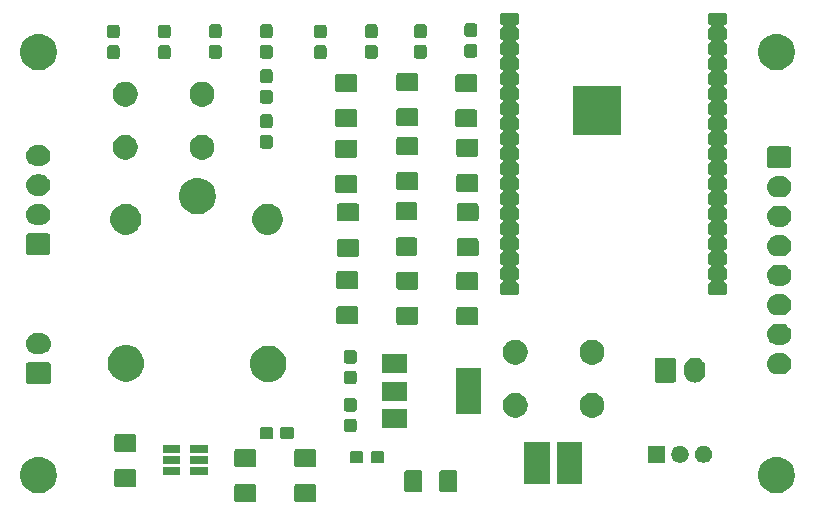
<source format=gbr>
G04 #@! TF.GenerationSoftware,KiCad,Pcbnew,5.1.5+dfsg1-2build2*
G04 #@! TF.CreationDate,2021-12-16T07:29:40-05:00*
G04 #@! TF.ProjectId,schematics,73636865-6d61-4746-9963-732e6b696361,rev?*
G04 #@! TF.SameCoordinates,Original*
G04 #@! TF.FileFunction,Soldermask,Top*
G04 #@! TF.FilePolarity,Negative*
%FSLAX46Y46*%
G04 Gerber Fmt 4.6, Leading zero omitted, Abs format (unit mm)*
G04 Created by KiCad (PCBNEW 5.1.5+dfsg1-2build2) date 2021-12-16 07:29:40*
%MOMM*%
%LPD*%
G04 APERTURE LIST*
%ADD10C,0.100000*%
G04 APERTURE END LIST*
D10*
G36*
X111011562Y-182120681D02*
G01*
X111046481Y-182131274D01*
X111078663Y-182148476D01*
X111106873Y-182171627D01*
X111130024Y-182199837D01*
X111147226Y-182232019D01*
X111157819Y-182266938D01*
X111162000Y-182309395D01*
X111162000Y-183450605D01*
X111157819Y-183493062D01*
X111147226Y-183527981D01*
X111130024Y-183560163D01*
X111106873Y-183588373D01*
X111078663Y-183611524D01*
X111046481Y-183628726D01*
X111011562Y-183639319D01*
X110969105Y-183643500D01*
X109502895Y-183643500D01*
X109460438Y-183639319D01*
X109425519Y-183628726D01*
X109393337Y-183611524D01*
X109365127Y-183588373D01*
X109341976Y-183560163D01*
X109324774Y-183527981D01*
X109314181Y-183493062D01*
X109310000Y-183450605D01*
X109310000Y-182309395D01*
X109314181Y-182266938D01*
X109324774Y-182232019D01*
X109341976Y-182199837D01*
X109365127Y-182171627D01*
X109393337Y-182148476D01*
X109425519Y-182131274D01*
X109460438Y-182120681D01*
X109502895Y-182116500D01*
X110969105Y-182116500D01*
X111011562Y-182120681D01*
G37*
G36*
X105931562Y-182120681D02*
G01*
X105966481Y-182131274D01*
X105998663Y-182148476D01*
X106026873Y-182171627D01*
X106050024Y-182199837D01*
X106067226Y-182232019D01*
X106077819Y-182266938D01*
X106082000Y-182309395D01*
X106082000Y-183450605D01*
X106077819Y-183493062D01*
X106067226Y-183527981D01*
X106050024Y-183560163D01*
X106026873Y-183588373D01*
X105998663Y-183611524D01*
X105966481Y-183628726D01*
X105931562Y-183639319D01*
X105889105Y-183643500D01*
X104422895Y-183643500D01*
X104380438Y-183639319D01*
X104345519Y-183628726D01*
X104313337Y-183611524D01*
X104285127Y-183588373D01*
X104261976Y-183560163D01*
X104244774Y-183527981D01*
X104234181Y-183493062D01*
X104230000Y-183450605D01*
X104230000Y-182309395D01*
X104234181Y-182266938D01*
X104244774Y-182232019D01*
X104261976Y-182199837D01*
X104285127Y-182171627D01*
X104313337Y-182148476D01*
X104345519Y-182131274D01*
X104380438Y-182120681D01*
X104422895Y-182116500D01*
X105889105Y-182116500D01*
X105931562Y-182120681D01*
G37*
G36*
X87932585Y-179834802D02*
G01*
X88082410Y-179864604D01*
X88364674Y-179981521D01*
X88618705Y-180151259D01*
X88834741Y-180367295D01*
X89004479Y-180621326D01*
X89121396Y-180903590D01*
X89131179Y-180952774D01*
X89158165Y-181088438D01*
X89181000Y-181203240D01*
X89181000Y-181508760D01*
X89121396Y-181808410D01*
X89004479Y-182090674D01*
X88834741Y-182344705D01*
X88618705Y-182560741D01*
X88364674Y-182730479D01*
X88082410Y-182847396D01*
X87932585Y-182877198D01*
X87782761Y-182907000D01*
X87477239Y-182907000D01*
X87327415Y-182877198D01*
X87177590Y-182847396D01*
X86895326Y-182730479D01*
X86641295Y-182560741D01*
X86425259Y-182344705D01*
X86255521Y-182090674D01*
X86138604Y-181808410D01*
X86079000Y-181508760D01*
X86079000Y-181203240D01*
X86101836Y-181088438D01*
X86128821Y-180952774D01*
X86138604Y-180903590D01*
X86255521Y-180621326D01*
X86425259Y-180367295D01*
X86641295Y-180151259D01*
X86895326Y-179981521D01*
X87177590Y-179864604D01*
X87327415Y-179834802D01*
X87477239Y-179805000D01*
X87782761Y-179805000D01*
X87932585Y-179834802D01*
G37*
G36*
X150416585Y-179834802D02*
G01*
X150566410Y-179864604D01*
X150848674Y-179981521D01*
X151102705Y-180151259D01*
X151318741Y-180367295D01*
X151488479Y-180621326D01*
X151605396Y-180903590D01*
X151615179Y-180952774D01*
X151642165Y-181088438D01*
X151665000Y-181203240D01*
X151665000Y-181508760D01*
X151605396Y-181808410D01*
X151488479Y-182090674D01*
X151318741Y-182344705D01*
X151102705Y-182560741D01*
X150848674Y-182730479D01*
X150566410Y-182847396D01*
X150416585Y-182877198D01*
X150266761Y-182907000D01*
X149961239Y-182907000D01*
X149811415Y-182877198D01*
X149661590Y-182847396D01*
X149379326Y-182730479D01*
X149125295Y-182560741D01*
X148909259Y-182344705D01*
X148739521Y-182090674D01*
X148622604Y-181808410D01*
X148563000Y-181508760D01*
X148563000Y-181203240D01*
X148585836Y-181088438D01*
X148612821Y-180952774D01*
X148622604Y-180903590D01*
X148739521Y-180621326D01*
X148909259Y-180367295D01*
X149125295Y-180151259D01*
X149379326Y-179981521D01*
X149661590Y-179864604D01*
X149811415Y-179834802D01*
X149961239Y-179805000D01*
X150266761Y-179805000D01*
X150416585Y-179834802D01*
G37*
G36*
X119993062Y-180942181D02*
G01*
X120027981Y-180952774D01*
X120060163Y-180969976D01*
X120088373Y-180993127D01*
X120111524Y-181021337D01*
X120128726Y-181053519D01*
X120139319Y-181088438D01*
X120143500Y-181130895D01*
X120143500Y-182597105D01*
X120139319Y-182639562D01*
X120128726Y-182674481D01*
X120111524Y-182706663D01*
X120088373Y-182734873D01*
X120060163Y-182758024D01*
X120027981Y-182775226D01*
X119993062Y-182785819D01*
X119950605Y-182790000D01*
X118809395Y-182790000D01*
X118766938Y-182785819D01*
X118732019Y-182775226D01*
X118699837Y-182758024D01*
X118671627Y-182734873D01*
X118648476Y-182706663D01*
X118631274Y-182674481D01*
X118620681Y-182639562D01*
X118616500Y-182597105D01*
X118616500Y-181130895D01*
X118620681Y-181088438D01*
X118631274Y-181053519D01*
X118648476Y-181021337D01*
X118671627Y-180993127D01*
X118699837Y-180969976D01*
X118732019Y-180952774D01*
X118766938Y-180942181D01*
X118809395Y-180938000D01*
X119950605Y-180938000D01*
X119993062Y-180942181D01*
G37*
G36*
X122968062Y-180942181D02*
G01*
X123002981Y-180952774D01*
X123035163Y-180969976D01*
X123063373Y-180993127D01*
X123086524Y-181021337D01*
X123103726Y-181053519D01*
X123114319Y-181088438D01*
X123118500Y-181130895D01*
X123118500Y-182597105D01*
X123114319Y-182639562D01*
X123103726Y-182674481D01*
X123086524Y-182706663D01*
X123063373Y-182734873D01*
X123035163Y-182758024D01*
X123002981Y-182775226D01*
X122968062Y-182785819D01*
X122925605Y-182790000D01*
X121784395Y-182790000D01*
X121741938Y-182785819D01*
X121707019Y-182775226D01*
X121674837Y-182758024D01*
X121646627Y-182734873D01*
X121623476Y-182706663D01*
X121606274Y-182674481D01*
X121595681Y-182639562D01*
X121591500Y-182597105D01*
X121591500Y-181130895D01*
X121595681Y-181088438D01*
X121606274Y-181053519D01*
X121623476Y-181021337D01*
X121646627Y-180993127D01*
X121674837Y-180969976D01*
X121707019Y-180952774D01*
X121741938Y-180942181D01*
X121784395Y-180938000D01*
X122925605Y-180938000D01*
X122968062Y-180942181D01*
G37*
G36*
X95771562Y-180850681D02*
G01*
X95806481Y-180861274D01*
X95838663Y-180878476D01*
X95866873Y-180901627D01*
X95890024Y-180929837D01*
X95907226Y-180962019D01*
X95917819Y-180996938D01*
X95922000Y-181039395D01*
X95922000Y-182180605D01*
X95917819Y-182223062D01*
X95907226Y-182257981D01*
X95890024Y-182290163D01*
X95866873Y-182318373D01*
X95838663Y-182341524D01*
X95806481Y-182358726D01*
X95771562Y-182369319D01*
X95729105Y-182373500D01*
X94262895Y-182373500D01*
X94220438Y-182369319D01*
X94185519Y-182358726D01*
X94153337Y-182341524D01*
X94125127Y-182318373D01*
X94101976Y-182290163D01*
X94084774Y-182257981D01*
X94074181Y-182223062D01*
X94070000Y-182180605D01*
X94070000Y-181039395D01*
X94074181Y-180996938D01*
X94084774Y-180962019D01*
X94101976Y-180929837D01*
X94125127Y-180901627D01*
X94153337Y-180878476D01*
X94185519Y-180861274D01*
X94220438Y-180850681D01*
X94262895Y-180846500D01*
X95729105Y-180846500D01*
X95771562Y-180850681D01*
G37*
G36*
X130914000Y-182141000D02*
G01*
X128762000Y-182141000D01*
X128762000Y-178539000D01*
X130914000Y-178539000D01*
X130914000Y-182141000D01*
G37*
G36*
X133664000Y-182141000D02*
G01*
X131512000Y-182141000D01*
X131512000Y-178539000D01*
X133664000Y-178539000D01*
X133664000Y-182141000D01*
G37*
G36*
X101968763Y-180690906D02*
G01*
X101971707Y-180691800D01*
X101974420Y-180693249D01*
X101976798Y-180695202D01*
X101978751Y-180697580D01*
X101980200Y-180700293D01*
X101981094Y-180703237D01*
X101982000Y-180712440D01*
X101982000Y-181359560D01*
X101981094Y-181368763D01*
X101980200Y-181371707D01*
X101978751Y-181374420D01*
X101976798Y-181376798D01*
X101974420Y-181378751D01*
X101971707Y-181380200D01*
X101968763Y-181381094D01*
X101959560Y-181382000D01*
X100532440Y-181382000D01*
X100523237Y-181381094D01*
X100520293Y-181380200D01*
X100517580Y-181378751D01*
X100515202Y-181376798D01*
X100513249Y-181374420D01*
X100511800Y-181371707D01*
X100510906Y-181368763D01*
X100510000Y-181359560D01*
X100510000Y-180712440D01*
X100510906Y-180703237D01*
X100511800Y-180700293D01*
X100513249Y-180697580D01*
X100515202Y-180695202D01*
X100517580Y-180693249D01*
X100520293Y-180691800D01*
X100523237Y-180690906D01*
X100532440Y-180690000D01*
X101959560Y-180690000D01*
X101968763Y-180690906D01*
G37*
G36*
X99628763Y-180690906D02*
G01*
X99631707Y-180691800D01*
X99634420Y-180693249D01*
X99636798Y-180695202D01*
X99638751Y-180697580D01*
X99640200Y-180700293D01*
X99641094Y-180703237D01*
X99642000Y-180712440D01*
X99642000Y-181359560D01*
X99641094Y-181368763D01*
X99640200Y-181371707D01*
X99638751Y-181374420D01*
X99636798Y-181376798D01*
X99634420Y-181378751D01*
X99631707Y-181380200D01*
X99628763Y-181381094D01*
X99619560Y-181382000D01*
X98192440Y-181382000D01*
X98183237Y-181381094D01*
X98180293Y-181380200D01*
X98177580Y-181378751D01*
X98175202Y-181376798D01*
X98173249Y-181374420D01*
X98171800Y-181371707D01*
X98170906Y-181368763D01*
X98170000Y-181359560D01*
X98170000Y-180712440D01*
X98170906Y-180703237D01*
X98171800Y-180700293D01*
X98173249Y-180697580D01*
X98175202Y-180695202D01*
X98177580Y-180693249D01*
X98180293Y-180691800D01*
X98183237Y-180690906D01*
X98192440Y-180690000D01*
X99619560Y-180690000D01*
X99628763Y-180690906D01*
G37*
G36*
X111011562Y-179145681D02*
G01*
X111046481Y-179156274D01*
X111078663Y-179173476D01*
X111106873Y-179196627D01*
X111130024Y-179224837D01*
X111147226Y-179257019D01*
X111157819Y-179291938D01*
X111162000Y-179334395D01*
X111162000Y-180475605D01*
X111157819Y-180518062D01*
X111147226Y-180552981D01*
X111130024Y-180585163D01*
X111106873Y-180613373D01*
X111078663Y-180636524D01*
X111046481Y-180653726D01*
X111011562Y-180664319D01*
X110969105Y-180668500D01*
X109502895Y-180668500D01*
X109460438Y-180664319D01*
X109425519Y-180653726D01*
X109393337Y-180636524D01*
X109365127Y-180613373D01*
X109341976Y-180585163D01*
X109324774Y-180552981D01*
X109314181Y-180518062D01*
X109310000Y-180475605D01*
X109310000Y-179334395D01*
X109314181Y-179291938D01*
X109324774Y-179257019D01*
X109341976Y-179224837D01*
X109365127Y-179196627D01*
X109393337Y-179173476D01*
X109425519Y-179156274D01*
X109460438Y-179145681D01*
X109502895Y-179141500D01*
X110969105Y-179141500D01*
X111011562Y-179145681D01*
G37*
G36*
X105931562Y-179145681D02*
G01*
X105966481Y-179156274D01*
X105998663Y-179173476D01*
X106026873Y-179196627D01*
X106050024Y-179224837D01*
X106067226Y-179257019D01*
X106077819Y-179291938D01*
X106082000Y-179334395D01*
X106082000Y-180475605D01*
X106077819Y-180518062D01*
X106067226Y-180552981D01*
X106050024Y-180585163D01*
X106026873Y-180613373D01*
X105998663Y-180636524D01*
X105966481Y-180653726D01*
X105931562Y-180664319D01*
X105889105Y-180668500D01*
X104422895Y-180668500D01*
X104380438Y-180664319D01*
X104345519Y-180653726D01*
X104313337Y-180636524D01*
X104285127Y-180613373D01*
X104261976Y-180585163D01*
X104244774Y-180552981D01*
X104234181Y-180518062D01*
X104230000Y-180475605D01*
X104230000Y-179334395D01*
X104234181Y-179291938D01*
X104244774Y-179257019D01*
X104261976Y-179224837D01*
X104285127Y-179196627D01*
X104313337Y-179173476D01*
X104345519Y-179156274D01*
X104380438Y-179145681D01*
X104422895Y-179141500D01*
X105889105Y-179141500D01*
X105931562Y-179145681D01*
G37*
G36*
X101968763Y-179740906D02*
G01*
X101971707Y-179741800D01*
X101974420Y-179743249D01*
X101976798Y-179745202D01*
X101978751Y-179747580D01*
X101980200Y-179750293D01*
X101981094Y-179753237D01*
X101982000Y-179762440D01*
X101982000Y-180409560D01*
X101981094Y-180418763D01*
X101980200Y-180421707D01*
X101978751Y-180424420D01*
X101976798Y-180426798D01*
X101974420Y-180428751D01*
X101971707Y-180430200D01*
X101968763Y-180431094D01*
X101959560Y-180432000D01*
X100532440Y-180432000D01*
X100523237Y-180431094D01*
X100520293Y-180430200D01*
X100517580Y-180428751D01*
X100515202Y-180426798D01*
X100513249Y-180424420D01*
X100511800Y-180421707D01*
X100510906Y-180418763D01*
X100510000Y-180409560D01*
X100510000Y-179762440D01*
X100510906Y-179753237D01*
X100511800Y-179750293D01*
X100513249Y-179747580D01*
X100515202Y-179745202D01*
X100517580Y-179743249D01*
X100520293Y-179741800D01*
X100523237Y-179740906D01*
X100532440Y-179740000D01*
X101959560Y-179740000D01*
X101968763Y-179740906D01*
G37*
G36*
X99628763Y-179740906D02*
G01*
X99631707Y-179741800D01*
X99634420Y-179743249D01*
X99636798Y-179745202D01*
X99638751Y-179747580D01*
X99640200Y-179750293D01*
X99641094Y-179753237D01*
X99642000Y-179762440D01*
X99642000Y-180409560D01*
X99641094Y-180418763D01*
X99640200Y-180421707D01*
X99638751Y-180424420D01*
X99636798Y-180426798D01*
X99634420Y-180428751D01*
X99631707Y-180430200D01*
X99628763Y-180431094D01*
X99619560Y-180432000D01*
X98192440Y-180432000D01*
X98183237Y-180431094D01*
X98180293Y-180430200D01*
X98177580Y-180428751D01*
X98175202Y-180426798D01*
X98173249Y-180424420D01*
X98171800Y-180421707D01*
X98170906Y-180418763D01*
X98170000Y-180409560D01*
X98170000Y-179762440D01*
X98170906Y-179753237D01*
X98171800Y-179750293D01*
X98173249Y-179747580D01*
X98175202Y-179745202D01*
X98177580Y-179743249D01*
X98180293Y-179741800D01*
X98183237Y-179740906D01*
X98192440Y-179740000D01*
X99619560Y-179740000D01*
X99628763Y-179740906D01*
G37*
G36*
X114996499Y-179310445D02*
G01*
X115033995Y-179321820D01*
X115068554Y-179340292D01*
X115098847Y-179365153D01*
X115123708Y-179395446D01*
X115142180Y-179430005D01*
X115153555Y-179467501D01*
X115158000Y-179512638D01*
X115158000Y-180151362D01*
X115153555Y-180196499D01*
X115142180Y-180233995D01*
X115123708Y-180268554D01*
X115098847Y-180298847D01*
X115068554Y-180323708D01*
X115033995Y-180342180D01*
X114996499Y-180353555D01*
X114951362Y-180358000D01*
X114212638Y-180358000D01*
X114167501Y-180353555D01*
X114130005Y-180342180D01*
X114095446Y-180323708D01*
X114065153Y-180298847D01*
X114040292Y-180268554D01*
X114021820Y-180233995D01*
X114010445Y-180196499D01*
X114006000Y-180151362D01*
X114006000Y-179512638D01*
X114010445Y-179467501D01*
X114021820Y-179430005D01*
X114040292Y-179395446D01*
X114065153Y-179365153D01*
X114095446Y-179340292D01*
X114130005Y-179321820D01*
X114167501Y-179310445D01*
X114212638Y-179306000D01*
X114951362Y-179306000D01*
X114996499Y-179310445D01*
G37*
G36*
X116746499Y-179310445D02*
G01*
X116783995Y-179321820D01*
X116818554Y-179340292D01*
X116848847Y-179365153D01*
X116873708Y-179395446D01*
X116892180Y-179430005D01*
X116903555Y-179467501D01*
X116908000Y-179512638D01*
X116908000Y-180151362D01*
X116903555Y-180196499D01*
X116892180Y-180233995D01*
X116873708Y-180268554D01*
X116848847Y-180298847D01*
X116818554Y-180323708D01*
X116783995Y-180342180D01*
X116746499Y-180353555D01*
X116701362Y-180358000D01*
X115962638Y-180358000D01*
X115917501Y-180353555D01*
X115880005Y-180342180D01*
X115845446Y-180323708D01*
X115815153Y-180298847D01*
X115790292Y-180268554D01*
X115771820Y-180233995D01*
X115760445Y-180196499D01*
X115756000Y-180151362D01*
X115756000Y-179512638D01*
X115760445Y-179467501D01*
X115771820Y-179430005D01*
X115790292Y-179395446D01*
X115815153Y-179365153D01*
X115845446Y-179340292D01*
X115880005Y-179321820D01*
X115917501Y-179310445D01*
X115962638Y-179306000D01*
X116701362Y-179306000D01*
X116746499Y-179310445D01*
G37*
G36*
X144165766Y-178879899D02*
G01*
X144297888Y-178934626D01*
X144297890Y-178934627D01*
X144416798Y-179014079D01*
X144517921Y-179115202D01*
X144591177Y-179224837D01*
X144597374Y-179234112D01*
X144652101Y-179366234D01*
X144680000Y-179506494D01*
X144680000Y-179649506D01*
X144652101Y-179789766D01*
X144597374Y-179921888D01*
X144597373Y-179921890D01*
X144517921Y-180040798D01*
X144416798Y-180141921D01*
X144297890Y-180221373D01*
X144297889Y-180221374D01*
X144297888Y-180221374D01*
X144165766Y-180276101D01*
X144025506Y-180304000D01*
X143882494Y-180304000D01*
X143742234Y-180276101D01*
X143610112Y-180221374D01*
X143610111Y-180221374D01*
X143610110Y-180221373D01*
X143491202Y-180141921D01*
X143390079Y-180040798D01*
X143310627Y-179921890D01*
X143310626Y-179921888D01*
X143255899Y-179789766D01*
X143228000Y-179649506D01*
X143228000Y-179506494D01*
X143255899Y-179366234D01*
X143310626Y-179234112D01*
X143316823Y-179224837D01*
X143390079Y-179115202D01*
X143491202Y-179014079D01*
X143610110Y-178934627D01*
X143610112Y-178934626D01*
X143742234Y-178879899D01*
X143882494Y-178852000D01*
X144025506Y-178852000D01*
X144165766Y-178879899D01*
G37*
G36*
X140680000Y-180304000D02*
G01*
X139228000Y-180304000D01*
X139228000Y-178852000D01*
X140680000Y-178852000D01*
X140680000Y-180304000D01*
G37*
G36*
X142165766Y-178879899D02*
G01*
X142297888Y-178934626D01*
X142297890Y-178934627D01*
X142416798Y-179014079D01*
X142517921Y-179115202D01*
X142591177Y-179224837D01*
X142597374Y-179234112D01*
X142652101Y-179366234D01*
X142680000Y-179506494D01*
X142680000Y-179649506D01*
X142652101Y-179789766D01*
X142597374Y-179921888D01*
X142597373Y-179921890D01*
X142517921Y-180040798D01*
X142416798Y-180141921D01*
X142297890Y-180221373D01*
X142297889Y-180221374D01*
X142297888Y-180221374D01*
X142165766Y-180276101D01*
X142025506Y-180304000D01*
X141882494Y-180304000D01*
X141742234Y-180276101D01*
X141610112Y-180221374D01*
X141610111Y-180221374D01*
X141610110Y-180221373D01*
X141491202Y-180141921D01*
X141390079Y-180040798D01*
X141310627Y-179921890D01*
X141310626Y-179921888D01*
X141255899Y-179789766D01*
X141228000Y-179649506D01*
X141228000Y-179506494D01*
X141255899Y-179366234D01*
X141310626Y-179234112D01*
X141316823Y-179224837D01*
X141390079Y-179115202D01*
X141491202Y-179014079D01*
X141610110Y-178934627D01*
X141610112Y-178934626D01*
X141742234Y-178879899D01*
X141882494Y-178852000D01*
X142025506Y-178852000D01*
X142165766Y-178879899D01*
G37*
G36*
X101968763Y-178790906D02*
G01*
X101971707Y-178791800D01*
X101974420Y-178793249D01*
X101976798Y-178795202D01*
X101978751Y-178797580D01*
X101980200Y-178800293D01*
X101981094Y-178803237D01*
X101982000Y-178812440D01*
X101982000Y-179459560D01*
X101981094Y-179468763D01*
X101980200Y-179471707D01*
X101978751Y-179474420D01*
X101976798Y-179476798D01*
X101974420Y-179478751D01*
X101971707Y-179480200D01*
X101968763Y-179481094D01*
X101959560Y-179482000D01*
X100532440Y-179482000D01*
X100523237Y-179481094D01*
X100520293Y-179480200D01*
X100517580Y-179478751D01*
X100515202Y-179476798D01*
X100513249Y-179474420D01*
X100511800Y-179471707D01*
X100510906Y-179468763D01*
X100510000Y-179459560D01*
X100510000Y-178812440D01*
X100510906Y-178803237D01*
X100511800Y-178800293D01*
X100513249Y-178797580D01*
X100515202Y-178795202D01*
X100517580Y-178793249D01*
X100520293Y-178791800D01*
X100523237Y-178790906D01*
X100532440Y-178790000D01*
X101959560Y-178790000D01*
X101968763Y-178790906D01*
G37*
G36*
X99628763Y-178790906D02*
G01*
X99631707Y-178791800D01*
X99634420Y-178793249D01*
X99636798Y-178795202D01*
X99638751Y-178797580D01*
X99640200Y-178800293D01*
X99641094Y-178803237D01*
X99642000Y-178812440D01*
X99642000Y-179459560D01*
X99641094Y-179468763D01*
X99640200Y-179471707D01*
X99638751Y-179474420D01*
X99636798Y-179476798D01*
X99634420Y-179478751D01*
X99631707Y-179480200D01*
X99628763Y-179481094D01*
X99619560Y-179482000D01*
X98192440Y-179482000D01*
X98183237Y-179481094D01*
X98180293Y-179480200D01*
X98177580Y-179478751D01*
X98175202Y-179476798D01*
X98173249Y-179474420D01*
X98171800Y-179471707D01*
X98170906Y-179468763D01*
X98170000Y-179459560D01*
X98170000Y-178812440D01*
X98170906Y-178803237D01*
X98171800Y-178800293D01*
X98173249Y-178797580D01*
X98175202Y-178795202D01*
X98177580Y-178793249D01*
X98180293Y-178791800D01*
X98183237Y-178790906D01*
X98192440Y-178790000D01*
X99619560Y-178790000D01*
X99628763Y-178790906D01*
G37*
G36*
X95771562Y-177875681D02*
G01*
X95806481Y-177886274D01*
X95838663Y-177903476D01*
X95866873Y-177926627D01*
X95890024Y-177954837D01*
X95907226Y-177987019D01*
X95917819Y-178021938D01*
X95922000Y-178064395D01*
X95922000Y-179205605D01*
X95917819Y-179248062D01*
X95907226Y-179282981D01*
X95890024Y-179315163D01*
X95866873Y-179343373D01*
X95838663Y-179366524D01*
X95806481Y-179383726D01*
X95771562Y-179394319D01*
X95729105Y-179398500D01*
X94262895Y-179398500D01*
X94220438Y-179394319D01*
X94185519Y-179383726D01*
X94153337Y-179366524D01*
X94125127Y-179343373D01*
X94101976Y-179315163D01*
X94084774Y-179282981D01*
X94074181Y-179248062D01*
X94070000Y-179205605D01*
X94070000Y-178064395D01*
X94074181Y-178021938D01*
X94084774Y-177987019D01*
X94101976Y-177954837D01*
X94125127Y-177926627D01*
X94153337Y-177903476D01*
X94185519Y-177886274D01*
X94220438Y-177875681D01*
X94262895Y-177871500D01*
X95729105Y-177871500D01*
X95771562Y-177875681D01*
G37*
G36*
X109098499Y-177278445D02*
G01*
X109135995Y-177289820D01*
X109170554Y-177308292D01*
X109200847Y-177333153D01*
X109225708Y-177363446D01*
X109244180Y-177398005D01*
X109255555Y-177435501D01*
X109260000Y-177480638D01*
X109260000Y-178119362D01*
X109255555Y-178164499D01*
X109244180Y-178201995D01*
X109225708Y-178236554D01*
X109200847Y-178266847D01*
X109170554Y-178291708D01*
X109135995Y-178310180D01*
X109098499Y-178321555D01*
X109053362Y-178326000D01*
X108314638Y-178326000D01*
X108269501Y-178321555D01*
X108232005Y-178310180D01*
X108197446Y-178291708D01*
X108167153Y-178266847D01*
X108142292Y-178236554D01*
X108123820Y-178201995D01*
X108112445Y-178164499D01*
X108108000Y-178119362D01*
X108108000Y-177480638D01*
X108112445Y-177435501D01*
X108123820Y-177398005D01*
X108142292Y-177363446D01*
X108167153Y-177333153D01*
X108197446Y-177308292D01*
X108232005Y-177289820D01*
X108269501Y-177278445D01*
X108314638Y-177274000D01*
X109053362Y-177274000D01*
X109098499Y-177278445D01*
G37*
G36*
X107348499Y-177278445D02*
G01*
X107385995Y-177289820D01*
X107420554Y-177308292D01*
X107450847Y-177333153D01*
X107475708Y-177363446D01*
X107494180Y-177398005D01*
X107505555Y-177435501D01*
X107510000Y-177480638D01*
X107510000Y-178119362D01*
X107505555Y-178164499D01*
X107494180Y-178201995D01*
X107475708Y-178236554D01*
X107450847Y-178266847D01*
X107420554Y-178291708D01*
X107385995Y-178310180D01*
X107348499Y-178321555D01*
X107303362Y-178326000D01*
X106564638Y-178326000D01*
X106519501Y-178321555D01*
X106482005Y-178310180D01*
X106447446Y-178291708D01*
X106417153Y-178266847D01*
X106392292Y-178236554D01*
X106373820Y-178201995D01*
X106362445Y-178164499D01*
X106358000Y-178119362D01*
X106358000Y-177480638D01*
X106362445Y-177435501D01*
X106373820Y-177398005D01*
X106392292Y-177363446D01*
X106417153Y-177333153D01*
X106447446Y-177308292D01*
X106482005Y-177289820D01*
X106519501Y-177278445D01*
X106564638Y-177274000D01*
X107303362Y-177274000D01*
X107348499Y-177278445D01*
G37*
G36*
X114410499Y-176579445D02*
G01*
X114447995Y-176590820D01*
X114482554Y-176609292D01*
X114512847Y-176634153D01*
X114537708Y-176664446D01*
X114556180Y-176699005D01*
X114567555Y-176736501D01*
X114572000Y-176781638D01*
X114572000Y-177520362D01*
X114567555Y-177565499D01*
X114556180Y-177602995D01*
X114537708Y-177637554D01*
X114512847Y-177667847D01*
X114482554Y-177692708D01*
X114447995Y-177711180D01*
X114410499Y-177722555D01*
X114365362Y-177727000D01*
X113726638Y-177727000D01*
X113681501Y-177722555D01*
X113644005Y-177711180D01*
X113609446Y-177692708D01*
X113579153Y-177667847D01*
X113554292Y-177637554D01*
X113535820Y-177602995D01*
X113524445Y-177565499D01*
X113520000Y-177520362D01*
X113520000Y-176781638D01*
X113524445Y-176736501D01*
X113535820Y-176699005D01*
X113554292Y-176664446D01*
X113579153Y-176634153D01*
X113609446Y-176609292D01*
X113644005Y-176590820D01*
X113681501Y-176579445D01*
X113726638Y-176575000D01*
X114365362Y-176575000D01*
X114410499Y-176579445D01*
G37*
G36*
X118805000Y-177345000D02*
G01*
X116703000Y-177345000D01*
X116703000Y-175743000D01*
X118805000Y-175743000D01*
X118805000Y-177345000D01*
G37*
G36*
X134822564Y-174431389D02*
G01*
X135013833Y-174510615D01*
X135013835Y-174510616D01*
X135185973Y-174625635D01*
X135332365Y-174772027D01*
X135445861Y-174941885D01*
X135447385Y-174944167D01*
X135526611Y-175135436D01*
X135567000Y-175338484D01*
X135567000Y-175545516D01*
X135526611Y-175748564D01*
X135463897Y-175899969D01*
X135447384Y-175939835D01*
X135332365Y-176111973D01*
X135185973Y-176258365D01*
X135013835Y-176373384D01*
X135013834Y-176373385D01*
X135013833Y-176373385D01*
X134822564Y-176452611D01*
X134619516Y-176493000D01*
X134412484Y-176493000D01*
X134209436Y-176452611D01*
X134018167Y-176373385D01*
X134018166Y-176373385D01*
X134018165Y-176373384D01*
X133846027Y-176258365D01*
X133699635Y-176111973D01*
X133584616Y-175939835D01*
X133568103Y-175899969D01*
X133505389Y-175748564D01*
X133465000Y-175545516D01*
X133465000Y-175338484D01*
X133505389Y-175135436D01*
X133584615Y-174944167D01*
X133586140Y-174941885D01*
X133699635Y-174772027D01*
X133846027Y-174625635D01*
X134018165Y-174510616D01*
X134018167Y-174510615D01*
X134209436Y-174431389D01*
X134412484Y-174391000D01*
X134619516Y-174391000D01*
X134822564Y-174431389D01*
G37*
G36*
X128322564Y-174431389D02*
G01*
X128513833Y-174510615D01*
X128513835Y-174510616D01*
X128685973Y-174625635D01*
X128832365Y-174772027D01*
X128945861Y-174941885D01*
X128947385Y-174944167D01*
X129026611Y-175135436D01*
X129067000Y-175338484D01*
X129067000Y-175545516D01*
X129026611Y-175748564D01*
X128963897Y-175899969D01*
X128947384Y-175939835D01*
X128832365Y-176111973D01*
X128685973Y-176258365D01*
X128513835Y-176373384D01*
X128513834Y-176373385D01*
X128513833Y-176373385D01*
X128322564Y-176452611D01*
X128119516Y-176493000D01*
X127912484Y-176493000D01*
X127709436Y-176452611D01*
X127518167Y-176373385D01*
X127518166Y-176373385D01*
X127518165Y-176373384D01*
X127346027Y-176258365D01*
X127199635Y-176111973D01*
X127084616Y-175939835D01*
X127068103Y-175899969D01*
X127005389Y-175748564D01*
X126965000Y-175545516D01*
X126965000Y-175338484D01*
X127005389Y-175135436D01*
X127084615Y-174944167D01*
X127086140Y-174941885D01*
X127199635Y-174772027D01*
X127346027Y-174625635D01*
X127518165Y-174510616D01*
X127518167Y-174510615D01*
X127709436Y-174431389D01*
X127912484Y-174391000D01*
X128119516Y-174391000D01*
X128322564Y-174431389D01*
G37*
G36*
X125105000Y-176195000D02*
G01*
X123003000Y-176195000D01*
X123003000Y-172293000D01*
X125105000Y-172293000D01*
X125105000Y-176195000D01*
G37*
G36*
X114410499Y-174829445D02*
G01*
X114447995Y-174840820D01*
X114482554Y-174859292D01*
X114512847Y-174884153D01*
X114537708Y-174914446D01*
X114556180Y-174949005D01*
X114567555Y-174986501D01*
X114572000Y-175031638D01*
X114572000Y-175770362D01*
X114567555Y-175815499D01*
X114556180Y-175852995D01*
X114537708Y-175887554D01*
X114512847Y-175917847D01*
X114482554Y-175942708D01*
X114447995Y-175961180D01*
X114410499Y-175972555D01*
X114365362Y-175977000D01*
X113726638Y-175977000D01*
X113681501Y-175972555D01*
X113644005Y-175961180D01*
X113609446Y-175942708D01*
X113579153Y-175917847D01*
X113554292Y-175887554D01*
X113535820Y-175852995D01*
X113524445Y-175815499D01*
X113520000Y-175770362D01*
X113520000Y-175031638D01*
X113524445Y-174986501D01*
X113535820Y-174949005D01*
X113554292Y-174914446D01*
X113579153Y-174884153D01*
X113609446Y-174859292D01*
X113644005Y-174840820D01*
X113681501Y-174829445D01*
X113726638Y-174825000D01*
X114365362Y-174825000D01*
X114410499Y-174829445D01*
G37*
G36*
X118805000Y-175045000D02*
G01*
X116703000Y-175045000D01*
X116703000Y-173443000D01*
X118805000Y-173443000D01*
X118805000Y-175045000D01*
G37*
G36*
X114410499Y-172515445D02*
G01*
X114447995Y-172526820D01*
X114482554Y-172545292D01*
X114512847Y-172570153D01*
X114537708Y-172600446D01*
X114556180Y-172635005D01*
X114567555Y-172672501D01*
X114572000Y-172717638D01*
X114572000Y-173456362D01*
X114567555Y-173501499D01*
X114556180Y-173538995D01*
X114537708Y-173573554D01*
X114512847Y-173603847D01*
X114482554Y-173628708D01*
X114447995Y-173647180D01*
X114410499Y-173658555D01*
X114365362Y-173663000D01*
X113726638Y-173663000D01*
X113681501Y-173658555D01*
X113644005Y-173647180D01*
X113609446Y-173628708D01*
X113579153Y-173603847D01*
X113554292Y-173573554D01*
X113535820Y-173538995D01*
X113524445Y-173501499D01*
X113520000Y-173456362D01*
X113520000Y-172717638D01*
X113524445Y-172672501D01*
X113535820Y-172635005D01*
X113554292Y-172600446D01*
X113579153Y-172570153D01*
X113609446Y-172545292D01*
X113644005Y-172526820D01*
X113681501Y-172515445D01*
X113726638Y-172511000D01*
X114365362Y-172511000D01*
X114410499Y-172515445D01*
G37*
G36*
X88538600Y-171822989D02*
G01*
X88571652Y-171833015D01*
X88602103Y-171849292D01*
X88628799Y-171871201D01*
X88650708Y-171897897D01*
X88666985Y-171928348D01*
X88677011Y-171961400D01*
X88681000Y-172001903D01*
X88681000Y-173438097D01*
X88677011Y-173478600D01*
X88666985Y-173511652D01*
X88650708Y-173542103D01*
X88628799Y-173568799D01*
X88602103Y-173590708D01*
X88571652Y-173606985D01*
X88538600Y-173617011D01*
X88498097Y-173621000D01*
X86761903Y-173621000D01*
X86721400Y-173617011D01*
X86688348Y-173606985D01*
X86657897Y-173590708D01*
X86631201Y-173568799D01*
X86609292Y-173542103D01*
X86593015Y-173511652D01*
X86582989Y-173478600D01*
X86579000Y-173438097D01*
X86579000Y-172001903D01*
X86582989Y-171961400D01*
X86593015Y-171928348D01*
X86609292Y-171897897D01*
X86631201Y-171871201D01*
X86657897Y-171849292D01*
X86688348Y-171833015D01*
X86721400Y-171822989D01*
X86761903Y-171819000D01*
X88498097Y-171819000D01*
X88538600Y-171822989D01*
G37*
G36*
X143392626Y-171428037D02*
G01*
X143562465Y-171479557D01*
X143562467Y-171479558D01*
X143718989Y-171563221D01*
X143856186Y-171675814D01*
X143917598Y-171750646D01*
X143968778Y-171813009D01*
X144052443Y-171969534D01*
X144103963Y-172139373D01*
X144117000Y-172271742D01*
X144117000Y-172660257D01*
X144103963Y-172792626D01*
X144052443Y-172962466D01*
X143968778Y-173118991D01*
X143952570Y-173138740D01*
X143856186Y-173256186D01*
X143761250Y-173334097D01*
X143718991Y-173368778D01*
X143718989Y-173368779D01*
X143580133Y-173443000D01*
X143562466Y-173452443D01*
X143392627Y-173503963D01*
X143216000Y-173521359D01*
X143039374Y-173503963D01*
X142869535Y-173452443D01*
X142851869Y-173443000D01*
X142713012Y-173368779D01*
X142713010Y-173368778D01*
X142575815Y-173256185D01*
X142463222Y-173118991D01*
X142379557Y-172962466D01*
X142328037Y-172792627D01*
X142315000Y-172660258D01*
X142315000Y-172271743D01*
X142328037Y-172139374D01*
X142379557Y-171969535D01*
X142412477Y-171907947D01*
X142463221Y-171813011D01*
X142575814Y-171675814D01*
X142685822Y-171585534D01*
X142713009Y-171563222D01*
X142865729Y-171481591D01*
X142869532Y-171479558D01*
X142869534Y-171479557D01*
X143039373Y-171428037D01*
X143216000Y-171410641D01*
X143392626Y-171428037D01*
G37*
G36*
X141474600Y-171418989D02*
G01*
X141507652Y-171429015D01*
X141538103Y-171445292D01*
X141564799Y-171467201D01*
X141586708Y-171493897D01*
X141602985Y-171524348D01*
X141613011Y-171557400D01*
X141617000Y-171597903D01*
X141617000Y-173334097D01*
X141613011Y-173374600D01*
X141602985Y-173407652D01*
X141586708Y-173438103D01*
X141564799Y-173464799D01*
X141538103Y-173486708D01*
X141507652Y-173502985D01*
X141474600Y-173513011D01*
X141434097Y-173517000D01*
X139997903Y-173517000D01*
X139957400Y-173513011D01*
X139924348Y-173502985D01*
X139893897Y-173486708D01*
X139867201Y-173464799D01*
X139845292Y-173438103D01*
X139829015Y-173407652D01*
X139818989Y-173374600D01*
X139815000Y-173334097D01*
X139815000Y-171597903D01*
X139818989Y-171557400D01*
X139829015Y-171524348D01*
X139845292Y-171493897D01*
X139867201Y-171467201D01*
X139893897Y-171445292D01*
X139924348Y-171429015D01*
X139957400Y-171418989D01*
X139997903Y-171415000D01*
X141434097Y-171415000D01*
X141474600Y-171418989D01*
G37*
G36*
X107293043Y-170392604D02*
G01*
X107544410Y-170442604D01*
X107826674Y-170559521D01*
X108080705Y-170729259D01*
X108296741Y-170945295D01*
X108466479Y-171199326D01*
X108583396Y-171481590D01*
X108602690Y-171578589D01*
X108643000Y-171781239D01*
X108643000Y-172086761D01*
X108632534Y-172139375D01*
X108583396Y-172386410D01*
X108466479Y-172668674D01*
X108296741Y-172922705D01*
X108080705Y-173138741D01*
X107826674Y-173308479D01*
X107544410Y-173425396D01*
X107414136Y-173451309D01*
X107244761Y-173485000D01*
X106939239Y-173485000D01*
X106769864Y-173451309D01*
X106639590Y-173425396D01*
X106357326Y-173308479D01*
X106103295Y-173138741D01*
X105887259Y-172922705D01*
X105717521Y-172668674D01*
X105600604Y-172386410D01*
X105551466Y-172139375D01*
X105541000Y-172086761D01*
X105541000Y-171781239D01*
X105581310Y-171578589D01*
X105600604Y-171481590D01*
X105717521Y-171199326D01*
X105887259Y-170945295D01*
X106103295Y-170729259D01*
X106357326Y-170559521D01*
X106639590Y-170442604D01*
X106890957Y-170392604D01*
X106939239Y-170383000D01*
X107244761Y-170383000D01*
X107293043Y-170392604D01*
G37*
G36*
X95344585Y-170362802D02*
G01*
X95494410Y-170392604D01*
X95776674Y-170509521D01*
X96030705Y-170679259D01*
X96246741Y-170895295D01*
X96416479Y-171149326D01*
X96533396Y-171431590D01*
X96551847Y-171524348D01*
X96593000Y-171731239D01*
X96593000Y-172036761D01*
X96563198Y-172186585D01*
X96533396Y-172336410D01*
X96416479Y-172618674D01*
X96246741Y-172872705D01*
X96030705Y-173088741D01*
X95776674Y-173258479D01*
X95494410Y-173375396D01*
X95374608Y-173399226D01*
X95194761Y-173435000D01*
X94889239Y-173435000D01*
X94709392Y-173399226D01*
X94589590Y-173375396D01*
X94307326Y-173258479D01*
X94053295Y-173088741D01*
X93837259Y-172872705D01*
X93667521Y-172618674D01*
X93550604Y-172336410D01*
X93520802Y-172186585D01*
X93491000Y-172036761D01*
X93491000Y-171731239D01*
X93532153Y-171524348D01*
X93550604Y-171431590D01*
X93667521Y-171149326D01*
X93837259Y-170895295D01*
X94053295Y-170679259D01*
X94307326Y-170509521D01*
X94589590Y-170392604D01*
X94739415Y-170362802D01*
X94889239Y-170333000D01*
X95194761Y-170333000D01*
X95344585Y-170362802D01*
G37*
G36*
X150603443Y-171037519D02*
G01*
X150669627Y-171044037D01*
X150839466Y-171095557D01*
X150995991Y-171179222D01*
X151020490Y-171199328D01*
X151133186Y-171291814D01*
X151216448Y-171393271D01*
X151245778Y-171429009D01*
X151329443Y-171585534D01*
X151380963Y-171755373D01*
X151398359Y-171932000D01*
X151380963Y-172108627D01*
X151329443Y-172278466D01*
X151245778Y-172434991D01*
X151216448Y-172470729D01*
X151133186Y-172572186D01*
X151031729Y-172655448D01*
X150995991Y-172684778D01*
X150839466Y-172768443D01*
X150669627Y-172819963D01*
X150603443Y-172826481D01*
X150537260Y-172833000D01*
X150198740Y-172833000D01*
X150132557Y-172826481D01*
X150066373Y-172819963D01*
X149896534Y-172768443D01*
X149740009Y-172684778D01*
X149704271Y-172655448D01*
X149602814Y-172572186D01*
X149519552Y-172470729D01*
X149490222Y-172434991D01*
X149406557Y-172278466D01*
X149355037Y-172108627D01*
X149337641Y-171932000D01*
X149355037Y-171755373D01*
X149406557Y-171585534D01*
X149490222Y-171429009D01*
X149519552Y-171393271D01*
X149602814Y-171291814D01*
X149715510Y-171199328D01*
X149740009Y-171179222D01*
X149896534Y-171095557D01*
X150066373Y-171044037D01*
X150132557Y-171037519D01*
X150198740Y-171031000D01*
X150537260Y-171031000D01*
X150603443Y-171037519D01*
G37*
G36*
X118805000Y-172745000D02*
G01*
X116703000Y-172745000D01*
X116703000Y-171143000D01*
X118805000Y-171143000D01*
X118805000Y-172745000D01*
G37*
G36*
X128322564Y-169931389D02*
G01*
X128513833Y-170010615D01*
X128513835Y-170010616D01*
X128562859Y-170043373D01*
X128685973Y-170125635D01*
X128832365Y-170272027D01*
X128947385Y-170444167D01*
X129026611Y-170635436D01*
X129067000Y-170838484D01*
X129067000Y-171045516D01*
X129026611Y-171248564D01*
X128947385Y-171439833D01*
X128947384Y-171439835D01*
X128832365Y-171611973D01*
X128685973Y-171758365D01*
X128513835Y-171873384D01*
X128513834Y-171873385D01*
X128513833Y-171873385D01*
X128322564Y-171952611D01*
X128119516Y-171993000D01*
X127912484Y-171993000D01*
X127709436Y-171952611D01*
X127518167Y-171873385D01*
X127518166Y-171873385D01*
X127518165Y-171873384D01*
X127346027Y-171758365D01*
X127199635Y-171611973D01*
X127084616Y-171439835D01*
X127084615Y-171439833D01*
X127005389Y-171248564D01*
X126965000Y-171045516D01*
X126965000Y-170838484D01*
X127005389Y-170635436D01*
X127084615Y-170444167D01*
X127199635Y-170272027D01*
X127346027Y-170125635D01*
X127469141Y-170043373D01*
X127518165Y-170010616D01*
X127518167Y-170010615D01*
X127709436Y-169931389D01*
X127912484Y-169891000D01*
X128119516Y-169891000D01*
X128322564Y-169931389D01*
G37*
G36*
X134822564Y-169931389D02*
G01*
X135013833Y-170010615D01*
X135013835Y-170010616D01*
X135062859Y-170043373D01*
X135185973Y-170125635D01*
X135332365Y-170272027D01*
X135447385Y-170444167D01*
X135526611Y-170635436D01*
X135567000Y-170838484D01*
X135567000Y-171045516D01*
X135526611Y-171248564D01*
X135447385Y-171439833D01*
X135447384Y-171439835D01*
X135332365Y-171611973D01*
X135185973Y-171758365D01*
X135013835Y-171873384D01*
X135013834Y-171873385D01*
X135013833Y-171873385D01*
X134822564Y-171952611D01*
X134619516Y-171993000D01*
X134412484Y-171993000D01*
X134209436Y-171952611D01*
X134018167Y-171873385D01*
X134018166Y-171873385D01*
X134018165Y-171873384D01*
X133846027Y-171758365D01*
X133699635Y-171611973D01*
X133584616Y-171439835D01*
X133584615Y-171439833D01*
X133505389Y-171248564D01*
X133465000Y-171045516D01*
X133465000Y-170838484D01*
X133505389Y-170635436D01*
X133584615Y-170444167D01*
X133699635Y-170272027D01*
X133846027Y-170125635D01*
X133969141Y-170043373D01*
X134018165Y-170010616D01*
X134018167Y-170010615D01*
X134209436Y-169931389D01*
X134412484Y-169891000D01*
X134619516Y-169891000D01*
X134822564Y-169931389D01*
G37*
G36*
X114410499Y-170765445D02*
G01*
X114447995Y-170776820D01*
X114482554Y-170795292D01*
X114512847Y-170820153D01*
X114537708Y-170850446D01*
X114556180Y-170885005D01*
X114567555Y-170922501D01*
X114572000Y-170967638D01*
X114572000Y-171706362D01*
X114567555Y-171751499D01*
X114556180Y-171788995D01*
X114537708Y-171823554D01*
X114512847Y-171853847D01*
X114482554Y-171878708D01*
X114447995Y-171897180D01*
X114410499Y-171908555D01*
X114365362Y-171913000D01*
X113726638Y-171913000D01*
X113681501Y-171908555D01*
X113644005Y-171897180D01*
X113609446Y-171878708D01*
X113579153Y-171853847D01*
X113554292Y-171823554D01*
X113535820Y-171788995D01*
X113524445Y-171751499D01*
X113520000Y-171706362D01*
X113520000Y-170967638D01*
X113524445Y-170922501D01*
X113535820Y-170885005D01*
X113554292Y-170850446D01*
X113579153Y-170820153D01*
X113609446Y-170795292D01*
X113644005Y-170776820D01*
X113681501Y-170765445D01*
X113726638Y-170761000D01*
X114365362Y-170761000D01*
X114410499Y-170765445D01*
G37*
G36*
X87890442Y-169325518D02*
G01*
X87956627Y-169332037D01*
X88126466Y-169383557D01*
X88282991Y-169467222D01*
X88318729Y-169496552D01*
X88420186Y-169579814D01*
X88503448Y-169681271D01*
X88532778Y-169717009D01*
X88616443Y-169873534D01*
X88667963Y-170043373D01*
X88685359Y-170220000D01*
X88667963Y-170396627D01*
X88616443Y-170566466D01*
X88532778Y-170722991D01*
X88527633Y-170729260D01*
X88420186Y-170860186D01*
X88343214Y-170923354D01*
X88282991Y-170972778D01*
X88126466Y-171056443D01*
X87956627Y-171107963D01*
X87890443Y-171114481D01*
X87824260Y-171121000D01*
X87435740Y-171121000D01*
X87369557Y-171114481D01*
X87303373Y-171107963D01*
X87133534Y-171056443D01*
X86977009Y-170972778D01*
X86916786Y-170923354D01*
X86839814Y-170860186D01*
X86732367Y-170729260D01*
X86727222Y-170722991D01*
X86643557Y-170566466D01*
X86592037Y-170396627D01*
X86574641Y-170220000D01*
X86592037Y-170043373D01*
X86643557Y-169873534D01*
X86727222Y-169717009D01*
X86756552Y-169681271D01*
X86839814Y-169579814D01*
X86941271Y-169496552D01*
X86977009Y-169467222D01*
X87133534Y-169383557D01*
X87303373Y-169332037D01*
X87369558Y-169325518D01*
X87435740Y-169319000D01*
X87824260Y-169319000D01*
X87890442Y-169325518D01*
G37*
G36*
X150603442Y-168537518D02*
G01*
X150669627Y-168544037D01*
X150839466Y-168595557D01*
X150995991Y-168679222D01*
X151031729Y-168708552D01*
X151133186Y-168791814D01*
X151216448Y-168893271D01*
X151245778Y-168929009D01*
X151329443Y-169085534D01*
X151380963Y-169255373D01*
X151398359Y-169432000D01*
X151380963Y-169608627D01*
X151329443Y-169778466D01*
X151245778Y-169934991D01*
X151216448Y-169970729D01*
X151133186Y-170072186D01*
X151031729Y-170155448D01*
X150995991Y-170184778D01*
X150839466Y-170268443D01*
X150669627Y-170319963D01*
X150603443Y-170326481D01*
X150537260Y-170333000D01*
X150198740Y-170333000D01*
X150132557Y-170326481D01*
X150066373Y-170319963D01*
X149896534Y-170268443D01*
X149740009Y-170184778D01*
X149704271Y-170155448D01*
X149602814Y-170072186D01*
X149519552Y-169970729D01*
X149490222Y-169934991D01*
X149406557Y-169778466D01*
X149355037Y-169608627D01*
X149337641Y-169432000D01*
X149355037Y-169255373D01*
X149406557Y-169085534D01*
X149490222Y-168929009D01*
X149519552Y-168893271D01*
X149602814Y-168791814D01*
X149704271Y-168708552D01*
X149740009Y-168679222D01*
X149896534Y-168595557D01*
X150066373Y-168544037D01*
X150132558Y-168537518D01*
X150198740Y-168531000D01*
X150537260Y-168531000D01*
X150603442Y-168537518D01*
G37*
G36*
X124727562Y-167134681D02*
G01*
X124762481Y-167145274D01*
X124794663Y-167162476D01*
X124822873Y-167185627D01*
X124846024Y-167213837D01*
X124863226Y-167246019D01*
X124873819Y-167280938D01*
X124878000Y-167323395D01*
X124878000Y-168464605D01*
X124873819Y-168507062D01*
X124863226Y-168541981D01*
X124846024Y-168574163D01*
X124822873Y-168602373D01*
X124794663Y-168625524D01*
X124762481Y-168642726D01*
X124727562Y-168653319D01*
X124685105Y-168657500D01*
X123218895Y-168657500D01*
X123176438Y-168653319D01*
X123141519Y-168642726D01*
X123109337Y-168625524D01*
X123081127Y-168602373D01*
X123057976Y-168574163D01*
X123040774Y-168541981D01*
X123030181Y-168507062D01*
X123026000Y-168464605D01*
X123026000Y-167323395D01*
X123030181Y-167280938D01*
X123040774Y-167246019D01*
X123057976Y-167213837D01*
X123081127Y-167185627D01*
X123109337Y-167162476D01*
X123141519Y-167145274D01*
X123176438Y-167134681D01*
X123218895Y-167130500D01*
X124685105Y-167130500D01*
X124727562Y-167134681D01*
G37*
G36*
X119647562Y-167098181D02*
G01*
X119682481Y-167108774D01*
X119714663Y-167125976D01*
X119742873Y-167149127D01*
X119766024Y-167177337D01*
X119783226Y-167209519D01*
X119793819Y-167244438D01*
X119798000Y-167286895D01*
X119798000Y-168428105D01*
X119793819Y-168470562D01*
X119783226Y-168505481D01*
X119766024Y-168537663D01*
X119742873Y-168565873D01*
X119714663Y-168589024D01*
X119682481Y-168606226D01*
X119647562Y-168616819D01*
X119605105Y-168621000D01*
X118138895Y-168621000D01*
X118096438Y-168616819D01*
X118061519Y-168606226D01*
X118029337Y-168589024D01*
X118001127Y-168565873D01*
X117977976Y-168537663D01*
X117960774Y-168505481D01*
X117950181Y-168470562D01*
X117946000Y-168428105D01*
X117946000Y-167286895D01*
X117950181Y-167244438D01*
X117960774Y-167209519D01*
X117977976Y-167177337D01*
X118001127Y-167149127D01*
X118029337Y-167125976D01*
X118061519Y-167108774D01*
X118096438Y-167098181D01*
X118138895Y-167094000D01*
X119605105Y-167094000D01*
X119647562Y-167098181D01*
G37*
G36*
X114567562Y-167061681D02*
G01*
X114602481Y-167072274D01*
X114634663Y-167089476D01*
X114662873Y-167112627D01*
X114686024Y-167140837D01*
X114703226Y-167173019D01*
X114713819Y-167207938D01*
X114718000Y-167250395D01*
X114718000Y-168391605D01*
X114713819Y-168434062D01*
X114703226Y-168468981D01*
X114686024Y-168501163D01*
X114662873Y-168529373D01*
X114634663Y-168552524D01*
X114602481Y-168569726D01*
X114567562Y-168580319D01*
X114525105Y-168584500D01*
X113058895Y-168584500D01*
X113016438Y-168580319D01*
X112981519Y-168569726D01*
X112949337Y-168552524D01*
X112921127Y-168529373D01*
X112897976Y-168501163D01*
X112880774Y-168468981D01*
X112870181Y-168434062D01*
X112866000Y-168391605D01*
X112866000Y-167250395D01*
X112870181Y-167207938D01*
X112880774Y-167173019D01*
X112897976Y-167140837D01*
X112921127Y-167112627D01*
X112949337Y-167089476D01*
X112981519Y-167072274D01*
X113016438Y-167061681D01*
X113058895Y-167057500D01*
X114525105Y-167057500D01*
X114567562Y-167061681D01*
G37*
G36*
X150603443Y-166037519D02*
G01*
X150669627Y-166044037D01*
X150839466Y-166095557D01*
X150995991Y-166179222D01*
X151031729Y-166208552D01*
X151133186Y-166291814D01*
X151216448Y-166393271D01*
X151245778Y-166429009D01*
X151329443Y-166585534D01*
X151380963Y-166755373D01*
X151398359Y-166932000D01*
X151380963Y-167108627D01*
X151329443Y-167278466D01*
X151245778Y-167434991D01*
X151216448Y-167470729D01*
X151133186Y-167572186D01*
X151031729Y-167655448D01*
X150995991Y-167684778D01*
X150839466Y-167768443D01*
X150669627Y-167819963D01*
X150603442Y-167826482D01*
X150537260Y-167833000D01*
X150198740Y-167833000D01*
X150132558Y-167826482D01*
X150066373Y-167819963D01*
X149896534Y-167768443D01*
X149740009Y-167684778D01*
X149704271Y-167655448D01*
X149602814Y-167572186D01*
X149519552Y-167470729D01*
X149490222Y-167434991D01*
X149406557Y-167278466D01*
X149355037Y-167108627D01*
X149337641Y-166932000D01*
X149355037Y-166755373D01*
X149406557Y-166585534D01*
X149490222Y-166429009D01*
X149519552Y-166393271D01*
X149602814Y-166291814D01*
X149704271Y-166208552D01*
X149740009Y-166179222D01*
X149896534Y-166095557D01*
X150066373Y-166044037D01*
X150132557Y-166037519D01*
X150198740Y-166031000D01*
X150537260Y-166031000D01*
X150603443Y-166037519D01*
G37*
G36*
X145781118Y-142200377D02*
G01*
X145812872Y-142210009D01*
X145842134Y-142225650D01*
X145867782Y-142246698D01*
X145888830Y-142272346D01*
X145904471Y-142301608D01*
X145914103Y-142333362D01*
X145917960Y-142372521D01*
X145917960Y-143052519D01*
X145914103Y-143091678D01*
X145904471Y-143123432D01*
X145888830Y-143152694D01*
X145867782Y-143178342D01*
X145842134Y-143199390D01*
X145812872Y-143215031D01*
X145770437Y-143227903D01*
X145747798Y-143237280D01*
X145727424Y-143250894D01*
X145710097Y-143268221D01*
X145696483Y-143288595D01*
X145687106Y-143311234D01*
X145682325Y-143335267D01*
X145682325Y-143359772D01*
X145687105Y-143383805D01*
X145696482Y-143406444D01*
X145710096Y-143426818D01*
X145727423Y-143444145D01*
X145747797Y-143457759D01*
X145770437Y-143467137D01*
X145812872Y-143480009D01*
X145842134Y-143495650D01*
X145867782Y-143516698D01*
X145888830Y-143542346D01*
X145904471Y-143571608D01*
X145914103Y-143603362D01*
X145917960Y-143642521D01*
X145917960Y-144322519D01*
X145914103Y-144361678D01*
X145904471Y-144393432D01*
X145888830Y-144422694D01*
X145867782Y-144448342D01*
X145842134Y-144469390D01*
X145812872Y-144485031D01*
X145770437Y-144497903D01*
X145747798Y-144507280D01*
X145727424Y-144520894D01*
X145710097Y-144538221D01*
X145696483Y-144558595D01*
X145687106Y-144581234D01*
X145682325Y-144605267D01*
X145682325Y-144629772D01*
X145687105Y-144653805D01*
X145696482Y-144676444D01*
X145710096Y-144696818D01*
X145727423Y-144714145D01*
X145747797Y-144727759D01*
X145770437Y-144737137D01*
X145812872Y-144750009D01*
X145842134Y-144765650D01*
X145867782Y-144786698D01*
X145888830Y-144812346D01*
X145904471Y-144841608D01*
X145914103Y-144873362D01*
X145917960Y-144912521D01*
X145917960Y-145592519D01*
X145914103Y-145631678D01*
X145904471Y-145663432D01*
X145888830Y-145692694D01*
X145867782Y-145718342D01*
X145842134Y-145739390D01*
X145812872Y-145755031D01*
X145770437Y-145767903D01*
X145747798Y-145777280D01*
X145727424Y-145790894D01*
X145710097Y-145808221D01*
X145696483Y-145828595D01*
X145687106Y-145851234D01*
X145682325Y-145875267D01*
X145682325Y-145899772D01*
X145687105Y-145923805D01*
X145696482Y-145946444D01*
X145710096Y-145966818D01*
X145727423Y-145984145D01*
X145747797Y-145997759D01*
X145770437Y-146007137D01*
X145812872Y-146020009D01*
X145842134Y-146035650D01*
X145867782Y-146056698D01*
X145888830Y-146082346D01*
X145904471Y-146111608D01*
X145914103Y-146143362D01*
X145917960Y-146182521D01*
X145917960Y-146862519D01*
X145914103Y-146901678D01*
X145904471Y-146933432D01*
X145888830Y-146962694D01*
X145867782Y-146988342D01*
X145842134Y-147009390D01*
X145812872Y-147025031D01*
X145770437Y-147037903D01*
X145747798Y-147047280D01*
X145727424Y-147060894D01*
X145710097Y-147078221D01*
X145696483Y-147098595D01*
X145687106Y-147121234D01*
X145682325Y-147145267D01*
X145682325Y-147169772D01*
X145687105Y-147193805D01*
X145696482Y-147216444D01*
X145710096Y-147236818D01*
X145727423Y-147254145D01*
X145747797Y-147267759D01*
X145770437Y-147277137D01*
X145812872Y-147290009D01*
X145842134Y-147305650D01*
X145867782Y-147326698D01*
X145888830Y-147352346D01*
X145904471Y-147381608D01*
X145914103Y-147413362D01*
X145917960Y-147452521D01*
X145917960Y-148132519D01*
X145914103Y-148171678D01*
X145904471Y-148203432D01*
X145888830Y-148232694D01*
X145867782Y-148258342D01*
X145842134Y-148279390D01*
X145812872Y-148295031D01*
X145770437Y-148307903D01*
X145747798Y-148317280D01*
X145727424Y-148330894D01*
X145710097Y-148348221D01*
X145696483Y-148368595D01*
X145687106Y-148391234D01*
X145682325Y-148415267D01*
X145682325Y-148439772D01*
X145687105Y-148463805D01*
X145696482Y-148486444D01*
X145710096Y-148506818D01*
X145727423Y-148524145D01*
X145747797Y-148537759D01*
X145770437Y-148547137D01*
X145812872Y-148560009D01*
X145842134Y-148575650D01*
X145867782Y-148596698D01*
X145888830Y-148622346D01*
X145904471Y-148651608D01*
X145914103Y-148683362D01*
X145917960Y-148722521D01*
X145917960Y-149402519D01*
X145914103Y-149441678D01*
X145904471Y-149473432D01*
X145888830Y-149502694D01*
X145867782Y-149528342D01*
X145842134Y-149549390D01*
X145812872Y-149565031D01*
X145770437Y-149577903D01*
X145747798Y-149587280D01*
X145727424Y-149600894D01*
X145710097Y-149618221D01*
X145696483Y-149638595D01*
X145687106Y-149661234D01*
X145682325Y-149685267D01*
X145682325Y-149709772D01*
X145687105Y-149733805D01*
X145696482Y-149756444D01*
X145710096Y-149776818D01*
X145727423Y-149794145D01*
X145747797Y-149807759D01*
X145770437Y-149817137D01*
X145812872Y-149830009D01*
X145842134Y-149845650D01*
X145867782Y-149866698D01*
X145888830Y-149892346D01*
X145904471Y-149921608D01*
X145914103Y-149953362D01*
X145917960Y-149992521D01*
X145917960Y-150672519D01*
X145914103Y-150711678D01*
X145904471Y-150743432D01*
X145888830Y-150772694D01*
X145867782Y-150798342D01*
X145842134Y-150819390D01*
X145812872Y-150835031D01*
X145770437Y-150847903D01*
X145747798Y-150857280D01*
X145727424Y-150870894D01*
X145710097Y-150888221D01*
X145696483Y-150908595D01*
X145687106Y-150931234D01*
X145682325Y-150955267D01*
X145682325Y-150979772D01*
X145687105Y-151003805D01*
X145696482Y-151026444D01*
X145710096Y-151046818D01*
X145727423Y-151064145D01*
X145747797Y-151077759D01*
X145770437Y-151087137D01*
X145812872Y-151100009D01*
X145842134Y-151115650D01*
X145867782Y-151136698D01*
X145888830Y-151162346D01*
X145904471Y-151191608D01*
X145914103Y-151223362D01*
X145917960Y-151262521D01*
X145917960Y-151942519D01*
X145914103Y-151981678D01*
X145904471Y-152013432D01*
X145888830Y-152042694D01*
X145867782Y-152068342D01*
X145842134Y-152089390D01*
X145812872Y-152105031D01*
X145770437Y-152117903D01*
X145747798Y-152127280D01*
X145727424Y-152140894D01*
X145710097Y-152158221D01*
X145696483Y-152178595D01*
X145687106Y-152201234D01*
X145682325Y-152225267D01*
X145682325Y-152249772D01*
X145687105Y-152273805D01*
X145696482Y-152296444D01*
X145710096Y-152316818D01*
X145727423Y-152334145D01*
X145747797Y-152347759D01*
X145770437Y-152357137D01*
X145812872Y-152370009D01*
X145842134Y-152385650D01*
X145867782Y-152406698D01*
X145888830Y-152432346D01*
X145904471Y-152461608D01*
X145914103Y-152493362D01*
X145917960Y-152532521D01*
X145917960Y-153212519D01*
X145914103Y-153251678D01*
X145904471Y-153283432D01*
X145888830Y-153312694D01*
X145867782Y-153338342D01*
X145842134Y-153359390D01*
X145812872Y-153375031D01*
X145770437Y-153387903D01*
X145747798Y-153397280D01*
X145727424Y-153410894D01*
X145710097Y-153428221D01*
X145696483Y-153448595D01*
X145687106Y-153471234D01*
X145682325Y-153495267D01*
X145682325Y-153519772D01*
X145687105Y-153543805D01*
X145696482Y-153566444D01*
X145710096Y-153586818D01*
X145727423Y-153604145D01*
X145747797Y-153617759D01*
X145770437Y-153627137D01*
X145812872Y-153640009D01*
X145842134Y-153655650D01*
X145867782Y-153676698D01*
X145888830Y-153702346D01*
X145904471Y-153731608D01*
X145914103Y-153763362D01*
X145917960Y-153802521D01*
X145917960Y-154482519D01*
X145914103Y-154521678D01*
X145904471Y-154553432D01*
X145888830Y-154582694D01*
X145867782Y-154608342D01*
X145842134Y-154629390D01*
X145812872Y-154645031D01*
X145770437Y-154657903D01*
X145747798Y-154667280D01*
X145727424Y-154680894D01*
X145710097Y-154698221D01*
X145696483Y-154718595D01*
X145687106Y-154741234D01*
X145682325Y-154765267D01*
X145682325Y-154789772D01*
X145687105Y-154813805D01*
X145696482Y-154836444D01*
X145710096Y-154856818D01*
X145727423Y-154874145D01*
X145747797Y-154887759D01*
X145770437Y-154897137D01*
X145812872Y-154910009D01*
X145842134Y-154925650D01*
X145867782Y-154946698D01*
X145888830Y-154972346D01*
X145904471Y-155001608D01*
X145914103Y-155033362D01*
X145917960Y-155072521D01*
X145917960Y-155752519D01*
X145914103Y-155791678D01*
X145904471Y-155823432D01*
X145888830Y-155852694D01*
X145867782Y-155878342D01*
X145842134Y-155899390D01*
X145812872Y-155915031D01*
X145770437Y-155927903D01*
X145747798Y-155937280D01*
X145727424Y-155950894D01*
X145710097Y-155968221D01*
X145696483Y-155988595D01*
X145687106Y-156011234D01*
X145682325Y-156035267D01*
X145682325Y-156059772D01*
X145687105Y-156083805D01*
X145696482Y-156106444D01*
X145710096Y-156126818D01*
X145727423Y-156144145D01*
X145747797Y-156157759D01*
X145770437Y-156167137D01*
X145812872Y-156180009D01*
X145842134Y-156195650D01*
X145867782Y-156216698D01*
X145888830Y-156242346D01*
X145904471Y-156271608D01*
X145914103Y-156303362D01*
X145917960Y-156342521D01*
X145917960Y-157022519D01*
X145914103Y-157061678D01*
X145904471Y-157093432D01*
X145888830Y-157122694D01*
X145867782Y-157148342D01*
X145842134Y-157169390D01*
X145812872Y-157185031D01*
X145770437Y-157197903D01*
X145747798Y-157207280D01*
X145727424Y-157220894D01*
X145710097Y-157238221D01*
X145696483Y-157258595D01*
X145687106Y-157281234D01*
X145682325Y-157305267D01*
X145682325Y-157329772D01*
X145687105Y-157353805D01*
X145696482Y-157376444D01*
X145710096Y-157396818D01*
X145727423Y-157414145D01*
X145747797Y-157427759D01*
X145770437Y-157437137D01*
X145812872Y-157450009D01*
X145842134Y-157465650D01*
X145867782Y-157486698D01*
X145888830Y-157512346D01*
X145904471Y-157541608D01*
X145914103Y-157573362D01*
X145917960Y-157612521D01*
X145917960Y-158292519D01*
X145914103Y-158331678D01*
X145904471Y-158363432D01*
X145888830Y-158392694D01*
X145867782Y-158418342D01*
X145842134Y-158439390D01*
X145812872Y-158455031D01*
X145770437Y-158467903D01*
X145747798Y-158477280D01*
X145727424Y-158490894D01*
X145710097Y-158508221D01*
X145696483Y-158528595D01*
X145687106Y-158551234D01*
X145682325Y-158575267D01*
X145682325Y-158599772D01*
X145687105Y-158623805D01*
X145696482Y-158646444D01*
X145710096Y-158666818D01*
X145727423Y-158684145D01*
X145747797Y-158697759D01*
X145770437Y-158707137D01*
X145812872Y-158720009D01*
X145842134Y-158735650D01*
X145867782Y-158756698D01*
X145888830Y-158782346D01*
X145904471Y-158811608D01*
X145914103Y-158843362D01*
X145917960Y-158882521D01*
X145917960Y-159562519D01*
X145914103Y-159601678D01*
X145904471Y-159633432D01*
X145888830Y-159662694D01*
X145867782Y-159688342D01*
X145842134Y-159709390D01*
X145812872Y-159725031D01*
X145770437Y-159737903D01*
X145747798Y-159747280D01*
X145727424Y-159760894D01*
X145710097Y-159778221D01*
X145696483Y-159798595D01*
X145687106Y-159821234D01*
X145682325Y-159845267D01*
X145682325Y-159869772D01*
X145687105Y-159893805D01*
X145696482Y-159916444D01*
X145710096Y-159936818D01*
X145727423Y-159954145D01*
X145747797Y-159967759D01*
X145770437Y-159977137D01*
X145812872Y-159990009D01*
X145842134Y-160005650D01*
X145867782Y-160026698D01*
X145888830Y-160052346D01*
X145904471Y-160081608D01*
X145914103Y-160113362D01*
X145917960Y-160152521D01*
X145917960Y-160832519D01*
X145914103Y-160871678D01*
X145904471Y-160903432D01*
X145888830Y-160932694D01*
X145867782Y-160958342D01*
X145842134Y-160979390D01*
X145812872Y-160995031D01*
X145770437Y-161007903D01*
X145747798Y-161017280D01*
X145727424Y-161030894D01*
X145710097Y-161048221D01*
X145696483Y-161068595D01*
X145687106Y-161091234D01*
X145682325Y-161115267D01*
X145682325Y-161139772D01*
X145687105Y-161163805D01*
X145696482Y-161186444D01*
X145710096Y-161206818D01*
X145727423Y-161224145D01*
X145747797Y-161237759D01*
X145770437Y-161247137D01*
X145812872Y-161260009D01*
X145842134Y-161275650D01*
X145867782Y-161296698D01*
X145888830Y-161322346D01*
X145904471Y-161351608D01*
X145914103Y-161383362D01*
X145917960Y-161422521D01*
X145917960Y-162102519D01*
X145914103Y-162141678D01*
X145904471Y-162173432D01*
X145888830Y-162202694D01*
X145867782Y-162228342D01*
X145842134Y-162249390D01*
X145812872Y-162265031D01*
X145770437Y-162277903D01*
X145747798Y-162287280D01*
X145727424Y-162300894D01*
X145710097Y-162318221D01*
X145696483Y-162338595D01*
X145687106Y-162361234D01*
X145682325Y-162385267D01*
X145682325Y-162409772D01*
X145687105Y-162433805D01*
X145696482Y-162456444D01*
X145710096Y-162476818D01*
X145727423Y-162494145D01*
X145747797Y-162507759D01*
X145770437Y-162517137D01*
X145812872Y-162530009D01*
X145842134Y-162545650D01*
X145867782Y-162566698D01*
X145888830Y-162592346D01*
X145904471Y-162621608D01*
X145914103Y-162653362D01*
X145917960Y-162692521D01*
X145917960Y-163372519D01*
X145914103Y-163411678D01*
X145904471Y-163443432D01*
X145888830Y-163472694D01*
X145867782Y-163498342D01*
X145842134Y-163519390D01*
X145812872Y-163535031D01*
X145770437Y-163547903D01*
X145747798Y-163557280D01*
X145727424Y-163570894D01*
X145710097Y-163588221D01*
X145696483Y-163608595D01*
X145687106Y-163631234D01*
X145682325Y-163655267D01*
X145682325Y-163679772D01*
X145687105Y-163703805D01*
X145696482Y-163726444D01*
X145710096Y-163746818D01*
X145727423Y-163764145D01*
X145747797Y-163777759D01*
X145770437Y-163787137D01*
X145812872Y-163800009D01*
X145842134Y-163815650D01*
X145867782Y-163836698D01*
X145888830Y-163862346D01*
X145904471Y-163891608D01*
X145914103Y-163923362D01*
X145917960Y-163962521D01*
X145917960Y-164642519D01*
X145914103Y-164681678D01*
X145904471Y-164713432D01*
X145888830Y-164742694D01*
X145867782Y-164768342D01*
X145842134Y-164789390D01*
X145812872Y-164805031D01*
X145770437Y-164817903D01*
X145747798Y-164827280D01*
X145727424Y-164840894D01*
X145710097Y-164858221D01*
X145696483Y-164878595D01*
X145687106Y-164901234D01*
X145682325Y-164925267D01*
X145682325Y-164949772D01*
X145687105Y-164973805D01*
X145696482Y-164996444D01*
X145710096Y-165016818D01*
X145727423Y-165034145D01*
X145747797Y-165047759D01*
X145770437Y-165057137D01*
X145812872Y-165070009D01*
X145842134Y-165085650D01*
X145867782Y-165106698D01*
X145888830Y-165132346D01*
X145904471Y-165161608D01*
X145914103Y-165193362D01*
X145917960Y-165232521D01*
X145917960Y-165912519D01*
X145914103Y-165951678D01*
X145904471Y-165983432D01*
X145888830Y-166012694D01*
X145867782Y-166038342D01*
X145842134Y-166059390D01*
X145812872Y-166075031D01*
X145781118Y-166084663D01*
X145741959Y-166088520D01*
X144541961Y-166088520D01*
X144502802Y-166084663D01*
X144471048Y-166075031D01*
X144441786Y-166059390D01*
X144416138Y-166038342D01*
X144395090Y-166012694D01*
X144379449Y-165983432D01*
X144369817Y-165951678D01*
X144365960Y-165912519D01*
X144365960Y-165232521D01*
X144369817Y-165193362D01*
X144379449Y-165161608D01*
X144395090Y-165132346D01*
X144416138Y-165106698D01*
X144441786Y-165085650D01*
X144471048Y-165070009D01*
X144513483Y-165057137D01*
X144536122Y-165047760D01*
X144556496Y-165034146D01*
X144573823Y-165016819D01*
X144587437Y-164996445D01*
X144596814Y-164973806D01*
X144601595Y-164949773D01*
X144601595Y-164925268D01*
X144596815Y-164901235D01*
X144587438Y-164878596D01*
X144573824Y-164858222D01*
X144556497Y-164840895D01*
X144536123Y-164827281D01*
X144513483Y-164817903D01*
X144471048Y-164805031D01*
X144441786Y-164789390D01*
X144416138Y-164768342D01*
X144395090Y-164742694D01*
X144379449Y-164713432D01*
X144369817Y-164681678D01*
X144365960Y-164642519D01*
X144365960Y-163962521D01*
X144369817Y-163923362D01*
X144379449Y-163891608D01*
X144395090Y-163862346D01*
X144416138Y-163836698D01*
X144441786Y-163815650D01*
X144471048Y-163800009D01*
X144513483Y-163787137D01*
X144536122Y-163777760D01*
X144556496Y-163764146D01*
X144573823Y-163746819D01*
X144587437Y-163726445D01*
X144596814Y-163703806D01*
X144601595Y-163679773D01*
X144601595Y-163655268D01*
X144596815Y-163631235D01*
X144587438Y-163608596D01*
X144573824Y-163588222D01*
X144556497Y-163570895D01*
X144536123Y-163557281D01*
X144513483Y-163547903D01*
X144471048Y-163535031D01*
X144441786Y-163519390D01*
X144416138Y-163498342D01*
X144395090Y-163472694D01*
X144379449Y-163443432D01*
X144369817Y-163411678D01*
X144365960Y-163372519D01*
X144365960Y-162692521D01*
X144369817Y-162653362D01*
X144379449Y-162621608D01*
X144395090Y-162592346D01*
X144416138Y-162566698D01*
X144441786Y-162545650D01*
X144471048Y-162530009D01*
X144513483Y-162517137D01*
X144536122Y-162507760D01*
X144556496Y-162494146D01*
X144573823Y-162476819D01*
X144587437Y-162456445D01*
X144596814Y-162433806D01*
X144601595Y-162409773D01*
X144601595Y-162385268D01*
X144596815Y-162361235D01*
X144587438Y-162338596D01*
X144573824Y-162318222D01*
X144556497Y-162300895D01*
X144536123Y-162287281D01*
X144513483Y-162277903D01*
X144471048Y-162265031D01*
X144441786Y-162249390D01*
X144416138Y-162228342D01*
X144395090Y-162202694D01*
X144379449Y-162173432D01*
X144369817Y-162141678D01*
X144365960Y-162102519D01*
X144365960Y-161422521D01*
X144369817Y-161383362D01*
X144379449Y-161351608D01*
X144395090Y-161322346D01*
X144416138Y-161296698D01*
X144441786Y-161275650D01*
X144471048Y-161260009D01*
X144513483Y-161247137D01*
X144536122Y-161237760D01*
X144556496Y-161224146D01*
X144573823Y-161206819D01*
X144587437Y-161186445D01*
X144596814Y-161163806D01*
X144601595Y-161139773D01*
X144601595Y-161115268D01*
X144596815Y-161091235D01*
X144587438Y-161068596D01*
X144573824Y-161048222D01*
X144556497Y-161030895D01*
X144536123Y-161017281D01*
X144513483Y-161007903D01*
X144471048Y-160995031D01*
X144441786Y-160979390D01*
X144416138Y-160958342D01*
X144395090Y-160932694D01*
X144379449Y-160903432D01*
X144369817Y-160871678D01*
X144365960Y-160832519D01*
X144365960Y-160152521D01*
X144369817Y-160113362D01*
X144379449Y-160081608D01*
X144395090Y-160052346D01*
X144416138Y-160026698D01*
X144441786Y-160005650D01*
X144471048Y-159990009D01*
X144513483Y-159977137D01*
X144536122Y-159967760D01*
X144556496Y-159954146D01*
X144573823Y-159936819D01*
X144587437Y-159916445D01*
X144596814Y-159893806D01*
X144601595Y-159869773D01*
X144601595Y-159845268D01*
X144596815Y-159821235D01*
X144587438Y-159798596D01*
X144573824Y-159778222D01*
X144556497Y-159760895D01*
X144536123Y-159747281D01*
X144513483Y-159737903D01*
X144471048Y-159725031D01*
X144441786Y-159709390D01*
X144416138Y-159688342D01*
X144395090Y-159662694D01*
X144379449Y-159633432D01*
X144369817Y-159601678D01*
X144365960Y-159562519D01*
X144365960Y-158882521D01*
X144369817Y-158843362D01*
X144379449Y-158811608D01*
X144395090Y-158782346D01*
X144416138Y-158756698D01*
X144441786Y-158735650D01*
X144471048Y-158720009D01*
X144513483Y-158707137D01*
X144536122Y-158697760D01*
X144556496Y-158684146D01*
X144573823Y-158666819D01*
X144587437Y-158646445D01*
X144596814Y-158623806D01*
X144601595Y-158599773D01*
X144601595Y-158575268D01*
X144596815Y-158551235D01*
X144587438Y-158528596D01*
X144573824Y-158508222D01*
X144556497Y-158490895D01*
X144536123Y-158477281D01*
X144513483Y-158467903D01*
X144471048Y-158455031D01*
X144441786Y-158439390D01*
X144416138Y-158418342D01*
X144395090Y-158392694D01*
X144379449Y-158363432D01*
X144369817Y-158331678D01*
X144365960Y-158292519D01*
X144365960Y-157612521D01*
X144369817Y-157573362D01*
X144379449Y-157541608D01*
X144395090Y-157512346D01*
X144416138Y-157486698D01*
X144441786Y-157465650D01*
X144471048Y-157450009D01*
X144513483Y-157437137D01*
X144536122Y-157427760D01*
X144556496Y-157414146D01*
X144573823Y-157396819D01*
X144587437Y-157376445D01*
X144596814Y-157353806D01*
X144601595Y-157329773D01*
X144601595Y-157305268D01*
X144596815Y-157281235D01*
X144587438Y-157258596D01*
X144573824Y-157238222D01*
X144556497Y-157220895D01*
X144536123Y-157207281D01*
X144513483Y-157197903D01*
X144471048Y-157185031D01*
X144441786Y-157169390D01*
X144416138Y-157148342D01*
X144395090Y-157122694D01*
X144379449Y-157093432D01*
X144369817Y-157061678D01*
X144365960Y-157022519D01*
X144365960Y-156342521D01*
X144369817Y-156303362D01*
X144379449Y-156271608D01*
X144395090Y-156242346D01*
X144416138Y-156216698D01*
X144441786Y-156195650D01*
X144471048Y-156180009D01*
X144513483Y-156167137D01*
X144536122Y-156157760D01*
X144556496Y-156144146D01*
X144573823Y-156126819D01*
X144587437Y-156106445D01*
X144596814Y-156083806D01*
X144601595Y-156059773D01*
X144601595Y-156035268D01*
X144596815Y-156011235D01*
X144587438Y-155988596D01*
X144573824Y-155968222D01*
X144556497Y-155950895D01*
X144536123Y-155937281D01*
X144513483Y-155927903D01*
X144471048Y-155915031D01*
X144441786Y-155899390D01*
X144416138Y-155878342D01*
X144395090Y-155852694D01*
X144379449Y-155823432D01*
X144369817Y-155791678D01*
X144365960Y-155752519D01*
X144365960Y-155072521D01*
X144369817Y-155033362D01*
X144379449Y-155001608D01*
X144395090Y-154972346D01*
X144416138Y-154946698D01*
X144441786Y-154925650D01*
X144471048Y-154910009D01*
X144513483Y-154897137D01*
X144536122Y-154887760D01*
X144556496Y-154874146D01*
X144573823Y-154856819D01*
X144587437Y-154836445D01*
X144596814Y-154813806D01*
X144601595Y-154789773D01*
X144601595Y-154765268D01*
X144596815Y-154741235D01*
X144587438Y-154718596D01*
X144573824Y-154698222D01*
X144556497Y-154680895D01*
X144536123Y-154667281D01*
X144513483Y-154657903D01*
X144471048Y-154645031D01*
X144441786Y-154629390D01*
X144416138Y-154608342D01*
X144395090Y-154582694D01*
X144379449Y-154553432D01*
X144369817Y-154521678D01*
X144365960Y-154482519D01*
X144365960Y-153802521D01*
X144369817Y-153763362D01*
X144379449Y-153731608D01*
X144395090Y-153702346D01*
X144416138Y-153676698D01*
X144441786Y-153655650D01*
X144471048Y-153640009D01*
X144513483Y-153627137D01*
X144536122Y-153617760D01*
X144556496Y-153604146D01*
X144573823Y-153586819D01*
X144587437Y-153566445D01*
X144596814Y-153543806D01*
X144601595Y-153519773D01*
X144601595Y-153495268D01*
X144596815Y-153471235D01*
X144587438Y-153448596D01*
X144573824Y-153428222D01*
X144556497Y-153410895D01*
X144536123Y-153397281D01*
X144513483Y-153387903D01*
X144471048Y-153375031D01*
X144441786Y-153359390D01*
X144416138Y-153338342D01*
X144395090Y-153312694D01*
X144379449Y-153283432D01*
X144369817Y-153251678D01*
X144365960Y-153212519D01*
X144365960Y-152532521D01*
X144369817Y-152493362D01*
X144379449Y-152461608D01*
X144395090Y-152432346D01*
X144416138Y-152406698D01*
X144441786Y-152385650D01*
X144471048Y-152370009D01*
X144513483Y-152357137D01*
X144536122Y-152347760D01*
X144556496Y-152334146D01*
X144573823Y-152316819D01*
X144587437Y-152296445D01*
X144596814Y-152273806D01*
X144601595Y-152249773D01*
X144601595Y-152225268D01*
X144596815Y-152201235D01*
X144587438Y-152178596D01*
X144573824Y-152158222D01*
X144556497Y-152140895D01*
X144536123Y-152127281D01*
X144513483Y-152117903D01*
X144471048Y-152105031D01*
X144441786Y-152089390D01*
X144416138Y-152068342D01*
X144395090Y-152042694D01*
X144379449Y-152013432D01*
X144369817Y-151981678D01*
X144365960Y-151942519D01*
X144365960Y-151262521D01*
X144369817Y-151223362D01*
X144379449Y-151191608D01*
X144395090Y-151162346D01*
X144416138Y-151136698D01*
X144441786Y-151115650D01*
X144471048Y-151100009D01*
X144513483Y-151087137D01*
X144536122Y-151077760D01*
X144556496Y-151064146D01*
X144573823Y-151046819D01*
X144587437Y-151026445D01*
X144596814Y-151003806D01*
X144601595Y-150979773D01*
X144601595Y-150955268D01*
X144596815Y-150931235D01*
X144587438Y-150908596D01*
X144573824Y-150888222D01*
X144556497Y-150870895D01*
X144536123Y-150857281D01*
X144513483Y-150847903D01*
X144471048Y-150835031D01*
X144441786Y-150819390D01*
X144416138Y-150798342D01*
X144395090Y-150772694D01*
X144379449Y-150743432D01*
X144369817Y-150711678D01*
X144365960Y-150672519D01*
X144365960Y-149992521D01*
X144369817Y-149953362D01*
X144379449Y-149921608D01*
X144395090Y-149892346D01*
X144416138Y-149866698D01*
X144441786Y-149845650D01*
X144471048Y-149830009D01*
X144513483Y-149817137D01*
X144536122Y-149807760D01*
X144556496Y-149794146D01*
X144573823Y-149776819D01*
X144587437Y-149756445D01*
X144596814Y-149733806D01*
X144601595Y-149709773D01*
X144601595Y-149685268D01*
X144596815Y-149661235D01*
X144587438Y-149638596D01*
X144573824Y-149618222D01*
X144556497Y-149600895D01*
X144536123Y-149587281D01*
X144513483Y-149577903D01*
X144471048Y-149565031D01*
X144441786Y-149549390D01*
X144416138Y-149528342D01*
X144395090Y-149502694D01*
X144379449Y-149473432D01*
X144369817Y-149441678D01*
X144365960Y-149402519D01*
X144365960Y-148722521D01*
X144369817Y-148683362D01*
X144379449Y-148651608D01*
X144395090Y-148622346D01*
X144416138Y-148596698D01*
X144441786Y-148575650D01*
X144471048Y-148560009D01*
X144513483Y-148547137D01*
X144536122Y-148537760D01*
X144556496Y-148524146D01*
X144573823Y-148506819D01*
X144587437Y-148486445D01*
X144596814Y-148463806D01*
X144601595Y-148439773D01*
X144601595Y-148415268D01*
X144596815Y-148391235D01*
X144587438Y-148368596D01*
X144573824Y-148348222D01*
X144556497Y-148330895D01*
X144536123Y-148317281D01*
X144513483Y-148307903D01*
X144471048Y-148295031D01*
X144441786Y-148279390D01*
X144416138Y-148258342D01*
X144395090Y-148232694D01*
X144379449Y-148203432D01*
X144369817Y-148171678D01*
X144365960Y-148132519D01*
X144365960Y-147452521D01*
X144369817Y-147413362D01*
X144379449Y-147381608D01*
X144395090Y-147352346D01*
X144416138Y-147326698D01*
X144441786Y-147305650D01*
X144471048Y-147290009D01*
X144513483Y-147277137D01*
X144536122Y-147267760D01*
X144556496Y-147254146D01*
X144573823Y-147236819D01*
X144587437Y-147216445D01*
X144596814Y-147193806D01*
X144601595Y-147169773D01*
X144601595Y-147145268D01*
X144596815Y-147121235D01*
X144587438Y-147098596D01*
X144573824Y-147078222D01*
X144556497Y-147060895D01*
X144536123Y-147047281D01*
X144513483Y-147037903D01*
X144471048Y-147025031D01*
X144441786Y-147009390D01*
X144416138Y-146988342D01*
X144395090Y-146962694D01*
X144379449Y-146933432D01*
X144369817Y-146901678D01*
X144365960Y-146862519D01*
X144365960Y-146182521D01*
X144369817Y-146143362D01*
X144379449Y-146111608D01*
X144395090Y-146082346D01*
X144416138Y-146056698D01*
X144441786Y-146035650D01*
X144471048Y-146020009D01*
X144513483Y-146007137D01*
X144536122Y-145997760D01*
X144556496Y-145984146D01*
X144573823Y-145966819D01*
X144587437Y-145946445D01*
X144596814Y-145923806D01*
X144601595Y-145899773D01*
X144601595Y-145875268D01*
X144596815Y-145851235D01*
X144587438Y-145828596D01*
X144573824Y-145808222D01*
X144556497Y-145790895D01*
X144536123Y-145777281D01*
X144513483Y-145767903D01*
X144471048Y-145755031D01*
X144441786Y-145739390D01*
X144416138Y-145718342D01*
X144395090Y-145692694D01*
X144379449Y-145663432D01*
X144369817Y-145631678D01*
X144365960Y-145592519D01*
X144365960Y-144912521D01*
X144369817Y-144873362D01*
X144379449Y-144841608D01*
X144395090Y-144812346D01*
X144416138Y-144786698D01*
X144441786Y-144765650D01*
X144471048Y-144750009D01*
X144513483Y-144737137D01*
X144536122Y-144727760D01*
X144556496Y-144714146D01*
X144573823Y-144696819D01*
X144587437Y-144676445D01*
X144596814Y-144653806D01*
X144601595Y-144629773D01*
X144601595Y-144605268D01*
X144596815Y-144581235D01*
X144587438Y-144558596D01*
X144573824Y-144538222D01*
X144556497Y-144520895D01*
X144536123Y-144507281D01*
X144513483Y-144497903D01*
X144471048Y-144485031D01*
X144441786Y-144469390D01*
X144416138Y-144448342D01*
X144395090Y-144422694D01*
X144379449Y-144393432D01*
X144369817Y-144361678D01*
X144365960Y-144322519D01*
X144365960Y-143642521D01*
X144369817Y-143603362D01*
X144379449Y-143571608D01*
X144395090Y-143542346D01*
X144416138Y-143516698D01*
X144441786Y-143495650D01*
X144471048Y-143480009D01*
X144513483Y-143467137D01*
X144536122Y-143457760D01*
X144556496Y-143444146D01*
X144573823Y-143426819D01*
X144587437Y-143406445D01*
X144596814Y-143383806D01*
X144601595Y-143359773D01*
X144601595Y-143335268D01*
X144596815Y-143311235D01*
X144587438Y-143288596D01*
X144573824Y-143268222D01*
X144556497Y-143250895D01*
X144536123Y-143237281D01*
X144513483Y-143227903D01*
X144471048Y-143215031D01*
X144441786Y-143199390D01*
X144416138Y-143178342D01*
X144395090Y-143152694D01*
X144379449Y-143123432D01*
X144369817Y-143091678D01*
X144365960Y-143052519D01*
X144365960Y-142372521D01*
X144369817Y-142333362D01*
X144379449Y-142301608D01*
X144395090Y-142272346D01*
X144416138Y-142246698D01*
X144441786Y-142225650D01*
X144471048Y-142210009D01*
X144502802Y-142200377D01*
X144541961Y-142196520D01*
X145741959Y-142196520D01*
X145781118Y-142200377D01*
G37*
G36*
X128161118Y-142200377D02*
G01*
X128192872Y-142210009D01*
X128222134Y-142225650D01*
X128247782Y-142246698D01*
X128268830Y-142272346D01*
X128284471Y-142301608D01*
X128294103Y-142333362D01*
X128297960Y-142372521D01*
X128297960Y-143052519D01*
X128294103Y-143091678D01*
X128284471Y-143123432D01*
X128268830Y-143152694D01*
X128247782Y-143178342D01*
X128222134Y-143199390D01*
X128192872Y-143215031D01*
X128150437Y-143227903D01*
X128127798Y-143237280D01*
X128107424Y-143250894D01*
X128090097Y-143268221D01*
X128076483Y-143288595D01*
X128067106Y-143311234D01*
X128062325Y-143335267D01*
X128062325Y-143359772D01*
X128067105Y-143383805D01*
X128076482Y-143406444D01*
X128090096Y-143426818D01*
X128107423Y-143444145D01*
X128127797Y-143457759D01*
X128150437Y-143467137D01*
X128192872Y-143480009D01*
X128222134Y-143495650D01*
X128247782Y-143516698D01*
X128268830Y-143542346D01*
X128284471Y-143571608D01*
X128294103Y-143603362D01*
X128297960Y-143642521D01*
X128297960Y-144322519D01*
X128294103Y-144361678D01*
X128284471Y-144393432D01*
X128268830Y-144422694D01*
X128247782Y-144448342D01*
X128222134Y-144469390D01*
X128192872Y-144485031D01*
X128150437Y-144497903D01*
X128127798Y-144507280D01*
X128107424Y-144520894D01*
X128090097Y-144538221D01*
X128076483Y-144558595D01*
X128067106Y-144581234D01*
X128062325Y-144605267D01*
X128062325Y-144629772D01*
X128067105Y-144653805D01*
X128076482Y-144676444D01*
X128090096Y-144696818D01*
X128107423Y-144714145D01*
X128127797Y-144727759D01*
X128150437Y-144737137D01*
X128192872Y-144750009D01*
X128222134Y-144765650D01*
X128247782Y-144786698D01*
X128268830Y-144812346D01*
X128284471Y-144841608D01*
X128294103Y-144873362D01*
X128297960Y-144912521D01*
X128297960Y-145592519D01*
X128294103Y-145631678D01*
X128284471Y-145663432D01*
X128268830Y-145692694D01*
X128247782Y-145718342D01*
X128222134Y-145739390D01*
X128192872Y-145755031D01*
X128150437Y-145767903D01*
X128127798Y-145777280D01*
X128107424Y-145790894D01*
X128090097Y-145808221D01*
X128076483Y-145828595D01*
X128067106Y-145851234D01*
X128062325Y-145875267D01*
X128062325Y-145899772D01*
X128067105Y-145923805D01*
X128076482Y-145946444D01*
X128090096Y-145966818D01*
X128107423Y-145984145D01*
X128127797Y-145997759D01*
X128150437Y-146007137D01*
X128192872Y-146020009D01*
X128222134Y-146035650D01*
X128247782Y-146056698D01*
X128268830Y-146082346D01*
X128284471Y-146111608D01*
X128294103Y-146143362D01*
X128297960Y-146182521D01*
X128297960Y-146862519D01*
X128294103Y-146901678D01*
X128284471Y-146933432D01*
X128268830Y-146962694D01*
X128247782Y-146988342D01*
X128222134Y-147009390D01*
X128192872Y-147025031D01*
X128150437Y-147037903D01*
X128127798Y-147047280D01*
X128107424Y-147060894D01*
X128090097Y-147078221D01*
X128076483Y-147098595D01*
X128067106Y-147121234D01*
X128062325Y-147145267D01*
X128062325Y-147169772D01*
X128067105Y-147193805D01*
X128076482Y-147216444D01*
X128090096Y-147236818D01*
X128107423Y-147254145D01*
X128127797Y-147267759D01*
X128150437Y-147277137D01*
X128192872Y-147290009D01*
X128222134Y-147305650D01*
X128247782Y-147326698D01*
X128268830Y-147352346D01*
X128284471Y-147381608D01*
X128294103Y-147413362D01*
X128297960Y-147452521D01*
X128297960Y-148132519D01*
X128294103Y-148171678D01*
X128284471Y-148203432D01*
X128268830Y-148232694D01*
X128247782Y-148258342D01*
X128222134Y-148279390D01*
X128192872Y-148295031D01*
X128150437Y-148307903D01*
X128127798Y-148317280D01*
X128107424Y-148330894D01*
X128090097Y-148348221D01*
X128076483Y-148368595D01*
X128067106Y-148391234D01*
X128062325Y-148415267D01*
X128062325Y-148439772D01*
X128067105Y-148463805D01*
X128076482Y-148486444D01*
X128090096Y-148506818D01*
X128107423Y-148524145D01*
X128127797Y-148537759D01*
X128150437Y-148547137D01*
X128192872Y-148560009D01*
X128222134Y-148575650D01*
X128247782Y-148596698D01*
X128268830Y-148622346D01*
X128284471Y-148651608D01*
X128294103Y-148683362D01*
X128297960Y-148722521D01*
X128297960Y-149402519D01*
X128294103Y-149441678D01*
X128284471Y-149473432D01*
X128268830Y-149502694D01*
X128247782Y-149528342D01*
X128222134Y-149549390D01*
X128192872Y-149565031D01*
X128150437Y-149577903D01*
X128127798Y-149587280D01*
X128107424Y-149600894D01*
X128090097Y-149618221D01*
X128076483Y-149638595D01*
X128067106Y-149661234D01*
X128062325Y-149685267D01*
X128062325Y-149709772D01*
X128067105Y-149733805D01*
X128076482Y-149756444D01*
X128090096Y-149776818D01*
X128107423Y-149794145D01*
X128127797Y-149807759D01*
X128150437Y-149817137D01*
X128192872Y-149830009D01*
X128222134Y-149845650D01*
X128247782Y-149866698D01*
X128268830Y-149892346D01*
X128284471Y-149921608D01*
X128294103Y-149953362D01*
X128297960Y-149992521D01*
X128297960Y-150672519D01*
X128294103Y-150711678D01*
X128284471Y-150743432D01*
X128268830Y-150772694D01*
X128247782Y-150798342D01*
X128222134Y-150819390D01*
X128192872Y-150835031D01*
X128150437Y-150847903D01*
X128127798Y-150857280D01*
X128107424Y-150870894D01*
X128090097Y-150888221D01*
X128076483Y-150908595D01*
X128067106Y-150931234D01*
X128062325Y-150955267D01*
X128062325Y-150979772D01*
X128067105Y-151003805D01*
X128076482Y-151026444D01*
X128090096Y-151046818D01*
X128107423Y-151064145D01*
X128127797Y-151077759D01*
X128150437Y-151087137D01*
X128192872Y-151100009D01*
X128222134Y-151115650D01*
X128247782Y-151136698D01*
X128268830Y-151162346D01*
X128284471Y-151191608D01*
X128294103Y-151223362D01*
X128297960Y-151262521D01*
X128297960Y-151942519D01*
X128294103Y-151981678D01*
X128284471Y-152013432D01*
X128268830Y-152042694D01*
X128247782Y-152068342D01*
X128222134Y-152089390D01*
X128192872Y-152105031D01*
X128150437Y-152117903D01*
X128127798Y-152127280D01*
X128107424Y-152140894D01*
X128090097Y-152158221D01*
X128076483Y-152178595D01*
X128067106Y-152201234D01*
X128062325Y-152225267D01*
X128062325Y-152249772D01*
X128067105Y-152273805D01*
X128076482Y-152296444D01*
X128090096Y-152316818D01*
X128107423Y-152334145D01*
X128127797Y-152347759D01*
X128150437Y-152357137D01*
X128192872Y-152370009D01*
X128222134Y-152385650D01*
X128247782Y-152406698D01*
X128268830Y-152432346D01*
X128284471Y-152461608D01*
X128294103Y-152493362D01*
X128297960Y-152532521D01*
X128297960Y-153212519D01*
X128294103Y-153251678D01*
X128284471Y-153283432D01*
X128268830Y-153312694D01*
X128247782Y-153338342D01*
X128222134Y-153359390D01*
X128192872Y-153375031D01*
X128150437Y-153387903D01*
X128127798Y-153397280D01*
X128107424Y-153410894D01*
X128090097Y-153428221D01*
X128076483Y-153448595D01*
X128067106Y-153471234D01*
X128062325Y-153495267D01*
X128062325Y-153519772D01*
X128067105Y-153543805D01*
X128076482Y-153566444D01*
X128090096Y-153586818D01*
X128107423Y-153604145D01*
X128127797Y-153617759D01*
X128150437Y-153627137D01*
X128192872Y-153640009D01*
X128222134Y-153655650D01*
X128247782Y-153676698D01*
X128268830Y-153702346D01*
X128284471Y-153731608D01*
X128294103Y-153763362D01*
X128297960Y-153802521D01*
X128297960Y-154482519D01*
X128294103Y-154521678D01*
X128284471Y-154553432D01*
X128268830Y-154582694D01*
X128247782Y-154608342D01*
X128222134Y-154629390D01*
X128192872Y-154645031D01*
X128150437Y-154657903D01*
X128127798Y-154667280D01*
X128107424Y-154680894D01*
X128090097Y-154698221D01*
X128076483Y-154718595D01*
X128067106Y-154741234D01*
X128062325Y-154765267D01*
X128062325Y-154789772D01*
X128067105Y-154813805D01*
X128076482Y-154836444D01*
X128090096Y-154856818D01*
X128107423Y-154874145D01*
X128127797Y-154887759D01*
X128150437Y-154897137D01*
X128192872Y-154910009D01*
X128222134Y-154925650D01*
X128247782Y-154946698D01*
X128268830Y-154972346D01*
X128284471Y-155001608D01*
X128294103Y-155033362D01*
X128297960Y-155072521D01*
X128297960Y-155752519D01*
X128294103Y-155791678D01*
X128284471Y-155823432D01*
X128268830Y-155852694D01*
X128247782Y-155878342D01*
X128222134Y-155899390D01*
X128192872Y-155915031D01*
X128150437Y-155927903D01*
X128127798Y-155937280D01*
X128107424Y-155950894D01*
X128090097Y-155968221D01*
X128076483Y-155988595D01*
X128067106Y-156011234D01*
X128062325Y-156035267D01*
X128062325Y-156059772D01*
X128067105Y-156083805D01*
X128076482Y-156106444D01*
X128090096Y-156126818D01*
X128107423Y-156144145D01*
X128127797Y-156157759D01*
X128150437Y-156167137D01*
X128192872Y-156180009D01*
X128222134Y-156195650D01*
X128247782Y-156216698D01*
X128268830Y-156242346D01*
X128284471Y-156271608D01*
X128294103Y-156303362D01*
X128297960Y-156342521D01*
X128297960Y-157022519D01*
X128294103Y-157061678D01*
X128284471Y-157093432D01*
X128268830Y-157122694D01*
X128247782Y-157148342D01*
X128222134Y-157169390D01*
X128192872Y-157185031D01*
X128150437Y-157197903D01*
X128127798Y-157207280D01*
X128107424Y-157220894D01*
X128090097Y-157238221D01*
X128076483Y-157258595D01*
X128067106Y-157281234D01*
X128062325Y-157305267D01*
X128062325Y-157329772D01*
X128067105Y-157353805D01*
X128076482Y-157376444D01*
X128090096Y-157396818D01*
X128107423Y-157414145D01*
X128127797Y-157427759D01*
X128150437Y-157437137D01*
X128192872Y-157450009D01*
X128222134Y-157465650D01*
X128247782Y-157486698D01*
X128268830Y-157512346D01*
X128284471Y-157541608D01*
X128294103Y-157573362D01*
X128297960Y-157612521D01*
X128297960Y-158292519D01*
X128294103Y-158331678D01*
X128284471Y-158363432D01*
X128268830Y-158392694D01*
X128247782Y-158418342D01*
X128222134Y-158439390D01*
X128192872Y-158455031D01*
X128150437Y-158467903D01*
X128127798Y-158477280D01*
X128107424Y-158490894D01*
X128090097Y-158508221D01*
X128076483Y-158528595D01*
X128067106Y-158551234D01*
X128062325Y-158575267D01*
X128062325Y-158599772D01*
X128067105Y-158623805D01*
X128076482Y-158646444D01*
X128090096Y-158666818D01*
X128107423Y-158684145D01*
X128127797Y-158697759D01*
X128150437Y-158707137D01*
X128192872Y-158720009D01*
X128222134Y-158735650D01*
X128247782Y-158756698D01*
X128268830Y-158782346D01*
X128284471Y-158811608D01*
X128294103Y-158843362D01*
X128297960Y-158882521D01*
X128297960Y-159562519D01*
X128294103Y-159601678D01*
X128284471Y-159633432D01*
X128268830Y-159662694D01*
X128247782Y-159688342D01*
X128222134Y-159709390D01*
X128192872Y-159725031D01*
X128150437Y-159737903D01*
X128127798Y-159747280D01*
X128107424Y-159760894D01*
X128090097Y-159778221D01*
X128076483Y-159798595D01*
X128067106Y-159821234D01*
X128062325Y-159845267D01*
X128062325Y-159869772D01*
X128067105Y-159893805D01*
X128076482Y-159916444D01*
X128090096Y-159936818D01*
X128107423Y-159954145D01*
X128127797Y-159967759D01*
X128150437Y-159977137D01*
X128192872Y-159990009D01*
X128222134Y-160005650D01*
X128247782Y-160026698D01*
X128268830Y-160052346D01*
X128284471Y-160081608D01*
X128294103Y-160113362D01*
X128297960Y-160152521D01*
X128297960Y-160832519D01*
X128294103Y-160871678D01*
X128284471Y-160903432D01*
X128268830Y-160932694D01*
X128247782Y-160958342D01*
X128222134Y-160979390D01*
X128192872Y-160995031D01*
X128150437Y-161007903D01*
X128127798Y-161017280D01*
X128107424Y-161030894D01*
X128090097Y-161048221D01*
X128076483Y-161068595D01*
X128067106Y-161091234D01*
X128062325Y-161115267D01*
X128062325Y-161139772D01*
X128067105Y-161163805D01*
X128076482Y-161186444D01*
X128090096Y-161206818D01*
X128107423Y-161224145D01*
X128127797Y-161237759D01*
X128150437Y-161247137D01*
X128192872Y-161260009D01*
X128222134Y-161275650D01*
X128247782Y-161296698D01*
X128268830Y-161322346D01*
X128284471Y-161351608D01*
X128294103Y-161383362D01*
X128297960Y-161422521D01*
X128297960Y-162102519D01*
X128294103Y-162141678D01*
X128284471Y-162173432D01*
X128268830Y-162202694D01*
X128247782Y-162228342D01*
X128222134Y-162249390D01*
X128192872Y-162265031D01*
X128150437Y-162277903D01*
X128127798Y-162287280D01*
X128107424Y-162300894D01*
X128090097Y-162318221D01*
X128076483Y-162338595D01*
X128067106Y-162361234D01*
X128062325Y-162385267D01*
X128062325Y-162409772D01*
X128067105Y-162433805D01*
X128076482Y-162456444D01*
X128090096Y-162476818D01*
X128107423Y-162494145D01*
X128127797Y-162507759D01*
X128150437Y-162517137D01*
X128192872Y-162530009D01*
X128222134Y-162545650D01*
X128247782Y-162566698D01*
X128268830Y-162592346D01*
X128284471Y-162621608D01*
X128294103Y-162653362D01*
X128297960Y-162692521D01*
X128297960Y-163372519D01*
X128294103Y-163411678D01*
X128284471Y-163443432D01*
X128268830Y-163472694D01*
X128247782Y-163498342D01*
X128222134Y-163519390D01*
X128192872Y-163535031D01*
X128150437Y-163547903D01*
X128127798Y-163557280D01*
X128107424Y-163570894D01*
X128090097Y-163588221D01*
X128076483Y-163608595D01*
X128067106Y-163631234D01*
X128062325Y-163655267D01*
X128062325Y-163679772D01*
X128067105Y-163703805D01*
X128076482Y-163726444D01*
X128090096Y-163746818D01*
X128107423Y-163764145D01*
X128127797Y-163777759D01*
X128150437Y-163787137D01*
X128192872Y-163800009D01*
X128222134Y-163815650D01*
X128247782Y-163836698D01*
X128268830Y-163862346D01*
X128284471Y-163891608D01*
X128294103Y-163923362D01*
X128297960Y-163962521D01*
X128297960Y-164642519D01*
X128294103Y-164681678D01*
X128284471Y-164713432D01*
X128268830Y-164742694D01*
X128247782Y-164768342D01*
X128222134Y-164789390D01*
X128192872Y-164805031D01*
X128150437Y-164817903D01*
X128127798Y-164827280D01*
X128107424Y-164840894D01*
X128090097Y-164858221D01*
X128076483Y-164878595D01*
X128067106Y-164901234D01*
X128062325Y-164925267D01*
X128062325Y-164949772D01*
X128067105Y-164973805D01*
X128076482Y-164996444D01*
X128090096Y-165016818D01*
X128107423Y-165034145D01*
X128127797Y-165047759D01*
X128150437Y-165057137D01*
X128192872Y-165070009D01*
X128222134Y-165085650D01*
X128247782Y-165106698D01*
X128268830Y-165132346D01*
X128284471Y-165161608D01*
X128294103Y-165193362D01*
X128297960Y-165232521D01*
X128297960Y-165912519D01*
X128294103Y-165951678D01*
X128284471Y-165983432D01*
X128268830Y-166012694D01*
X128247782Y-166038342D01*
X128222134Y-166059390D01*
X128192872Y-166075031D01*
X128161118Y-166084663D01*
X128121959Y-166088520D01*
X126921961Y-166088520D01*
X126882802Y-166084663D01*
X126851048Y-166075031D01*
X126821786Y-166059390D01*
X126796138Y-166038342D01*
X126775090Y-166012694D01*
X126759449Y-165983432D01*
X126749817Y-165951678D01*
X126745960Y-165912519D01*
X126745960Y-165232521D01*
X126749817Y-165193362D01*
X126759449Y-165161608D01*
X126775090Y-165132346D01*
X126796138Y-165106698D01*
X126821786Y-165085650D01*
X126851048Y-165070009D01*
X126893483Y-165057137D01*
X126916122Y-165047760D01*
X126936496Y-165034146D01*
X126953823Y-165016819D01*
X126967437Y-164996445D01*
X126976814Y-164973806D01*
X126981595Y-164949773D01*
X126981595Y-164925268D01*
X126976815Y-164901235D01*
X126967438Y-164878596D01*
X126953824Y-164858222D01*
X126936497Y-164840895D01*
X126916123Y-164827281D01*
X126893483Y-164817903D01*
X126851048Y-164805031D01*
X126821786Y-164789390D01*
X126796138Y-164768342D01*
X126775090Y-164742694D01*
X126759449Y-164713432D01*
X126749817Y-164681678D01*
X126745960Y-164642519D01*
X126745960Y-163962521D01*
X126749817Y-163923362D01*
X126759449Y-163891608D01*
X126775090Y-163862346D01*
X126796138Y-163836698D01*
X126821786Y-163815650D01*
X126851048Y-163800009D01*
X126893483Y-163787137D01*
X126916122Y-163777760D01*
X126936496Y-163764146D01*
X126953823Y-163746819D01*
X126967437Y-163726445D01*
X126976814Y-163703806D01*
X126981595Y-163679773D01*
X126981595Y-163655268D01*
X126976815Y-163631235D01*
X126967438Y-163608596D01*
X126953824Y-163588222D01*
X126936497Y-163570895D01*
X126916123Y-163557281D01*
X126893483Y-163547903D01*
X126851048Y-163535031D01*
X126821786Y-163519390D01*
X126796138Y-163498342D01*
X126775090Y-163472694D01*
X126759449Y-163443432D01*
X126749817Y-163411678D01*
X126745960Y-163372519D01*
X126745960Y-162692521D01*
X126749817Y-162653362D01*
X126759449Y-162621608D01*
X126775090Y-162592346D01*
X126796138Y-162566698D01*
X126821786Y-162545650D01*
X126851048Y-162530009D01*
X126893483Y-162517137D01*
X126916122Y-162507760D01*
X126936496Y-162494146D01*
X126953823Y-162476819D01*
X126967437Y-162456445D01*
X126976814Y-162433806D01*
X126981595Y-162409773D01*
X126981595Y-162385268D01*
X126976815Y-162361235D01*
X126967438Y-162338596D01*
X126953824Y-162318222D01*
X126936497Y-162300895D01*
X126916123Y-162287281D01*
X126893483Y-162277903D01*
X126851048Y-162265031D01*
X126821786Y-162249390D01*
X126796138Y-162228342D01*
X126775090Y-162202694D01*
X126759449Y-162173432D01*
X126749817Y-162141678D01*
X126745960Y-162102519D01*
X126745960Y-161422521D01*
X126749817Y-161383362D01*
X126759449Y-161351608D01*
X126775090Y-161322346D01*
X126796138Y-161296698D01*
X126821786Y-161275650D01*
X126851048Y-161260009D01*
X126893483Y-161247137D01*
X126916122Y-161237760D01*
X126936496Y-161224146D01*
X126953823Y-161206819D01*
X126967437Y-161186445D01*
X126976814Y-161163806D01*
X126981595Y-161139773D01*
X126981595Y-161115268D01*
X126976815Y-161091235D01*
X126967438Y-161068596D01*
X126953824Y-161048222D01*
X126936497Y-161030895D01*
X126916123Y-161017281D01*
X126893483Y-161007903D01*
X126851048Y-160995031D01*
X126821786Y-160979390D01*
X126796138Y-160958342D01*
X126775090Y-160932694D01*
X126759449Y-160903432D01*
X126749817Y-160871678D01*
X126745960Y-160832519D01*
X126745960Y-160152521D01*
X126749817Y-160113362D01*
X126759449Y-160081608D01*
X126775090Y-160052346D01*
X126796138Y-160026698D01*
X126821786Y-160005650D01*
X126851048Y-159990009D01*
X126893483Y-159977137D01*
X126916122Y-159967760D01*
X126936496Y-159954146D01*
X126953823Y-159936819D01*
X126967437Y-159916445D01*
X126976814Y-159893806D01*
X126981595Y-159869773D01*
X126981595Y-159845268D01*
X126976815Y-159821235D01*
X126967438Y-159798596D01*
X126953824Y-159778222D01*
X126936497Y-159760895D01*
X126916123Y-159747281D01*
X126893483Y-159737903D01*
X126851048Y-159725031D01*
X126821786Y-159709390D01*
X126796138Y-159688342D01*
X126775090Y-159662694D01*
X126759449Y-159633432D01*
X126749817Y-159601678D01*
X126745960Y-159562519D01*
X126745960Y-158882521D01*
X126749817Y-158843362D01*
X126759449Y-158811608D01*
X126775090Y-158782346D01*
X126796138Y-158756698D01*
X126821786Y-158735650D01*
X126851048Y-158720009D01*
X126893483Y-158707137D01*
X126916122Y-158697760D01*
X126936496Y-158684146D01*
X126953823Y-158666819D01*
X126967437Y-158646445D01*
X126976814Y-158623806D01*
X126981595Y-158599773D01*
X126981595Y-158575268D01*
X126976815Y-158551235D01*
X126967438Y-158528596D01*
X126953824Y-158508222D01*
X126936497Y-158490895D01*
X126916123Y-158477281D01*
X126893483Y-158467903D01*
X126851048Y-158455031D01*
X126821786Y-158439390D01*
X126796138Y-158418342D01*
X126775090Y-158392694D01*
X126759449Y-158363432D01*
X126749817Y-158331678D01*
X126745960Y-158292519D01*
X126745960Y-157612521D01*
X126749817Y-157573362D01*
X126759449Y-157541608D01*
X126775090Y-157512346D01*
X126796138Y-157486698D01*
X126821786Y-157465650D01*
X126851048Y-157450009D01*
X126893483Y-157437137D01*
X126916122Y-157427760D01*
X126936496Y-157414146D01*
X126953823Y-157396819D01*
X126967437Y-157376445D01*
X126976814Y-157353806D01*
X126981595Y-157329773D01*
X126981595Y-157305268D01*
X126976815Y-157281235D01*
X126967438Y-157258596D01*
X126953824Y-157238222D01*
X126936497Y-157220895D01*
X126916123Y-157207281D01*
X126893483Y-157197903D01*
X126851048Y-157185031D01*
X126821786Y-157169390D01*
X126796138Y-157148342D01*
X126775090Y-157122694D01*
X126759449Y-157093432D01*
X126749817Y-157061678D01*
X126745960Y-157022519D01*
X126745960Y-156342521D01*
X126749817Y-156303362D01*
X126759449Y-156271608D01*
X126775090Y-156242346D01*
X126796138Y-156216698D01*
X126821786Y-156195650D01*
X126851048Y-156180009D01*
X126893483Y-156167137D01*
X126916122Y-156157760D01*
X126936496Y-156144146D01*
X126953823Y-156126819D01*
X126967437Y-156106445D01*
X126976814Y-156083806D01*
X126981595Y-156059773D01*
X126981595Y-156035268D01*
X126976815Y-156011235D01*
X126967438Y-155988596D01*
X126953824Y-155968222D01*
X126936497Y-155950895D01*
X126916123Y-155937281D01*
X126893483Y-155927903D01*
X126851048Y-155915031D01*
X126821786Y-155899390D01*
X126796138Y-155878342D01*
X126775090Y-155852694D01*
X126759449Y-155823432D01*
X126749817Y-155791678D01*
X126745960Y-155752519D01*
X126745960Y-155072521D01*
X126749817Y-155033362D01*
X126759449Y-155001608D01*
X126775090Y-154972346D01*
X126796138Y-154946698D01*
X126821786Y-154925650D01*
X126851048Y-154910009D01*
X126893483Y-154897137D01*
X126916122Y-154887760D01*
X126936496Y-154874146D01*
X126953823Y-154856819D01*
X126967437Y-154836445D01*
X126976814Y-154813806D01*
X126981595Y-154789773D01*
X126981595Y-154765268D01*
X126976815Y-154741235D01*
X126967438Y-154718596D01*
X126953824Y-154698222D01*
X126936497Y-154680895D01*
X126916123Y-154667281D01*
X126893483Y-154657903D01*
X126851048Y-154645031D01*
X126821786Y-154629390D01*
X126796138Y-154608342D01*
X126775090Y-154582694D01*
X126759449Y-154553432D01*
X126749817Y-154521678D01*
X126745960Y-154482519D01*
X126745960Y-153802521D01*
X126749817Y-153763362D01*
X126759449Y-153731608D01*
X126775090Y-153702346D01*
X126796138Y-153676698D01*
X126821786Y-153655650D01*
X126851048Y-153640009D01*
X126893483Y-153627137D01*
X126916122Y-153617760D01*
X126936496Y-153604146D01*
X126953823Y-153586819D01*
X126967437Y-153566445D01*
X126976814Y-153543806D01*
X126981595Y-153519773D01*
X126981595Y-153495268D01*
X126976815Y-153471235D01*
X126967438Y-153448596D01*
X126953824Y-153428222D01*
X126936497Y-153410895D01*
X126916123Y-153397281D01*
X126893483Y-153387903D01*
X126851048Y-153375031D01*
X126821786Y-153359390D01*
X126796138Y-153338342D01*
X126775090Y-153312694D01*
X126759449Y-153283432D01*
X126749817Y-153251678D01*
X126745960Y-153212519D01*
X126745960Y-152532521D01*
X126749817Y-152493362D01*
X126759449Y-152461608D01*
X126775090Y-152432346D01*
X126796138Y-152406698D01*
X126821786Y-152385650D01*
X126851048Y-152370009D01*
X126893483Y-152357137D01*
X126916122Y-152347760D01*
X126936496Y-152334146D01*
X126953823Y-152316819D01*
X126967437Y-152296445D01*
X126976814Y-152273806D01*
X126981595Y-152249773D01*
X126981595Y-152225268D01*
X126976815Y-152201235D01*
X126967438Y-152178596D01*
X126953824Y-152158222D01*
X126936497Y-152140895D01*
X126916123Y-152127281D01*
X126893483Y-152117903D01*
X126851048Y-152105031D01*
X126821786Y-152089390D01*
X126796138Y-152068342D01*
X126775090Y-152042694D01*
X126759449Y-152013432D01*
X126749817Y-151981678D01*
X126745960Y-151942519D01*
X126745960Y-151262521D01*
X126749817Y-151223362D01*
X126759449Y-151191608D01*
X126775090Y-151162346D01*
X126796138Y-151136698D01*
X126821786Y-151115650D01*
X126851048Y-151100009D01*
X126893483Y-151087137D01*
X126916122Y-151077760D01*
X126936496Y-151064146D01*
X126953823Y-151046819D01*
X126967437Y-151026445D01*
X126976814Y-151003806D01*
X126981595Y-150979773D01*
X126981595Y-150955268D01*
X126976815Y-150931235D01*
X126967438Y-150908596D01*
X126953824Y-150888222D01*
X126936497Y-150870895D01*
X126916123Y-150857281D01*
X126893483Y-150847903D01*
X126851048Y-150835031D01*
X126821786Y-150819390D01*
X126796138Y-150798342D01*
X126775090Y-150772694D01*
X126759449Y-150743432D01*
X126749817Y-150711678D01*
X126745960Y-150672519D01*
X126745960Y-149992521D01*
X126749817Y-149953362D01*
X126759449Y-149921608D01*
X126775090Y-149892346D01*
X126796138Y-149866698D01*
X126821786Y-149845650D01*
X126851048Y-149830009D01*
X126893483Y-149817137D01*
X126916122Y-149807760D01*
X126936496Y-149794146D01*
X126953823Y-149776819D01*
X126967437Y-149756445D01*
X126976814Y-149733806D01*
X126981595Y-149709773D01*
X126981595Y-149685268D01*
X126976815Y-149661235D01*
X126967438Y-149638596D01*
X126953824Y-149618222D01*
X126936497Y-149600895D01*
X126916123Y-149587281D01*
X126893483Y-149577903D01*
X126851048Y-149565031D01*
X126821786Y-149549390D01*
X126796138Y-149528342D01*
X126775090Y-149502694D01*
X126759449Y-149473432D01*
X126749817Y-149441678D01*
X126745960Y-149402519D01*
X126745960Y-148722521D01*
X126749817Y-148683362D01*
X126759449Y-148651608D01*
X126775090Y-148622346D01*
X126796138Y-148596698D01*
X126821786Y-148575650D01*
X126851048Y-148560009D01*
X126893483Y-148547137D01*
X126916122Y-148537760D01*
X126936496Y-148524146D01*
X126953823Y-148506819D01*
X126967437Y-148486445D01*
X126976814Y-148463806D01*
X126981595Y-148439773D01*
X126981595Y-148415268D01*
X126976815Y-148391235D01*
X126967438Y-148368596D01*
X126953824Y-148348222D01*
X126936497Y-148330895D01*
X126916123Y-148317281D01*
X126893483Y-148307903D01*
X126851048Y-148295031D01*
X126821786Y-148279390D01*
X126796138Y-148258342D01*
X126775090Y-148232694D01*
X126759449Y-148203432D01*
X126749817Y-148171678D01*
X126745960Y-148132519D01*
X126745960Y-147452521D01*
X126749817Y-147413362D01*
X126759449Y-147381608D01*
X126775090Y-147352346D01*
X126796138Y-147326698D01*
X126821786Y-147305650D01*
X126851048Y-147290009D01*
X126893483Y-147277137D01*
X126916122Y-147267760D01*
X126936496Y-147254146D01*
X126953823Y-147236819D01*
X126967437Y-147216445D01*
X126976814Y-147193806D01*
X126981595Y-147169773D01*
X126981595Y-147145268D01*
X126976815Y-147121235D01*
X126967438Y-147098596D01*
X126953824Y-147078222D01*
X126936497Y-147060895D01*
X126916123Y-147047281D01*
X126893483Y-147037903D01*
X126851048Y-147025031D01*
X126821786Y-147009390D01*
X126796138Y-146988342D01*
X126775090Y-146962694D01*
X126759449Y-146933432D01*
X126749817Y-146901678D01*
X126745960Y-146862519D01*
X126745960Y-146182521D01*
X126749817Y-146143362D01*
X126759449Y-146111608D01*
X126775090Y-146082346D01*
X126796138Y-146056698D01*
X126821786Y-146035650D01*
X126851048Y-146020009D01*
X126893483Y-146007137D01*
X126916122Y-145997760D01*
X126936496Y-145984146D01*
X126953823Y-145966819D01*
X126967437Y-145946445D01*
X126976814Y-145923806D01*
X126981595Y-145899773D01*
X126981595Y-145875268D01*
X126976815Y-145851235D01*
X126967438Y-145828596D01*
X126953824Y-145808222D01*
X126936497Y-145790895D01*
X126916123Y-145777281D01*
X126893483Y-145767903D01*
X126851048Y-145755031D01*
X126821786Y-145739390D01*
X126796138Y-145718342D01*
X126775090Y-145692694D01*
X126759449Y-145663432D01*
X126749817Y-145631678D01*
X126745960Y-145592519D01*
X126745960Y-144912521D01*
X126749817Y-144873362D01*
X126759449Y-144841608D01*
X126775090Y-144812346D01*
X126796138Y-144786698D01*
X126821786Y-144765650D01*
X126851048Y-144750009D01*
X126893483Y-144737137D01*
X126916122Y-144727760D01*
X126936496Y-144714146D01*
X126953823Y-144696819D01*
X126967437Y-144676445D01*
X126976814Y-144653806D01*
X126981595Y-144629773D01*
X126981595Y-144605268D01*
X126976815Y-144581235D01*
X126967438Y-144558596D01*
X126953824Y-144538222D01*
X126936497Y-144520895D01*
X126916123Y-144507281D01*
X126893483Y-144497903D01*
X126851048Y-144485031D01*
X126821786Y-144469390D01*
X126796138Y-144448342D01*
X126775090Y-144422694D01*
X126759449Y-144393432D01*
X126749817Y-144361678D01*
X126745960Y-144322519D01*
X126745960Y-143642521D01*
X126749817Y-143603362D01*
X126759449Y-143571608D01*
X126775090Y-143542346D01*
X126796138Y-143516698D01*
X126821786Y-143495650D01*
X126851048Y-143480009D01*
X126893483Y-143467137D01*
X126916122Y-143457760D01*
X126936496Y-143444146D01*
X126953823Y-143426819D01*
X126967437Y-143406445D01*
X126976814Y-143383806D01*
X126981595Y-143359773D01*
X126981595Y-143335268D01*
X126976815Y-143311235D01*
X126967438Y-143288596D01*
X126953824Y-143268222D01*
X126936497Y-143250895D01*
X126916123Y-143237281D01*
X126893483Y-143227903D01*
X126851048Y-143215031D01*
X126821786Y-143199390D01*
X126796138Y-143178342D01*
X126775090Y-143152694D01*
X126759449Y-143123432D01*
X126749817Y-143091678D01*
X126745960Y-143052519D01*
X126745960Y-142372521D01*
X126749817Y-142333362D01*
X126759449Y-142301608D01*
X126775090Y-142272346D01*
X126796138Y-142246698D01*
X126821786Y-142225650D01*
X126851048Y-142210009D01*
X126882802Y-142200377D01*
X126921961Y-142196520D01*
X128121959Y-142196520D01*
X128161118Y-142200377D01*
G37*
G36*
X124727562Y-164159681D02*
G01*
X124762481Y-164170274D01*
X124794663Y-164187476D01*
X124822873Y-164210627D01*
X124846024Y-164238837D01*
X124863226Y-164271019D01*
X124873819Y-164305938D01*
X124878000Y-164348395D01*
X124878000Y-165489605D01*
X124873819Y-165532062D01*
X124863226Y-165566981D01*
X124846024Y-165599163D01*
X124822873Y-165627373D01*
X124794663Y-165650524D01*
X124762481Y-165667726D01*
X124727562Y-165678319D01*
X124685105Y-165682500D01*
X123218895Y-165682500D01*
X123176438Y-165678319D01*
X123141519Y-165667726D01*
X123109337Y-165650524D01*
X123081127Y-165627373D01*
X123057976Y-165599163D01*
X123040774Y-165566981D01*
X123030181Y-165532062D01*
X123026000Y-165489605D01*
X123026000Y-164348395D01*
X123030181Y-164305938D01*
X123040774Y-164271019D01*
X123057976Y-164238837D01*
X123081127Y-164210627D01*
X123109337Y-164187476D01*
X123141519Y-164170274D01*
X123176438Y-164159681D01*
X123218895Y-164155500D01*
X124685105Y-164155500D01*
X124727562Y-164159681D01*
G37*
G36*
X119647562Y-164123181D02*
G01*
X119682481Y-164133774D01*
X119714663Y-164150976D01*
X119742873Y-164174127D01*
X119766024Y-164202337D01*
X119783226Y-164234519D01*
X119793819Y-164269438D01*
X119798000Y-164311895D01*
X119798000Y-165453105D01*
X119793819Y-165495562D01*
X119783226Y-165530481D01*
X119766024Y-165562663D01*
X119742873Y-165590873D01*
X119714663Y-165614024D01*
X119682481Y-165631226D01*
X119647562Y-165641819D01*
X119605105Y-165646000D01*
X118138895Y-165646000D01*
X118096438Y-165641819D01*
X118061519Y-165631226D01*
X118029337Y-165614024D01*
X118001127Y-165590873D01*
X117977976Y-165562663D01*
X117960774Y-165530481D01*
X117950181Y-165495562D01*
X117946000Y-165453105D01*
X117946000Y-164311895D01*
X117950181Y-164269438D01*
X117960774Y-164234519D01*
X117977976Y-164202337D01*
X118001127Y-164174127D01*
X118029337Y-164150976D01*
X118061519Y-164133774D01*
X118096438Y-164123181D01*
X118138895Y-164119000D01*
X119605105Y-164119000D01*
X119647562Y-164123181D01*
G37*
G36*
X114567562Y-164086681D02*
G01*
X114602481Y-164097274D01*
X114634663Y-164114476D01*
X114662873Y-164137627D01*
X114686024Y-164165837D01*
X114703226Y-164198019D01*
X114713819Y-164232938D01*
X114718000Y-164275395D01*
X114718000Y-165416605D01*
X114713819Y-165459062D01*
X114703226Y-165493981D01*
X114686024Y-165526163D01*
X114662873Y-165554373D01*
X114634663Y-165577524D01*
X114602481Y-165594726D01*
X114567562Y-165605319D01*
X114525105Y-165609500D01*
X113058895Y-165609500D01*
X113016438Y-165605319D01*
X112981519Y-165594726D01*
X112949337Y-165577524D01*
X112921127Y-165554373D01*
X112897976Y-165526163D01*
X112880774Y-165493981D01*
X112870181Y-165459062D01*
X112866000Y-165416605D01*
X112866000Y-164275395D01*
X112870181Y-164232938D01*
X112880774Y-164198019D01*
X112897976Y-164165837D01*
X112921127Y-164137627D01*
X112949337Y-164114476D01*
X112981519Y-164097274D01*
X113016438Y-164086681D01*
X113058895Y-164082500D01*
X114525105Y-164082500D01*
X114567562Y-164086681D01*
G37*
G36*
X150603443Y-163537519D02*
G01*
X150669627Y-163544037D01*
X150839466Y-163595557D01*
X150995991Y-163679222D01*
X150996662Y-163679773D01*
X151133186Y-163791814D01*
X151216448Y-163893271D01*
X151245778Y-163929009D01*
X151329443Y-164085534D01*
X151380963Y-164255373D01*
X151398359Y-164432000D01*
X151380963Y-164608627D01*
X151329443Y-164778466D01*
X151245778Y-164934991D01*
X151216448Y-164970729D01*
X151133186Y-165072186D01*
X151031729Y-165155448D01*
X150995991Y-165184778D01*
X150839466Y-165268443D01*
X150669627Y-165319963D01*
X150603443Y-165326481D01*
X150537260Y-165333000D01*
X150198740Y-165333000D01*
X150132557Y-165326481D01*
X150066373Y-165319963D01*
X149896534Y-165268443D01*
X149740009Y-165184778D01*
X149704271Y-165155448D01*
X149602814Y-165072186D01*
X149519552Y-164970729D01*
X149490222Y-164934991D01*
X149406557Y-164778466D01*
X149355037Y-164608627D01*
X149337641Y-164432000D01*
X149355037Y-164255373D01*
X149406557Y-164085534D01*
X149490222Y-163929009D01*
X149519552Y-163893271D01*
X149602814Y-163791814D01*
X149739338Y-163679773D01*
X149740009Y-163679222D01*
X149896534Y-163595557D01*
X150066373Y-163544037D01*
X150132557Y-163537519D01*
X150198740Y-163531000D01*
X150537260Y-163531000D01*
X150603443Y-163537519D01*
G37*
G36*
X114625562Y-161328181D02*
G01*
X114660481Y-161338774D01*
X114692663Y-161355976D01*
X114720873Y-161379127D01*
X114744024Y-161407337D01*
X114761226Y-161439519D01*
X114771819Y-161474438D01*
X114776000Y-161516895D01*
X114776000Y-162658105D01*
X114771819Y-162700562D01*
X114761226Y-162735481D01*
X114744024Y-162767663D01*
X114720873Y-162795873D01*
X114692663Y-162819024D01*
X114660481Y-162836226D01*
X114625562Y-162846819D01*
X114583105Y-162851000D01*
X113116895Y-162851000D01*
X113074438Y-162846819D01*
X113039519Y-162836226D01*
X113007337Y-162819024D01*
X112979127Y-162795873D01*
X112955976Y-162767663D01*
X112938774Y-162735481D01*
X112928181Y-162700562D01*
X112924000Y-162658105D01*
X112924000Y-161516895D01*
X112928181Y-161474438D01*
X112938774Y-161439519D01*
X112955976Y-161407337D01*
X112979127Y-161379127D01*
X113007337Y-161355976D01*
X113039519Y-161338774D01*
X113074438Y-161328181D01*
X113116895Y-161324000D01*
X114583105Y-161324000D01*
X114625562Y-161328181D01*
G37*
G36*
X124750422Y-161315681D02*
G01*
X124785341Y-161326274D01*
X124817523Y-161343476D01*
X124845733Y-161366627D01*
X124868884Y-161394837D01*
X124886086Y-161427019D01*
X124896679Y-161461938D01*
X124900860Y-161504395D01*
X124900860Y-162645605D01*
X124896679Y-162688062D01*
X124886086Y-162722981D01*
X124868884Y-162755163D01*
X124845733Y-162783373D01*
X124817523Y-162806524D01*
X124785341Y-162823726D01*
X124750422Y-162834319D01*
X124707965Y-162838500D01*
X123241755Y-162838500D01*
X123199298Y-162834319D01*
X123164379Y-162823726D01*
X123132197Y-162806524D01*
X123103987Y-162783373D01*
X123080836Y-162755163D01*
X123063634Y-162722981D01*
X123053041Y-162688062D01*
X123048860Y-162645605D01*
X123048860Y-161504395D01*
X123053041Y-161461938D01*
X123063634Y-161427019D01*
X123080836Y-161394837D01*
X123103987Y-161366627D01*
X123132197Y-161343476D01*
X123164379Y-161326274D01*
X123199298Y-161315681D01*
X123241755Y-161311500D01*
X124707965Y-161311500D01*
X124750422Y-161315681D01*
G37*
G36*
X150603443Y-161037519D02*
G01*
X150669627Y-161044037D01*
X150839466Y-161095557D01*
X150995991Y-161179222D01*
X151004792Y-161186445D01*
X151133186Y-161291814D01*
X151196651Y-161369148D01*
X151245778Y-161429009D01*
X151329443Y-161585534D01*
X151380963Y-161755373D01*
X151398359Y-161932000D01*
X151380963Y-162108627D01*
X151329443Y-162278466D01*
X151245778Y-162434991D01*
X151228172Y-162456444D01*
X151133186Y-162572186D01*
X151056196Y-162635369D01*
X150995991Y-162684778D01*
X150839466Y-162768443D01*
X150669627Y-162819963D01*
X150603443Y-162826481D01*
X150537260Y-162833000D01*
X150198740Y-162833000D01*
X150132557Y-162826481D01*
X150066373Y-162819963D01*
X149896534Y-162768443D01*
X149740009Y-162684778D01*
X149679804Y-162635369D01*
X149602814Y-162572186D01*
X149507828Y-162456444D01*
X149490222Y-162434991D01*
X149406557Y-162278466D01*
X149355037Y-162108627D01*
X149337641Y-161932000D01*
X149355037Y-161755373D01*
X149406557Y-161585534D01*
X149490222Y-161429009D01*
X149539349Y-161369148D01*
X149602814Y-161291814D01*
X149731208Y-161186445D01*
X149740009Y-161179222D01*
X149896534Y-161095557D01*
X150066373Y-161044037D01*
X150132557Y-161037519D01*
X150198740Y-161031000D01*
X150537260Y-161031000D01*
X150603443Y-161037519D01*
G37*
G36*
X119575562Y-161240681D02*
G01*
X119610481Y-161251274D01*
X119642663Y-161268476D01*
X119670873Y-161291627D01*
X119694024Y-161319837D01*
X119711226Y-161352019D01*
X119721818Y-161386937D01*
X119726000Y-161429395D01*
X119726000Y-162570605D01*
X119721819Y-162613062D01*
X119711226Y-162647981D01*
X119694024Y-162680163D01*
X119670873Y-162708373D01*
X119642663Y-162731524D01*
X119610481Y-162748726D01*
X119575562Y-162759319D01*
X119533105Y-162763500D01*
X118066895Y-162763500D01*
X118024438Y-162759319D01*
X117989519Y-162748726D01*
X117957337Y-162731524D01*
X117929127Y-162708373D01*
X117905976Y-162680163D01*
X117888774Y-162647981D01*
X117878181Y-162613062D01*
X117874000Y-162570605D01*
X117874000Y-161429395D01*
X117878182Y-161386937D01*
X117888774Y-161352019D01*
X117905976Y-161319837D01*
X117929127Y-161291627D01*
X117957337Y-161268476D01*
X117989519Y-161251274D01*
X118024438Y-161240681D01*
X118066895Y-161236500D01*
X119533105Y-161236500D01*
X119575562Y-161240681D01*
G37*
G36*
X88513600Y-160900989D02*
G01*
X88546652Y-160911015D01*
X88577103Y-160927292D01*
X88603799Y-160949201D01*
X88625708Y-160975897D01*
X88641985Y-161006348D01*
X88652011Y-161039400D01*
X88656000Y-161079903D01*
X88656000Y-162516097D01*
X88652011Y-162556600D01*
X88641985Y-162589652D01*
X88625708Y-162620103D01*
X88603799Y-162646799D01*
X88577103Y-162668708D01*
X88546652Y-162684985D01*
X88513600Y-162695011D01*
X88473097Y-162699000D01*
X86786903Y-162699000D01*
X86746400Y-162695011D01*
X86713348Y-162684985D01*
X86682897Y-162668708D01*
X86656201Y-162646799D01*
X86634292Y-162620103D01*
X86618015Y-162589652D01*
X86607989Y-162556600D01*
X86604000Y-162516097D01*
X86604000Y-161079903D01*
X86607989Y-161039400D01*
X86618015Y-161006348D01*
X86634292Y-160975897D01*
X86656201Y-160949201D01*
X86682897Y-160927292D01*
X86713348Y-160911015D01*
X86746400Y-160900989D01*
X86786903Y-160897000D01*
X88473097Y-160897000D01*
X88513600Y-160900989D01*
G37*
G36*
X95421487Y-158432996D02*
G01*
X95658253Y-158531068D01*
X95658255Y-158531069D01*
X95847944Y-158657815D01*
X95871339Y-158673447D01*
X96052553Y-158854661D01*
X96194932Y-159067747D01*
X96293004Y-159304513D01*
X96343000Y-159555861D01*
X96343000Y-159812139D01*
X96293004Y-160063487D01*
X96208108Y-160268443D01*
X96194931Y-160300255D01*
X96052553Y-160513339D01*
X95871339Y-160694553D01*
X95658255Y-160836931D01*
X95658254Y-160836932D01*
X95658253Y-160836932D01*
X95421487Y-160935004D01*
X95170139Y-160985000D01*
X94913861Y-160985000D01*
X94662513Y-160935004D01*
X94425747Y-160836932D01*
X94425746Y-160836932D01*
X94425745Y-160836931D01*
X94212661Y-160694553D01*
X94031447Y-160513339D01*
X93889069Y-160300255D01*
X93875892Y-160268443D01*
X93790996Y-160063487D01*
X93741000Y-159812139D01*
X93741000Y-159555861D01*
X93790996Y-159304513D01*
X93889068Y-159067747D01*
X94031447Y-158854661D01*
X94212661Y-158673447D01*
X94236056Y-158657815D01*
X94425745Y-158531069D01*
X94425747Y-158531068D01*
X94662513Y-158432996D01*
X94913861Y-158383000D01*
X95170139Y-158383000D01*
X95421487Y-158432996D01*
G37*
G36*
X107421487Y-158432996D02*
G01*
X107658253Y-158531068D01*
X107658255Y-158531069D01*
X107847944Y-158657815D01*
X107871339Y-158673447D01*
X108052553Y-158854661D01*
X108194932Y-159067747D01*
X108293004Y-159304513D01*
X108343000Y-159555861D01*
X108343000Y-159812139D01*
X108293004Y-160063487D01*
X108208108Y-160268443D01*
X108194931Y-160300255D01*
X108052553Y-160513339D01*
X107871339Y-160694553D01*
X107658255Y-160836931D01*
X107658254Y-160836932D01*
X107658253Y-160836932D01*
X107421487Y-160935004D01*
X107170139Y-160985000D01*
X106913861Y-160985000D01*
X106662513Y-160935004D01*
X106425747Y-160836932D01*
X106425746Y-160836932D01*
X106425745Y-160836931D01*
X106212661Y-160694553D01*
X106031447Y-160513339D01*
X105889069Y-160300255D01*
X105875892Y-160268443D01*
X105790996Y-160063487D01*
X105741000Y-159812139D01*
X105741000Y-159555861D01*
X105790996Y-159304513D01*
X105889068Y-159067747D01*
X106031447Y-158854661D01*
X106212661Y-158673447D01*
X106236056Y-158657815D01*
X106425745Y-158531069D01*
X106425747Y-158531068D01*
X106662513Y-158432996D01*
X106913861Y-158383000D01*
X107170139Y-158383000D01*
X107421487Y-158432996D01*
G37*
G36*
X150603443Y-158537519D02*
G01*
X150669627Y-158544037D01*
X150839466Y-158595557D01*
X150995991Y-158679222D01*
X151018578Y-158697759D01*
X151133186Y-158791814D01*
X151184762Y-158854661D01*
X151245778Y-158929009D01*
X151329443Y-159085534D01*
X151380963Y-159255373D01*
X151398359Y-159432000D01*
X151380963Y-159608627D01*
X151329517Y-159778221D01*
X151329442Y-159778468D01*
X151319250Y-159797535D01*
X151245778Y-159934991D01*
X151218886Y-159967759D01*
X151133186Y-160072186D01*
X151035296Y-160152521D01*
X150995991Y-160184778D01*
X150839466Y-160268443D01*
X150669627Y-160319963D01*
X150603443Y-160326481D01*
X150537260Y-160333000D01*
X150198740Y-160333000D01*
X150132557Y-160326481D01*
X150066373Y-160319963D01*
X149896534Y-160268443D01*
X149740009Y-160184778D01*
X149700704Y-160152521D01*
X149602814Y-160072186D01*
X149517114Y-159967759D01*
X149490222Y-159934991D01*
X149416750Y-159797535D01*
X149406558Y-159778468D01*
X149406483Y-159778221D01*
X149355037Y-159608627D01*
X149337641Y-159432000D01*
X149355037Y-159255373D01*
X149406557Y-159085534D01*
X149490222Y-158929009D01*
X149551238Y-158854661D01*
X149602814Y-158791814D01*
X149717422Y-158697759D01*
X149740009Y-158679222D01*
X149896534Y-158595557D01*
X150066373Y-158544037D01*
X150132557Y-158537519D01*
X150198740Y-158531000D01*
X150537260Y-158531000D01*
X150603443Y-158537519D01*
G37*
G36*
X87865443Y-158403519D02*
G01*
X87931627Y-158410037D01*
X88101466Y-158461557D01*
X88101468Y-158461558D01*
X88130883Y-158477281D01*
X88257991Y-158545222D01*
X88281641Y-158564631D01*
X88395186Y-158657814D01*
X88476337Y-158756698D01*
X88507778Y-158795009D01*
X88507779Y-158795011D01*
X88554555Y-158882521D01*
X88591443Y-158951534D01*
X88642963Y-159121373D01*
X88660359Y-159298000D01*
X88642963Y-159474627D01*
X88591443Y-159644466D01*
X88507778Y-159800991D01*
X88482720Y-159831524D01*
X88395186Y-159938186D01*
X88299732Y-160016522D01*
X88257991Y-160050778D01*
X88234214Y-160063487D01*
X88140906Y-160113362D01*
X88101466Y-160134443D01*
X87931627Y-160185963D01*
X87865442Y-160192482D01*
X87799260Y-160199000D01*
X87460740Y-160199000D01*
X87394558Y-160192482D01*
X87328373Y-160185963D01*
X87158534Y-160134443D01*
X87119095Y-160113362D01*
X87025786Y-160063487D01*
X87002009Y-160050778D01*
X86960268Y-160016522D01*
X86864814Y-159938186D01*
X86777280Y-159831524D01*
X86752222Y-159800991D01*
X86668557Y-159644466D01*
X86617037Y-159474627D01*
X86599641Y-159298000D01*
X86617037Y-159121373D01*
X86668557Y-158951534D01*
X86705446Y-158882521D01*
X86752221Y-158795011D01*
X86752222Y-158795009D01*
X86783663Y-158756698D01*
X86864814Y-158657814D01*
X86978359Y-158564631D01*
X87002009Y-158545222D01*
X87129117Y-158477281D01*
X87158532Y-158461558D01*
X87158534Y-158461557D01*
X87328373Y-158410037D01*
X87394557Y-158403519D01*
X87460740Y-158397000D01*
X87799260Y-158397000D01*
X87865443Y-158403519D01*
G37*
G36*
X114625562Y-158353181D02*
G01*
X114660481Y-158363774D01*
X114692663Y-158380976D01*
X114720873Y-158404127D01*
X114744024Y-158432337D01*
X114761226Y-158464519D01*
X114771819Y-158499438D01*
X114776000Y-158541895D01*
X114776000Y-159683105D01*
X114771819Y-159725562D01*
X114761226Y-159760481D01*
X114744024Y-159792663D01*
X114720873Y-159820873D01*
X114692663Y-159844024D01*
X114660481Y-159861226D01*
X114625562Y-159871819D01*
X114583105Y-159876000D01*
X113116895Y-159876000D01*
X113074438Y-159871819D01*
X113039519Y-159861226D01*
X113007337Y-159844024D01*
X112979127Y-159820873D01*
X112955976Y-159792663D01*
X112938774Y-159760481D01*
X112928181Y-159725562D01*
X112924000Y-159683105D01*
X112924000Y-158541895D01*
X112928181Y-158499438D01*
X112938774Y-158464519D01*
X112955976Y-158432337D01*
X112979127Y-158404127D01*
X113007337Y-158380976D01*
X113039519Y-158363774D01*
X113074438Y-158353181D01*
X113116895Y-158349000D01*
X114583105Y-158349000D01*
X114625562Y-158353181D01*
G37*
G36*
X124750422Y-158340681D02*
G01*
X124785341Y-158351274D01*
X124817523Y-158368476D01*
X124845733Y-158391627D01*
X124868884Y-158419837D01*
X124886086Y-158452019D01*
X124896679Y-158486938D01*
X124900860Y-158529395D01*
X124900860Y-159670605D01*
X124896679Y-159713062D01*
X124886086Y-159747981D01*
X124868884Y-159780163D01*
X124845733Y-159808373D01*
X124817523Y-159831524D01*
X124785341Y-159848726D01*
X124750422Y-159859319D01*
X124707965Y-159863500D01*
X123241755Y-159863500D01*
X123199298Y-159859319D01*
X123164379Y-159848726D01*
X123132197Y-159831524D01*
X123103987Y-159808373D01*
X123080836Y-159780163D01*
X123063634Y-159747981D01*
X123053041Y-159713062D01*
X123048860Y-159670605D01*
X123048860Y-158529395D01*
X123053041Y-158486938D01*
X123063634Y-158452019D01*
X123080836Y-158419837D01*
X123103987Y-158391627D01*
X123132197Y-158368476D01*
X123164379Y-158351274D01*
X123199298Y-158340681D01*
X123241755Y-158336500D01*
X124707965Y-158336500D01*
X124750422Y-158340681D01*
G37*
G36*
X119575562Y-158265681D02*
G01*
X119610481Y-158276274D01*
X119642663Y-158293476D01*
X119670873Y-158316627D01*
X119694024Y-158344837D01*
X119711226Y-158377019D01*
X119721818Y-158411937D01*
X119726000Y-158454395D01*
X119726000Y-159595605D01*
X119721819Y-159638062D01*
X119711226Y-159672981D01*
X119694024Y-159705163D01*
X119670873Y-159733373D01*
X119642663Y-159756524D01*
X119610481Y-159773726D01*
X119575562Y-159784319D01*
X119533105Y-159788500D01*
X118066895Y-159788500D01*
X118024438Y-159784319D01*
X117989519Y-159773726D01*
X117957337Y-159756524D01*
X117929127Y-159733373D01*
X117905976Y-159705163D01*
X117888774Y-159672981D01*
X117878181Y-159638062D01*
X117874000Y-159595605D01*
X117874000Y-158454395D01*
X117878182Y-158411937D01*
X117888774Y-158377019D01*
X117905976Y-158344837D01*
X117929127Y-158316627D01*
X117957337Y-158293476D01*
X117989519Y-158276274D01*
X118024438Y-158265681D01*
X118066895Y-158261500D01*
X119533105Y-158261500D01*
X119575562Y-158265681D01*
G37*
G36*
X101352320Y-156204395D02*
G01*
X101544410Y-156242604D01*
X101826674Y-156359521D01*
X102080705Y-156529259D01*
X102296741Y-156745295D01*
X102466479Y-156999326D01*
X102583396Y-157281590D01*
X102601151Y-157370852D01*
X102624195Y-157486698D01*
X102643000Y-157581240D01*
X102643000Y-157886760D01*
X102583396Y-158186410D01*
X102466479Y-158468674D01*
X102296741Y-158722705D01*
X102080705Y-158938741D01*
X101826674Y-159108479D01*
X101544410Y-159225396D01*
X101394585Y-159255198D01*
X101244761Y-159285000D01*
X100939239Y-159285000D01*
X100789415Y-159255198D01*
X100639590Y-159225396D01*
X100357326Y-159108479D01*
X100103295Y-158938741D01*
X99887259Y-158722705D01*
X99717521Y-158468674D01*
X99600604Y-158186410D01*
X99541000Y-157886760D01*
X99541000Y-157581240D01*
X99559806Y-157486698D01*
X99582849Y-157370852D01*
X99600604Y-157281590D01*
X99717521Y-156999326D01*
X99887259Y-156745295D01*
X100103295Y-156529259D01*
X100357326Y-156359521D01*
X100639590Y-156242604D01*
X100831680Y-156204395D01*
X100939239Y-156183000D01*
X101244761Y-156183000D01*
X101352320Y-156204395D01*
G37*
G36*
X150603443Y-156037519D02*
G01*
X150669627Y-156044037D01*
X150839466Y-156095557D01*
X150995991Y-156179222D01*
X151000594Y-156183000D01*
X151133186Y-156291814D01*
X151216448Y-156393271D01*
X151245778Y-156429009D01*
X151329443Y-156585534D01*
X151380963Y-156755373D01*
X151398359Y-156932000D01*
X151380963Y-157108627D01*
X151329443Y-157278466D01*
X151329442Y-157278468D01*
X151315117Y-157305268D01*
X151245778Y-157434991D01*
X151234506Y-157448726D01*
X151133186Y-157572186D01*
X151031729Y-157655448D01*
X150995991Y-157684778D01*
X150839466Y-157768443D01*
X150669627Y-157819963D01*
X150603442Y-157826482D01*
X150537260Y-157833000D01*
X150198740Y-157833000D01*
X150132558Y-157826482D01*
X150066373Y-157819963D01*
X149896534Y-157768443D01*
X149740009Y-157684778D01*
X149704271Y-157655448D01*
X149602814Y-157572186D01*
X149501494Y-157448726D01*
X149490222Y-157434991D01*
X149420883Y-157305268D01*
X149406558Y-157278468D01*
X149406557Y-157278466D01*
X149355037Y-157108627D01*
X149337641Y-156932000D01*
X149355037Y-156755373D01*
X149406557Y-156585534D01*
X149490222Y-156429009D01*
X149519552Y-156393271D01*
X149602814Y-156291814D01*
X149735406Y-156183000D01*
X149740009Y-156179222D01*
X149896534Y-156095557D01*
X150066373Y-156044037D01*
X150132557Y-156037519D01*
X150198740Y-156031000D01*
X150537260Y-156031000D01*
X150603443Y-156037519D01*
G37*
G36*
X87865442Y-155903518D02*
G01*
X87931627Y-155910037D01*
X88101466Y-155961557D01*
X88101468Y-155961558D01*
X88139053Y-155981648D01*
X88257991Y-156045222D01*
X88266273Y-156052019D01*
X88395186Y-156157814D01*
X88464770Y-156242604D01*
X88507778Y-156295009D01*
X88591443Y-156451534D01*
X88642963Y-156621373D01*
X88660359Y-156798000D01*
X88642963Y-156974627D01*
X88591443Y-157144466D01*
X88507778Y-157300991D01*
X88478448Y-157336729D01*
X88395186Y-157438186D01*
X88312503Y-157506041D01*
X88257991Y-157550778D01*
X88101466Y-157634443D01*
X87931627Y-157685963D01*
X87865442Y-157692482D01*
X87799260Y-157699000D01*
X87460740Y-157699000D01*
X87394558Y-157692482D01*
X87328373Y-157685963D01*
X87158534Y-157634443D01*
X87002009Y-157550778D01*
X86947497Y-157506041D01*
X86864814Y-157438186D01*
X86781552Y-157336729D01*
X86752222Y-157300991D01*
X86668557Y-157144466D01*
X86617037Y-156974627D01*
X86599641Y-156798000D01*
X86617037Y-156621373D01*
X86668557Y-156451534D01*
X86752222Y-156295009D01*
X86795230Y-156242604D01*
X86864814Y-156157814D01*
X86993727Y-156052019D01*
X87002009Y-156045222D01*
X87120947Y-155981648D01*
X87158532Y-155961558D01*
X87158534Y-155961557D01*
X87328373Y-155910037D01*
X87394558Y-155903518D01*
X87460740Y-155897000D01*
X87799260Y-155897000D01*
X87865442Y-155903518D01*
G37*
G36*
X114475562Y-155940681D02*
G01*
X114510481Y-155951274D01*
X114542663Y-155968476D01*
X114570873Y-155991627D01*
X114594024Y-156019837D01*
X114611226Y-156052019D01*
X114621819Y-156086938D01*
X114626000Y-156129395D01*
X114626000Y-157270605D01*
X114621819Y-157313062D01*
X114611226Y-157347981D01*
X114594024Y-157380163D01*
X114570873Y-157408373D01*
X114542663Y-157431524D01*
X114510481Y-157448726D01*
X114475562Y-157459319D01*
X114433105Y-157463500D01*
X112966895Y-157463500D01*
X112924438Y-157459319D01*
X112889519Y-157448726D01*
X112857337Y-157431524D01*
X112829127Y-157408373D01*
X112805976Y-157380163D01*
X112788774Y-157347981D01*
X112778181Y-157313062D01*
X112774000Y-157270605D01*
X112774000Y-156129395D01*
X112778181Y-156086938D01*
X112788774Y-156052019D01*
X112805976Y-156019837D01*
X112829127Y-155991627D01*
X112857337Y-155968476D01*
X112889519Y-155951274D01*
X112924438Y-155940681D01*
X112966895Y-155936500D01*
X114433105Y-155936500D01*
X114475562Y-155940681D01*
G37*
G36*
X124725562Y-155853181D02*
G01*
X124760481Y-155863774D01*
X124792663Y-155880976D01*
X124820873Y-155904127D01*
X124844024Y-155932337D01*
X124861226Y-155964519D01*
X124871818Y-155999437D01*
X124876000Y-156041895D01*
X124876000Y-157183105D01*
X124871819Y-157225562D01*
X124861226Y-157260481D01*
X124844024Y-157292663D01*
X124820873Y-157320873D01*
X124792663Y-157344024D01*
X124760481Y-157361226D01*
X124725562Y-157371819D01*
X124683105Y-157376000D01*
X123216895Y-157376000D01*
X123174438Y-157371819D01*
X123139519Y-157361226D01*
X123107337Y-157344024D01*
X123079127Y-157320873D01*
X123055976Y-157292663D01*
X123038774Y-157260481D01*
X123028181Y-157225562D01*
X123024000Y-157183105D01*
X123024000Y-156041895D01*
X123028182Y-155999437D01*
X123038774Y-155964519D01*
X123055976Y-155932337D01*
X123079127Y-155904127D01*
X123107337Y-155880976D01*
X123139519Y-155863774D01*
X123174438Y-155853181D01*
X123216895Y-155849000D01*
X124683105Y-155849000D01*
X124725562Y-155853181D01*
G37*
G36*
X119647562Y-155704681D02*
G01*
X119682481Y-155715274D01*
X119714663Y-155732476D01*
X119742873Y-155755627D01*
X119766024Y-155783837D01*
X119783226Y-155816019D01*
X119793819Y-155850938D01*
X119798000Y-155893395D01*
X119798000Y-157034605D01*
X119793819Y-157077062D01*
X119783226Y-157111981D01*
X119766024Y-157144163D01*
X119742873Y-157172373D01*
X119714663Y-157195524D01*
X119682481Y-157212726D01*
X119647562Y-157223319D01*
X119605105Y-157227500D01*
X118138895Y-157227500D01*
X118096438Y-157223319D01*
X118061519Y-157212726D01*
X118029337Y-157195524D01*
X118001127Y-157172373D01*
X117977976Y-157144163D01*
X117960774Y-157111981D01*
X117950181Y-157077062D01*
X117946000Y-157034605D01*
X117946000Y-155893395D01*
X117950181Y-155850938D01*
X117960774Y-155816019D01*
X117977976Y-155783837D01*
X118001127Y-155755627D01*
X118029337Y-155732476D01*
X118061519Y-155715274D01*
X118096438Y-155704681D01*
X118138895Y-155700500D01*
X119605105Y-155700500D01*
X119647562Y-155704681D01*
G37*
G36*
X151251600Y-153534989D02*
G01*
X151284652Y-153545015D01*
X151315103Y-153561292D01*
X151341799Y-153583201D01*
X151363708Y-153609897D01*
X151379985Y-153640348D01*
X151390011Y-153673400D01*
X151394000Y-153713903D01*
X151394000Y-155150097D01*
X151390011Y-155190600D01*
X151379985Y-155223652D01*
X151363708Y-155254103D01*
X151341799Y-155280799D01*
X151315103Y-155302708D01*
X151284652Y-155318985D01*
X151251600Y-155329011D01*
X151211097Y-155333000D01*
X149524903Y-155333000D01*
X149484400Y-155329011D01*
X149451348Y-155318985D01*
X149420897Y-155302708D01*
X149394201Y-155280799D01*
X149372292Y-155254103D01*
X149356015Y-155223652D01*
X149345989Y-155190600D01*
X149342000Y-155150097D01*
X149342000Y-153713903D01*
X149345989Y-153673400D01*
X149356015Y-153640348D01*
X149372292Y-153609897D01*
X149394201Y-153583201D01*
X149420897Y-153561292D01*
X149451348Y-153545015D01*
X149484400Y-153534989D01*
X149524903Y-153531000D01*
X151211097Y-153531000D01*
X151251600Y-153534989D01*
G37*
G36*
X87865442Y-153403518D02*
G01*
X87931627Y-153410037D01*
X88101466Y-153461557D01*
X88101468Y-153461558D01*
X88164534Y-153495268D01*
X88257991Y-153545222D01*
X88277572Y-153561292D01*
X88395186Y-153657814D01*
X88441216Y-153713903D01*
X88507778Y-153795009D01*
X88591443Y-153951534D01*
X88642963Y-154121373D01*
X88660359Y-154298000D01*
X88642963Y-154474627D01*
X88591443Y-154644466D01*
X88507778Y-154800991D01*
X88497261Y-154813806D01*
X88395186Y-154938186D01*
X88317415Y-155002010D01*
X88257991Y-155050778D01*
X88101466Y-155134443D01*
X87931627Y-155185963D01*
X87865442Y-155192482D01*
X87799260Y-155199000D01*
X87460740Y-155199000D01*
X87394558Y-155192482D01*
X87328373Y-155185963D01*
X87158534Y-155134443D01*
X87002009Y-155050778D01*
X86942585Y-155002010D01*
X86864814Y-154938186D01*
X86762739Y-154813806D01*
X86752222Y-154800991D01*
X86668557Y-154644466D01*
X86617037Y-154474627D01*
X86599641Y-154298000D01*
X86617037Y-154121373D01*
X86668557Y-153951534D01*
X86752222Y-153795009D01*
X86818784Y-153713903D01*
X86864814Y-153657814D01*
X86982428Y-153561292D01*
X87002009Y-153545222D01*
X87095466Y-153495268D01*
X87158532Y-153461558D01*
X87158534Y-153461557D01*
X87328373Y-153410037D01*
X87394558Y-153403518D01*
X87460740Y-153397000D01*
X87799260Y-153397000D01*
X87865442Y-153403518D01*
G37*
G36*
X95302564Y-152587389D02*
G01*
X95493833Y-152666615D01*
X95493835Y-152666616D01*
X95665973Y-152781635D01*
X95812365Y-152928027D01*
X95905154Y-153066895D01*
X95927385Y-153100167D01*
X96006611Y-153291436D01*
X96047000Y-153494484D01*
X96047000Y-153701516D01*
X96006611Y-153904564D01*
X95942391Y-154059605D01*
X95927384Y-154095835D01*
X95812365Y-154267973D01*
X95665973Y-154414365D01*
X95493835Y-154529384D01*
X95493834Y-154529385D01*
X95493833Y-154529385D01*
X95302564Y-154608611D01*
X95099516Y-154649000D01*
X94892484Y-154649000D01*
X94689436Y-154608611D01*
X94498167Y-154529385D01*
X94498166Y-154529385D01*
X94498165Y-154529384D01*
X94326027Y-154414365D01*
X94179635Y-154267973D01*
X94064616Y-154095835D01*
X94049609Y-154059605D01*
X93985389Y-153904564D01*
X93945000Y-153701516D01*
X93945000Y-153494484D01*
X93985389Y-153291436D01*
X94064615Y-153100167D01*
X94086847Y-153066895D01*
X94179635Y-152928027D01*
X94326027Y-152781635D01*
X94498165Y-152666616D01*
X94498167Y-152666615D01*
X94689436Y-152587389D01*
X94892484Y-152547000D01*
X95099516Y-152547000D01*
X95302564Y-152587389D01*
G37*
G36*
X101802564Y-152587389D02*
G01*
X101993833Y-152666615D01*
X101993835Y-152666616D01*
X102165973Y-152781635D01*
X102312365Y-152928027D01*
X102405154Y-153066895D01*
X102427385Y-153100167D01*
X102506611Y-153291436D01*
X102547000Y-153494484D01*
X102547000Y-153701516D01*
X102506611Y-153904564D01*
X102442391Y-154059605D01*
X102427384Y-154095835D01*
X102312365Y-154267973D01*
X102165973Y-154414365D01*
X101993835Y-154529384D01*
X101993834Y-154529385D01*
X101993833Y-154529385D01*
X101802564Y-154608611D01*
X101599516Y-154649000D01*
X101392484Y-154649000D01*
X101189436Y-154608611D01*
X100998167Y-154529385D01*
X100998166Y-154529385D01*
X100998165Y-154529384D01*
X100826027Y-154414365D01*
X100679635Y-154267973D01*
X100564616Y-154095835D01*
X100549609Y-154059605D01*
X100485389Y-153904564D01*
X100445000Y-153701516D01*
X100445000Y-153494484D01*
X100485389Y-153291436D01*
X100564615Y-153100167D01*
X100586847Y-153066895D01*
X100679635Y-152928027D01*
X100826027Y-152781635D01*
X100998165Y-152666616D01*
X100998167Y-152666615D01*
X101189436Y-152587389D01*
X101392484Y-152547000D01*
X101599516Y-152547000D01*
X101802564Y-152587389D01*
G37*
G36*
X114475562Y-152965681D02*
G01*
X114510481Y-152976274D01*
X114542663Y-152993476D01*
X114570873Y-153016627D01*
X114594024Y-153044837D01*
X114611226Y-153077019D01*
X114621819Y-153111938D01*
X114626000Y-153154395D01*
X114626000Y-154295605D01*
X114621819Y-154338062D01*
X114611226Y-154372981D01*
X114594024Y-154405163D01*
X114570873Y-154433373D01*
X114542663Y-154456524D01*
X114510481Y-154473726D01*
X114475562Y-154484319D01*
X114433105Y-154488500D01*
X112966895Y-154488500D01*
X112924438Y-154484319D01*
X112889519Y-154473726D01*
X112857337Y-154456524D01*
X112829127Y-154433373D01*
X112805976Y-154405163D01*
X112788774Y-154372981D01*
X112778181Y-154338062D01*
X112774000Y-154295605D01*
X112774000Y-153154395D01*
X112778181Y-153111938D01*
X112788774Y-153077019D01*
X112805976Y-153044837D01*
X112829127Y-153016627D01*
X112857337Y-152993476D01*
X112889519Y-152976274D01*
X112924438Y-152965681D01*
X112966895Y-152961500D01*
X114433105Y-152961500D01*
X114475562Y-152965681D01*
G37*
G36*
X124725562Y-152878181D02*
G01*
X124760481Y-152888774D01*
X124792663Y-152905976D01*
X124820873Y-152929127D01*
X124844024Y-152957337D01*
X124861226Y-152989519D01*
X124871818Y-153024437D01*
X124876000Y-153066895D01*
X124876000Y-154208105D01*
X124871819Y-154250562D01*
X124861226Y-154285481D01*
X124844024Y-154317663D01*
X124820873Y-154345873D01*
X124792663Y-154369024D01*
X124760481Y-154386226D01*
X124725562Y-154396819D01*
X124683105Y-154401000D01*
X123216895Y-154401000D01*
X123174438Y-154396819D01*
X123139519Y-154386226D01*
X123107337Y-154369024D01*
X123079127Y-154345873D01*
X123055976Y-154317663D01*
X123038774Y-154285481D01*
X123028181Y-154250562D01*
X123024000Y-154208105D01*
X123024000Y-153066895D01*
X123028182Y-153024437D01*
X123038774Y-152989519D01*
X123055976Y-152957337D01*
X123079127Y-152929127D01*
X123107337Y-152905976D01*
X123139519Y-152888774D01*
X123174438Y-152878181D01*
X123216895Y-152874000D01*
X124683105Y-152874000D01*
X124725562Y-152878181D01*
G37*
G36*
X119647562Y-152729681D02*
G01*
X119682481Y-152740274D01*
X119714663Y-152757476D01*
X119742873Y-152780627D01*
X119766024Y-152808837D01*
X119783226Y-152841019D01*
X119793819Y-152875938D01*
X119798000Y-152918395D01*
X119798000Y-154059605D01*
X119793819Y-154102062D01*
X119783226Y-154136981D01*
X119766024Y-154169163D01*
X119742873Y-154197373D01*
X119714663Y-154220524D01*
X119682481Y-154237726D01*
X119647562Y-154248319D01*
X119605105Y-154252500D01*
X118138895Y-154252500D01*
X118096438Y-154248319D01*
X118061519Y-154237726D01*
X118029337Y-154220524D01*
X118001127Y-154197373D01*
X117977976Y-154169163D01*
X117960774Y-154136981D01*
X117950181Y-154102062D01*
X117946000Y-154059605D01*
X117946000Y-152918395D01*
X117950181Y-152875938D01*
X117960774Y-152841019D01*
X117977976Y-152808837D01*
X118001127Y-152780627D01*
X118029337Y-152757476D01*
X118061519Y-152740274D01*
X118096438Y-152729681D01*
X118138895Y-152725500D01*
X119605105Y-152725500D01*
X119647562Y-152729681D01*
G37*
G36*
X107298499Y-152562445D02*
G01*
X107335995Y-152573820D01*
X107370554Y-152592292D01*
X107400847Y-152617153D01*
X107425708Y-152647446D01*
X107444180Y-152682005D01*
X107455555Y-152719501D01*
X107460000Y-152764638D01*
X107460000Y-153503362D01*
X107455555Y-153548499D01*
X107444180Y-153585995D01*
X107425708Y-153620554D01*
X107400847Y-153650847D01*
X107370554Y-153675708D01*
X107335995Y-153694180D01*
X107298499Y-153705555D01*
X107253362Y-153710000D01*
X106614638Y-153710000D01*
X106569501Y-153705555D01*
X106532005Y-153694180D01*
X106497446Y-153675708D01*
X106467153Y-153650847D01*
X106442292Y-153620554D01*
X106423820Y-153585995D01*
X106412445Y-153548499D01*
X106408000Y-153503362D01*
X106408000Y-152764638D01*
X106412445Y-152719501D01*
X106423820Y-152682005D01*
X106442292Y-152647446D01*
X106467153Y-152617153D01*
X106497446Y-152592292D01*
X106532005Y-152573820D01*
X106569501Y-152562445D01*
X106614638Y-152558000D01*
X107253362Y-152558000D01*
X107298499Y-152562445D01*
G37*
G36*
X137002960Y-152553520D02*
G01*
X132900960Y-152553520D01*
X132900960Y-148451520D01*
X137002960Y-148451520D01*
X137002960Y-152553520D01*
G37*
G36*
X107298499Y-150812445D02*
G01*
X107335995Y-150823820D01*
X107370554Y-150842292D01*
X107400847Y-150867153D01*
X107425708Y-150897446D01*
X107444180Y-150932005D01*
X107455555Y-150969501D01*
X107460000Y-151014638D01*
X107460000Y-151753362D01*
X107455555Y-151798499D01*
X107444180Y-151835995D01*
X107425708Y-151870554D01*
X107400847Y-151900847D01*
X107370554Y-151925708D01*
X107335995Y-151944180D01*
X107298499Y-151955555D01*
X107253362Y-151960000D01*
X106614638Y-151960000D01*
X106569501Y-151955555D01*
X106532005Y-151944180D01*
X106497446Y-151925708D01*
X106467153Y-151900847D01*
X106442292Y-151870554D01*
X106423820Y-151835995D01*
X106412445Y-151798499D01*
X106408000Y-151753362D01*
X106408000Y-151014638D01*
X106412445Y-150969501D01*
X106423820Y-150932005D01*
X106442292Y-150897446D01*
X106467153Y-150867153D01*
X106497446Y-150842292D01*
X106532005Y-150823820D01*
X106569501Y-150812445D01*
X106614638Y-150808000D01*
X107253362Y-150808000D01*
X107298499Y-150812445D01*
G37*
G36*
X124638662Y-150396741D02*
G01*
X124673581Y-150407334D01*
X124705763Y-150424536D01*
X124733973Y-150447687D01*
X124757124Y-150475897D01*
X124774326Y-150508079D01*
X124784919Y-150542998D01*
X124789100Y-150585455D01*
X124789100Y-151726665D01*
X124784919Y-151769122D01*
X124774326Y-151804041D01*
X124757124Y-151836223D01*
X124733973Y-151864433D01*
X124705763Y-151887584D01*
X124673581Y-151904786D01*
X124638662Y-151915379D01*
X124596205Y-151919560D01*
X123129995Y-151919560D01*
X123087538Y-151915379D01*
X123052619Y-151904786D01*
X123020437Y-151887584D01*
X122992227Y-151864433D01*
X122969076Y-151836223D01*
X122951874Y-151804041D01*
X122941281Y-151769122D01*
X122937100Y-151726665D01*
X122937100Y-150585455D01*
X122941281Y-150542998D01*
X122951874Y-150508079D01*
X122969076Y-150475897D01*
X122992227Y-150447687D01*
X123020437Y-150424536D01*
X123052619Y-150407334D01*
X123087538Y-150396741D01*
X123129995Y-150392560D01*
X124596205Y-150392560D01*
X124638662Y-150396741D01*
G37*
G36*
X114475562Y-150365681D02*
G01*
X114510481Y-150376274D01*
X114542663Y-150393476D01*
X114570873Y-150416627D01*
X114594024Y-150444837D01*
X114611226Y-150477019D01*
X114621819Y-150511938D01*
X114626000Y-150554395D01*
X114626000Y-151695605D01*
X114621819Y-151738062D01*
X114611226Y-151772981D01*
X114594024Y-151805163D01*
X114570873Y-151833373D01*
X114542663Y-151856524D01*
X114510481Y-151873726D01*
X114475562Y-151884319D01*
X114433105Y-151888500D01*
X112966895Y-151888500D01*
X112924438Y-151884319D01*
X112889519Y-151873726D01*
X112857337Y-151856524D01*
X112829127Y-151833373D01*
X112805976Y-151805163D01*
X112788774Y-151772981D01*
X112778181Y-151738062D01*
X112774000Y-151695605D01*
X112774000Y-150554395D01*
X112778181Y-150511938D01*
X112788774Y-150477019D01*
X112805976Y-150444837D01*
X112829127Y-150416627D01*
X112857337Y-150393476D01*
X112889519Y-150376274D01*
X112924438Y-150365681D01*
X112966895Y-150361500D01*
X114433105Y-150361500D01*
X114475562Y-150365681D01*
G37*
G36*
X119647562Y-150297681D02*
G01*
X119682481Y-150308274D01*
X119714663Y-150325476D01*
X119742873Y-150348627D01*
X119766024Y-150376837D01*
X119783226Y-150409019D01*
X119793819Y-150443938D01*
X119798000Y-150486395D01*
X119798000Y-151627605D01*
X119793819Y-151670062D01*
X119783226Y-151704981D01*
X119766024Y-151737163D01*
X119742873Y-151765373D01*
X119714663Y-151788524D01*
X119682481Y-151805726D01*
X119647562Y-151816319D01*
X119605105Y-151820500D01*
X118138895Y-151820500D01*
X118096438Y-151816319D01*
X118061519Y-151805726D01*
X118029337Y-151788524D01*
X118001127Y-151765373D01*
X117977976Y-151737163D01*
X117960774Y-151704981D01*
X117950181Y-151670062D01*
X117946000Y-151627605D01*
X117946000Y-150486395D01*
X117950181Y-150443938D01*
X117960774Y-150409019D01*
X117977976Y-150376837D01*
X118001127Y-150348627D01*
X118029337Y-150325476D01*
X118061519Y-150308274D01*
X118096438Y-150297681D01*
X118138895Y-150293500D01*
X119605105Y-150293500D01*
X119647562Y-150297681D01*
G37*
G36*
X101802564Y-148087389D02*
G01*
X101993833Y-148166615D01*
X101993835Y-148166616D01*
X102165973Y-148281635D01*
X102312365Y-148428027D01*
X102411004Y-148575650D01*
X102427385Y-148600167D01*
X102506611Y-148791436D01*
X102547000Y-148994484D01*
X102547000Y-149201516D01*
X102506611Y-149404564D01*
X102436445Y-149573959D01*
X102427384Y-149595835D01*
X102312365Y-149767973D01*
X102165973Y-149914365D01*
X101993835Y-150029384D01*
X101993834Y-150029385D01*
X101993833Y-150029385D01*
X101802564Y-150108611D01*
X101599516Y-150149000D01*
X101392484Y-150149000D01*
X101189436Y-150108611D01*
X100998167Y-150029385D01*
X100998166Y-150029385D01*
X100998165Y-150029384D01*
X100826027Y-149914365D01*
X100679635Y-149767973D01*
X100564616Y-149595835D01*
X100555555Y-149573959D01*
X100485389Y-149404564D01*
X100445000Y-149201516D01*
X100445000Y-148994484D01*
X100485389Y-148791436D01*
X100564615Y-148600167D01*
X100580997Y-148575650D01*
X100679635Y-148428027D01*
X100826027Y-148281635D01*
X100998165Y-148166616D01*
X100998167Y-148166615D01*
X101189436Y-148087389D01*
X101392484Y-148047000D01*
X101599516Y-148047000D01*
X101802564Y-148087389D01*
G37*
G36*
X95302564Y-148087389D02*
G01*
X95493833Y-148166615D01*
X95493835Y-148166616D01*
X95665973Y-148281635D01*
X95812365Y-148428027D01*
X95911004Y-148575650D01*
X95927385Y-148600167D01*
X96006611Y-148791436D01*
X96047000Y-148994484D01*
X96047000Y-149201516D01*
X96006611Y-149404564D01*
X95936445Y-149573959D01*
X95927384Y-149595835D01*
X95812365Y-149767973D01*
X95665973Y-149914365D01*
X95493835Y-150029384D01*
X95493834Y-150029385D01*
X95493833Y-150029385D01*
X95302564Y-150108611D01*
X95099516Y-150149000D01*
X94892484Y-150149000D01*
X94689436Y-150108611D01*
X94498167Y-150029385D01*
X94498166Y-150029385D01*
X94498165Y-150029384D01*
X94326027Y-149914365D01*
X94179635Y-149767973D01*
X94064616Y-149595835D01*
X94055555Y-149573959D01*
X93985389Y-149404564D01*
X93945000Y-149201516D01*
X93945000Y-148994484D01*
X93985389Y-148791436D01*
X94064615Y-148600167D01*
X94080997Y-148575650D01*
X94179635Y-148428027D01*
X94326027Y-148281635D01*
X94498165Y-148166616D01*
X94498167Y-148166615D01*
X94689436Y-148087389D01*
X94892484Y-148047000D01*
X95099516Y-148047000D01*
X95302564Y-148087389D01*
G37*
G36*
X107298499Y-148752445D02*
G01*
X107335995Y-148763820D01*
X107370554Y-148782292D01*
X107400847Y-148807153D01*
X107425708Y-148837446D01*
X107444180Y-148872005D01*
X107455555Y-148909501D01*
X107460000Y-148954638D01*
X107460000Y-149693362D01*
X107455555Y-149738499D01*
X107444180Y-149775995D01*
X107425708Y-149810554D01*
X107400847Y-149840847D01*
X107370554Y-149865708D01*
X107335995Y-149884180D01*
X107298499Y-149895555D01*
X107253362Y-149900000D01*
X106614638Y-149900000D01*
X106569501Y-149895555D01*
X106532005Y-149884180D01*
X106497446Y-149865708D01*
X106467153Y-149840847D01*
X106442292Y-149810554D01*
X106423820Y-149775995D01*
X106412445Y-149738499D01*
X106408000Y-149693362D01*
X106408000Y-148954638D01*
X106412445Y-148909501D01*
X106423820Y-148872005D01*
X106442292Y-148837446D01*
X106467153Y-148807153D01*
X106497446Y-148782292D01*
X106532005Y-148763820D01*
X106569501Y-148752445D01*
X106614638Y-148748000D01*
X107253362Y-148748000D01*
X107298499Y-148752445D01*
G37*
G36*
X124638662Y-147421741D02*
G01*
X124673581Y-147432334D01*
X124705763Y-147449536D01*
X124733973Y-147472687D01*
X124757124Y-147500897D01*
X124774326Y-147533079D01*
X124784919Y-147567998D01*
X124789100Y-147610455D01*
X124789100Y-148751665D01*
X124784919Y-148794122D01*
X124774326Y-148829041D01*
X124757124Y-148861223D01*
X124733973Y-148889433D01*
X124705763Y-148912584D01*
X124673581Y-148929786D01*
X124638662Y-148940379D01*
X124596205Y-148944560D01*
X123129995Y-148944560D01*
X123087538Y-148940379D01*
X123052619Y-148929786D01*
X123020437Y-148912584D01*
X122992227Y-148889433D01*
X122969076Y-148861223D01*
X122951874Y-148829041D01*
X122941281Y-148794122D01*
X122937100Y-148751665D01*
X122937100Y-147610455D01*
X122941281Y-147567998D01*
X122951874Y-147533079D01*
X122969076Y-147500897D01*
X122992227Y-147472687D01*
X123020437Y-147449536D01*
X123052619Y-147432334D01*
X123087538Y-147421741D01*
X123129995Y-147417560D01*
X124596205Y-147417560D01*
X124638662Y-147421741D01*
G37*
G36*
X114475562Y-147390681D02*
G01*
X114510481Y-147401274D01*
X114542663Y-147418476D01*
X114570873Y-147441627D01*
X114594024Y-147469837D01*
X114611226Y-147502019D01*
X114621819Y-147536938D01*
X114626000Y-147579395D01*
X114626000Y-148720605D01*
X114621819Y-148763062D01*
X114611226Y-148797981D01*
X114594024Y-148830163D01*
X114570873Y-148858373D01*
X114542663Y-148881524D01*
X114510481Y-148898726D01*
X114475562Y-148909319D01*
X114433105Y-148913500D01*
X112966895Y-148913500D01*
X112924438Y-148909319D01*
X112889519Y-148898726D01*
X112857337Y-148881524D01*
X112829127Y-148858373D01*
X112805976Y-148830163D01*
X112788774Y-148797981D01*
X112778181Y-148763062D01*
X112774000Y-148720605D01*
X112774000Y-147579395D01*
X112778181Y-147536938D01*
X112788774Y-147502019D01*
X112805976Y-147469837D01*
X112829127Y-147441627D01*
X112857337Y-147418476D01*
X112889519Y-147401274D01*
X112924438Y-147390681D01*
X112966895Y-147386500D01*
X114433105Y-147386500D01*
X114475562Y-147390681D01*
G37*
G36*
X119647562Y-147322681D02*
G01*
X119682481Y-147333274D01*
X119714663Y-147350476D01*
X119742873Y-147373627D01*
X119766024Y-147401837D01*
X119783226Y-147434019D01*
X119793819Y-147468938D01*
X119798000Y-147511395D01*
X119798000Y-148652605D01*
X119793819Y-148695062D01*
X119783226Y-148729981D01*
X119766024Y-148762163D01*
X119742873Y-148790373D01*
X119714663Y-148813524D01*
X119682481Y-148830726D01*
X119647562Y-148841319D01*
X119605105Y-148845500D01*
X118138895Y-148845500D01*
X118096438Y-148841319D01*
X118061519Y-148830726D01*
X118029337Y-148813524D01*
X118001127Y-148790373D01*
X117977976Y-148762163D01*
X117960774Y-148729981D01*
X117950181Y-148695062D01*
X117946000Y-148652605D01*
X117946000Y-147511395D01*
X117950181Y-147468938D01*
X117960774Y-147434019D01*
X117977976Y-147401837D01*
X118001127Y-147373627D01*
X118029337Y-147350476D01*
X118061519Y-147333274D01*
X118096438Y-147322681D01*
X118138895Y-147318500D01*
X119605105Y-147318500D01*
X119647562Y-147322681D01*
G37*
G36*
X107298499Y-147002445D02*
G01*
X107335995Y-147013820D01*
X107370554Y-147032292D01*
X107400847Y-147057153D01*
X107425708Y-147087446D01*
X107444180Y-147122005D01*
X107455555Y-147159501D01*
X107460000Y-147204638D01*
X107460000Y-147943362D01*
X107455555Y-147988499D01*
X107444180Y-148025995D01*
X107425708Y-148060554D01*
X107400847Y-148090847D01*
X107370554Y-148115708D01*
X107335995Y-148134180D01*
X107298499Y-148145555D01*
X107253362Y-148150000D01*
X106614638Y-148150000D01*
X106569501Y-148145555D01*
X106532005Y-148134180D01*
X106497446Y-148115708D01*
X106467153Y-148090847D01*
X106442292Y-148060554D01*
X106423820Y-148025995D01*
X106412445Y-147988499D01*
X106408000Y-147943362D01*
X106408000Y-147204638D01*
X106412445Y-147159501D01*
X106423820Y-147122005D01*
X106442292Y-147087446D01*
X106467153Y-147057153D01*
X106497446Y-147032292D01*
X106532005Y-147013820D01*
X106569501Y-147002445D01*
X106614638Y-146998000D01*
X107253362Y-146998000D01*
X107298499Y-147002445D01*
G37*
G36*
X150416585Y-144020802D02*
G01*
X150566410Y-144050604D01*
X150848674Y-144167521D01*
X151102705Y-144337259D01*
X151318741Y-144553295D01*
X151488479Y-144807326D01*
X151605396Y-145089590D01*
X151614441Y-145135061D01*
X151665000Y-145389239D01*
X151665000Y-145694761D01*
X151645878Y-145790894D01*
X151605396Y-145994410D01*
X151488479Y-146276674D01*
X151318741Y-146530705D01*
X151102705Y-146746741D01*
X150848674Y-146916479D01*
X150566410Y-147033396D01*
X150496610Y-147047280D01*
X150266761Y-147093000D01*
X149961239Y-147093000D01*
X149731390Y-147047280D01*
X149661590Y-147033396D01*
X149379326Y-146916479D01*
X149125295Y-146746741D01*
X148909259Y-146530705D01*
X148739521Y-146276674D01*
X148622604Y-145994410D01*
X148582122Y-145790894D01*
X148563000Y-145694761D01*
X148563000Y-145389239D01*
X148613559Y-145135061D01*
X148622604Y-145089590D01*
X148739521Y-144807326D01*
X148909259Y-144553295D01*
X149125295Y-144337259D01*
X149379326Y-144167521D01*
X149661590Y-144050604D01*
X149811415Y-144020802D01*
X149961239Y-143991000D01*
X150266761Y-143991000D01*
X150416585Y-144020802D01*
G37*
G36*
X87932585Y-144020802D02*
G01*
X88082410Y-144050604D01*
X88364674Y-144167521D01*
X88618705Y-144337259D01*
X88834741Y-144553295D01*
X89004479Y-144807326D01*
X89121396Y-145089590D01*
X89130441Y-145135061D01*
X89181000Y-145389239D01*
X89181000Y-145694761D01*
X89161878Y-145790894D01*
X89121396Y-145994410D01*
X89004479Y-146276674D01*
X88834741Y-146530705D01*
X88618705Y-146746741D01*
X88364674Y-146916479D01*
X88082410Y-147033396D01*
X88012610Y-147047280D01*
X87782761Y-147093000D01*
X87477239Y-147093000D01*
X87247390Y-147047280D01*
X87177590Y-147033396D01*
X86895326Y-146916479D01*
X86641295Y-146746741D01*
X86425259Y-146530705D01*
X86255521Y-146276674D01*
X86138604Y-145994410D01*
X86098122Y-145790894D01*
X86079000Y-145694761D01*
X86079000Y-145389239D01*
X86129559Y-145135061D01*
X86138604Y-145089590D01*
X86255521Y-144807326D01*
X86425259Y-144553295D01*
X86641295Y-144337259D01*
X86895326Y-144167521D01*
X87177590Y-144050604D01*
X87327415Y-144020802D01*
X87477239Y-143991000D01*
X87782761Y-143991000D01*
X87932585Y-144020802D01*
G37*
G36*
X111870499Y-144978005D02*
G01*
X111907995Y-144989380D01*
X111942554Y-145007852D01*
X111972847Y-145032713D01*
X111997708Y-145063006D01*
X112016180Y-145097565D01*
X112027555Y-145135061D01*
X112032000Y-145180198D01*
X112032000Y-145918922D01*
X112027555Y-145964059D01*
X112016180Y-146001555D01*
X111997708Y-146036114D01*
X111972847Y-146066407D01*
X111942554Y-146091268D01*
X111907995Y-146109740D01*
X111870499Y-146121115D01*
X111825362Y-146125560D01*
X111186638Y-146125560D01*
X111141501Y-146121115D01*
X111104005Y-146109740D01*
X111069446Y-146091268D01*
X111039153Y-146066407D01*
X111014292Y-146036114D01*
X110995820Y-146001555D01*
X110984445Y-145964059D01*
X110980000Y-145918922D01*
X110980000Y-145180198D01*
X110984445Y-145135061D01*
X110995820Y-145097565D01*
X111014292Y-145063006D01*
X111039153Y-145032713D01*
X111069446Y-145007852D01*
X111104005Y-144989380D01*
X111141501Y-144978005D01*
X111186638Y-144973560D01*
X111825362Y-144973560D01*
X111870499Y-144978005D01*
G37*
G36*
X98662499Y-144970445D02*
G01*
X98699995Y-144981820D01*
X98734554Y-145000292D01*
X98764847Y-145025153D01*
X98789708Y-145055446D01*
X98808180Y-145090005D01*
X98819555Y-145127501D01*
X98824000Y-145172638D01*
X98824000Y-145911362D01*
X98819555Y-145956499D01*
X98808180Y-145993995D01*
X98789708Y-146028554D01*
X98764847Y-146058847D01*
X98734554Y-146083708D01*
X98699995Y-146102180D01*
X98662499Y-146113555D01*
X98617362Y-146118000D01*
X97978638Y-146118000D01*
X97933501Y-146113555D01*
X97896005Y-146102180D01*
X97861446Y-146083708D01*
X97831153Y-146058847D01*
X97806292Y-146028554D01*
X97787820Y-145993995D01*
X97776445Y-145956499D01*
X97772000Y-145911362D01*
X97772000Y-145172638D01*
X97776445Y-145127501D01*
X97787820Y-145090005D01*
X97806292Y-145055446D01*
X97831153Y-145025153D01*
X97861446Y-145000292D01*
X97896005Y-144981820D01*
X97933501Y-144970445D01*
X97978638Y-144966000D01*
X98617362Y-144966000D01*
X98662499Y-144970445D01*
G37*
G36*
X94344499Y-144970445D02*
G01*
X94381995Y-144981820D01*
X94416554Y-145000292D01*
X94446847Y-145025153D01*
X94471708Y-145055446D01*
X94490180Y-145090005D01*
X94501555Y-145127501D01*
X94506000Y-145172638D01*
X94506000Y-145911362D01*
X94501555Y-145956499D01*
X94490180Y-145993995D01*
X94471708Y-146028554D01*
X94446847Y-146058847D01*
X94416554Y-146083708D01*
X94381995Y-146102180D01*
X94344499Y-146113555D01*
X94299362Y-146118000D01*
X93660638Y-146118000D01*
X93615501Y-146113555D01*
X93578005Y-146102180D01*
X93543446Y-146083708D01*
X93513153Y-146058847D01*
X93488292Y-146028554D01*
X93469820Y-145993995D01*
X93458445Y-145956499D01*
X93454000Y-145911362D01*
X93454000Y-145172638D01*
X93458445Y-145127501D01*
X93469820Y-145090005D01*
X93488292Y-145055446D01*
X93513153Y-145025153D01*
X93543446Y-145000292D01*
X93578005Y-144981820D01*
X93615501Y-144970445D01*
X93660638Y-144966000D01*
X94299362Y-144966000D01*
X94344499Y-144970445D01*
G37*
G36*
X120349019Y-144942445D02*
G01*
X120386515Y-144953820D01*
X120421074Y-144972292D01*
X120451367Y-144997153D01*
X120476228Y-145027446D01*
X120494700Y-145062005D01*
X120506075Y-145099501D01*
X120510520Y-145144638D01*
X120510520Y-145883362D01*
X120506075Y-145928499D01*
X120494700Y-145965995D01*
X120476228Y-146000554D01*
X120451367Y-146030847D01*
X120421074Y-146055708D01*
X120386515Y-146074180D01*
X120349019Y-146085555D01*
X120303882Y-146090000D01*
X119665158Y-146090000D01*
X119620021Y-146085555D01*
X119582525Y-146074180D01*
X119547966Y-146055708D01*
X119517673Y-146030847D01*
X119492812Y-146000554D01*
X119474340Y-145965995D01*
X119462965Y-145928499D01*
X119458520Y-145883362D01*
X119458520Y-145144638D01*
X119462965Y-145099501D01*
X119474340Y-145062005D01*
X119492812Y-145027446D01*
X119517673Y-144997153D01*
X119547966Y-144972292D01*
X119582525Y-144953820D01*
X119620021Y-144942445D01*
X119665158Y-144938000D01*
X120303882Y-144938000D01*
X120349019Y-144942445D01*
G37*
G36*
X107298499Y-144942445D02*
G01*
X107335995Y-144953820D01*
X107370554Y-144972292D01*
X107400847Y-144997153D01*
X107425708Y-145027446D01*
X107444180Y-145062005D01*
X107455555Y-145099501D01*
X107460000Y-145144638D01*
X107460000Y-145883362D01*
X107455555Y-145928499D01*
X107444180Y-145965995D01*
X107425708Y-146000554D01*
X107400847Y-146030847D01*
X107370554Y-146055708D01*
X107335995Y-146074180D01*
X107298499Y-146085555D01*
X107253362Y-146090000D01*
X106614638Y-146090000D01*
X106569501Y-146085555D01*
X106532005Y-146074180D01*
X106497446Y-146055708D01*
X106467153Y-146030847D01*
X106442292Y-146000554D01*
X106423820Y-145965995D01*
X106412445Y-145928499D01*
X106408000Y-145883362D01*
X106408000Y-145144638D01*
X106412445Y-145099501D01*
X106423820Y-145062005D01*
X106442292Y-145027446D01*
X106467153Y-144997153D01*
X106497446Y-144972292D01*
X106532005Y-144953820D01*
X106569501Y-144942445D01*
X106614638Y-144938000D01*
X107253362Y-144938000D01*
X107298499Y-144942445D01*
G37*
G36*
X116188499Y-144942445D02*
G01*
X116225995Y-144953820D01*
X116260554Y-144972292D01*
X116290847Y-144997153D01*
X116315708Y-145027446D01*
X116334180Y-145062005D01*
X116345555Y-145099501D01*
X116350000Y-145144638D01*
X116350000Y-145883362D01*
X116345555Y-145928499D01*
X116334180Y-145965995D01*
X116315708Y-146000554D01*
X116290847Y-146030847D01*
X116260554Y-146055708D01*
X116225995Y-146074180D01*
X116188499Y-146085555D01*
X116143362Y-146090000D01*
X115504638Y-146090000D01*
X115459501Y-146085555D01*
X115422005Y-146074180D01*
X115387446Y-146055708D01*
X115357153Y-146030847D01*
X115332292Y-146000554D01*
X115313820Y-145965995D01*
X115302445Y-145928499D01*
X115298000Y-145883362D01*
X115298000Y-145144638D01*
X115302445Y-145099501D01*
X115313820Y-145062005D01*
X115332292Y-145027446D01*
X115357153Y-144997153D01*
X115387446Y-144972292D01*
X115422005Y-144953820D01*
X115459501Y-144942445D01*
X115504638Y-144938000D01*
X116143362Y-144938000D01*
X116188499Y-144942445D01*
G37*
G36*
X102980499Y-144942445D02*
G01*
X103017995Y-144953820D01*
X103052554Y-144972292D01*
X103082847Y-144997153D01*
X103107708Y-145027446D01*
X103126180Y-145062005D01*
X103137555Y-145099501D01*
X103142000Y-145144638D01*
X103142000Y-145883362D01*
X103137555Y-145928499D01*
X103126180Y-145965995D01*
X103107708Y-146000554D01*
X103082847Y-146030847D01*
X103052554Y-146055708D01*
X103017995Y-146074180D01*
X102980499Y-146085555D01*
X102935362Y-146090000D01*
X102296638Y-146090000D01*
X102251501Y-146085555D01*
X102214005Y-146074180D01*
X102179446Y-146055708D01*
X102149153Y-146030847D01*
X102124292Y-146000554D01*
X102105820Y-145965995D01*
X102094445Y-145928499D01*
X102090000Y-145883362D01*
X102090000Y-145144638D01*
X102094445Y-145099501D01*
X102105820Y-145062005D01*
X102124292Y-145027446D01*
X102149153Y-144997153D01*
X102179446Y-144972292D01*
X102214005Y-144953820D01*
X102251501Y-144942445D01*
X102296638Y-144938000D01*
X102935362Y-144938000D01*
X102980499Y-144942445D01*
G37*
G36*
X124603519Y-144851065D02*
G01*
X124641015Y-144862440D01*
X124675574Y-144880912D01*
X124705867Y-144905773D01*
X124730728Y-144936066D01*
X124749200Y-144970625D01*
X124760575Y-145008121D01*
X124765020Y-145053258D01*
X124765020Y-145791982D01*
X124760575Y-145837119D01*
X124749200Y-145874615D01*
X124730728Y-145909174D01*
X124705867Y-145939467D01*
X124675574Y-145964328D01*
X124641015Y-145982800D01*
X124603519Y-145994175D01*
X124558382Y-145998620D01*
X123919658Y-145998620D01*
X123874521Y-145994175D01*
X123837025Y-145982800D01*
X123802466Y-145964328D01*
X123772173Y-145939467D01*
X123747312Y-145909174D01*
X123728840Y-145874615D01*
X123717465Y-145837119D01*
X123713020Y-145791982D01*
X123713020Y-145053258D01*
X123717465Y-145008121D01*
X123728840Y-144970625D01*
X123747312Y-144936066D01*
X123772173Y-144905773D01*
X123802466Y-144880912D01*
X123837025Y-144862440D01*
X123874521Y-144851065D01*
X123919658Y-144846620D01*
X124558382Y-144846620D01*
X124603519Y-144851065D01*
G37*
G36*
X111870499Y-143228005D02*
G01*
X111907995Y-143239380D01*
X111942554Y-143257852D01*
X111972847Y-143282713D01*
X111997708Y-143313006D01*
X112016180Y-143347565D01*
X112027555Y-143385061D01*
X112032000Y-143430198D01*
X112032000Y-144168922D01*
X112027555Y-144214059D01*
X112016180Y-144251555D01*
X111997708Y-144286114D01*
X111972847Y-144316407D01*
X111942554Y-144341268D01*
X111907995Y-144359740D01*
X111870499Y-144371115D01*
X111825362Y-144375560D01*
X111186638Y-144375560D01*
X111141501Y-144371115D01*
X111104005Y-144359740D01*
X111069446Y-144341268D01*
X111039153Y-144316407D01*
X111014292Y-144286114D01*
X110995820Y-144251555D01*
X110984445Y-144214059D01*
X110980000Y-144168922D01*
X110980000Y-143430198D01*
X110984445Y-143385061D01*
X110995820Y-143347565D01*
X111014292Y-143313006D01*
X111039153Y-143282713D01*
X111069446Y-143257852D01*
X111104005Y-143239380D01*
X111141501Y-143228005D01*
X111186638Y-143223560D01*
X111825362Y-143223560D01*
X111870499Y-143228005D01*
G37*
G36*
X98662499Y-143220445D02*
G01*
X98699995Y-143231820D01*
X98734554Y-143250292D01*
X98764847Y-143275153D01*
X98789708Y-143305446D01*
X98808180Y-143340005D01*
X98819555Y-143377501D01*
X98824000Y-143422638D01*
X98824000Y-144161362D01*
X98819555Y-144206499D01*
X98808180Y-144243995D01*
X98789708Y-144278554D01*
X98764847Y-144308847D01*
X98734554Y-144333708D01*
X98699995Y-144352180D01*
X98662499Y-144363555D01*
X98617362Y-144368000D01*
X97978638Y-144368000D01*
X97933501Y-144363555D01*
X97896005Y-144352180D01*
X97861446Y-144333708D01*
X97831153Y-144308847D01*
X97806292Y-144278554D01*
X97787820Y-144243995D01*
X97776445Y-144206499D01*
X97772000Y-144161362D01*
X97772000Y-143422638D01*
X97776445Y-143377501D01*
X97787820Y-143340005D01*
X97806292Y-143305446D01*
X97831153Y-143275153D01*
X97861446Y-143250292D01*
X97896005Y-143231820D01*
X97933501Y-143220445D01*
X97978638Y-143216000D01*
X98617362Y-143216000D01*
X98662499Y-143220445D01*
G37*
G36*
X94344499Y-143220445D02*
G01*
X94381995Y-143231820D01*
X94416554Y-143250292D01*
X94446847Y-143275153D01*
X94471708Y-143305446D01*
X94490180Y-143340005D01*
X94501555Y-143377501D01*
X94506000Y-143422638D01*
X94506000Y-144161362D01*
X94501555Y-144206499D01*
X94490180Y-144243995D01*
X94471708Y-144278554D01*
X94446847Y-144308847D01*
X94416554Y-144333708D01*
X94381995Y-144352180D01*
X94344499Y-144363555D01*
X94299362Y-144368000D01*
X93660638Y-144368000D01*
X93615501Y-144363555D01*
X93578005Y-144352180D01*
X93543446Y-144333708D01*
X93513153Y-144308847D01*
X93488292Y-144278554D01*
X93469820Y-144243995D01*
X93458445Y-144206499D01*
X93454000Y-144161362D01*
X93454000Y-143422638D01*
X93458445Y-143377501D01*
X93469820Y-143340005D01*
X93488292Y-143305446D01*
X93513153Y-143275153D01*
X93543446Y-143250292D01*
X93578005Y-143231820D01*
X93615501Y-143220445D01*
X93660638Y-143216000D01*
X94299362Y-143216000D01*
X94344499Y-143220445D01*
G37*
G36*
X120349019Y-143192445D02*
G01*
X120386515Y-143203820D01*
X120421074Y-143222292D01*
X120451367Y-143247153D01*
X120476228Y-143277446D01*
X120494700Y-143312005D01*
X120506075Y-143349501D01*
X120510520Y-143394638D01*
X120510520Y-144133362D01*
X120506075Y-144178499D01*
X120494700Y-144215995D01*
X120476228Y-144250554D01*
X120451367Y-144280847D01*
X120421074Y-144305708D01*
X120386515Y-144324180D01*
X120349019Y-144335555D01*
X120303882Y-144340000D01*
X119665158Y-144340000D01*
X119620021Y-144335555D01*
X119582525Y-144324180D01*
X119547966Y-144305708D01*
X119517673Y-144280847D01*
X119492812Y-144250554D01*
X119474340Y-144215995D01*
X119462965Y-144178499D01*
X119458520Y-144133362D01*
X119458520Y-143394638D01*
X119462965Y-143349501D01*
X119474340Y-143312005D01*
X119492812Y-143277446D01*
X119517673Y-143247153D01*
X119547966Y-143222292D01*
X119582525Y-143203820D01*
X119620021Y-143192445D01*
X119665158Y-143188000D01*
X120303882Y-143188000D01*
X120349019Y-143192445D01*
G37*
G36*
X102980499Y-143192445D02*
G01*
X103017995Y-143203820D01*
X103052554Y-143222292D01*
X103082847Y-143247153D01*
X103107708Y-143277446D01*
X103126180Y-143312005D01*
X103137555Y-143349501D01*
X103142000Y-143394638D01*
X103142000Y-144133362D01*
X103137555Y-144178499D01*
X103126180Y-144215995D01*
X103107708Y-144250554D01*
X103082847Y-144280847D01*
X103052554Y-144305708D01*
X103017995Y-144324180D01*
X102980499Y-144335555D01*
X102935362Y-144340000D01*
X102296638Y-144340000D01*
X102251501Y-144335555D01*
X102214005Y-144324180D01*
X102179446Y-144305708D01*
X102149153Y-144280847D01*
X102124292Y-144250554D01*
X102105820Y-144215995D01*
X102094445Y-144178499D01*
X102090000Y-144133362D01*
X102090000Y-143394638D01*
X102094445Y-143349501D01*
X102105820Y-143312005D01*
X102124292Y-143277446D01*
X102149153Y-143247153D01*
X102179446Y-143222292D01*
X102214005Y-143203820D01*
X102251501Y-143192445D01*
X102296638Y-143188000D01*
X102935362Y-143188000D01*
X102980499Y-143192445D01*
G37*
G36*
X107298499Y-143192445D02*
G01*
X107335995Y-143203820D01*
X107370554Y-143222292D01*
X107400847Y-143247153D01*
X107425708Y-143277446D01*
X107444180Y-143312005D01*
X107455555Y-143349501D01*
X107460000Y-143394638D01*
X107460000Y-144133362D01*
X107455555Y-144178499D01*
X107444180Y-144215995D01*
X107425708Y-144250554D01*
X107400847Y-144280847D01*
X107370554Y-144305708D01*
X107335995Y-144324180D01*
X107298499Y-144335555D01*
X107253362Y-144340000D01*
X106614638Y-144340000D01*
X106569501Y-144335555D01*
X106532005Y-144324180D01*
X106497446Y-144305708D01*
X106467153Y-144280847D01*
X106442292Y-144250554D01*
X106423820Y-144215995D01*
X106412445Y-144178499D01*
X106408000Y-144133362D01*
X106408000Y-143394638D01*
X106412445Y-143349501D01*
X106423820Y-143312005D01*
X106442292Y-143277446D01*
X106467153Y-143247153D01*
X106497446Y-143222292D01*
X106532005Y-143203820D01*
X106569501Y-143192445D01*
X106614638Y-143188000D01*
X107253362Y-143188000D01*
X107298499Y-143192445D01*
G37*
G36*
X116188499Y-143192445D02*
G01*
X116225995Y-143203820D01*
X116260554Y-143222292D01*
X116290847Y-143247153D01*
X116315708Y-143277446D01*
X116334180Y-143312005D01*
X116345555Y-143349501D01*
X116350000Y-143394638D01*
X116350000Y-144133362D01*
X116345555Y-144178499D01*
X116334180Y-144215995D01*
X116315708Y-144250554D01*
X116290847Y-144280847D01*
X116260554Y-144305708D01*
X116225995Y-144324180D01*
X116188499Y-144335555D01*
X116143362Y-144340000D01*
X115504638Y-144340000D01*
X115459501Y-144335555D01*
X115422005Y-144324180D01*
X115387446Y-144305708D01*
X115357153Y-144280847D01*
X115332292Y-144250554D01*
X115313820Y-144215995D01*
X115302445Y-144178499D01*
X115298000Y-144133362D01*
X115298000Y-143394638D01*
X115302445Y-143349501D01*
X115313820Y-143312005D01*
X115332292Y-143277446D01*
X115357153Y-143247153D01*
X115387446Y-143222292D01*
X115422005Y-143203820D01*
X115459501Y-143192445D01*
X115504638Y-143188000D01*
X116143362Y-143188000D01*
X116188499Y-143192445D01*
G37*
G36*
X124603519Y-143101065D02*
G01*
X124641015Y-143112440D01*
X124675574Y-143130912D01*
X124705867Y-143155773D01*
X124730728Y-143186066D01*
X124749200Y-143220625D01*
X124760575Y-143258121D01*
X124765020Y-143303258D01*
X124765020Y-144041982D01*
X124760575Y-144087119D01*
X124749200Y-144124615D01*
X124730728Y-144159174D01*
X124705867Y-144189467D01*
X124675574Y-144214328D01*
X124641015Y-144232800D01*
X124603519Y-144244175D01*
X124558382Y-144248620D01*
X123919658Y-144248620D01*
X123874521Y-144244175D01*
X123837025Y-144232800D01*
X123802466Y-144214328D01*
X123772173Y-144189467D01*
X123747312Y-144159174D01*
X123728840Y-144124615D01*
X123717465Y-144087119D01*
X123713020Y-144041982D01*
X123713020Y-143303258D01*
X123717465Y-143258121D01*
X123728840Y-143220625D01*
X123747312Y-143186066D01*
X123772173Y-143155773D01*
X123802466Y-143130912D01*
X123837025Y-143112440D01*
X123874521Y-143101065D01*
X123919658Y-143096620D01*
X124558382Y-143096620D01*
X124603519Y-143101065D01*
G37*
M02*

</source>
